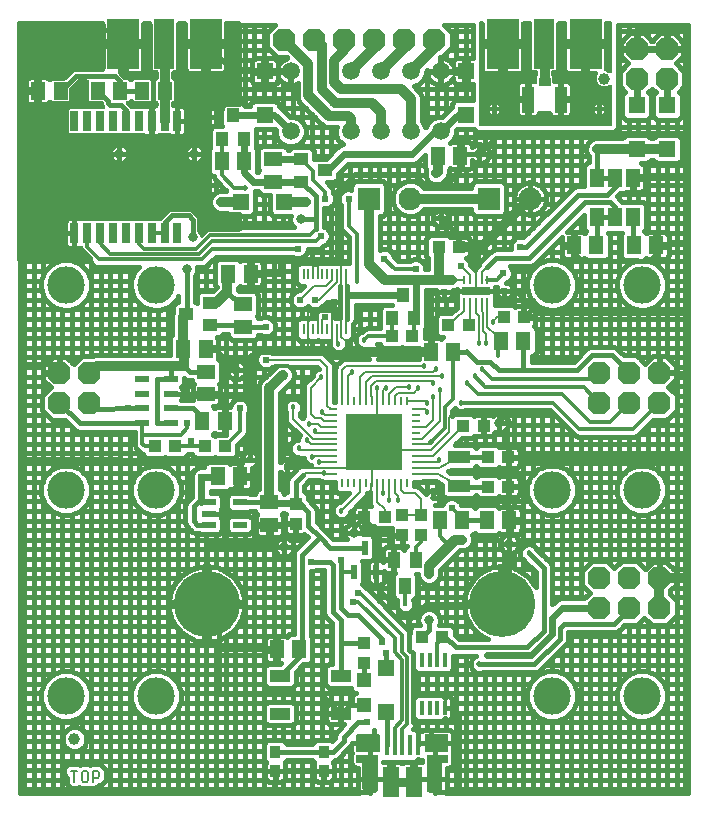
<source format=gbr>
G04 EAGLE Gerber X2 export*
%TF.Part,Single*%
%TF.FileFunction,Copper,L1,Top,Mixed*%
%TF.FilePolarity,Positive*%
%TF.GenerationSoftware,Autodesk,EAGLE,9.2.2*%
%TF.CreationDate,2019-01-17T14:04:39Z*%
G75*
%MOMM*%
%FSLAX34Y34*%
%LPD*%
%INTop Copper*%
%AMOC8*
5,1,8,0,0,1.08239X$1,22.5*%
G01*
%ADD10C,0.152400*%
%ADD11R,1.240000X1.500000*%
%ADD12R,1.000000X1.100000*%
%ADD13R,1.500000X1.240000*%
%ADD14R,1.100000X1.000000*%
%ADD15R,1.200000X0.550000*%
%ADD16R,1.400000X1.400000*%
%ADD17R,0.750000X0.250000*%
%ADD18R,0.250000X0.750000*%
%ADD19R,4.700000X4.700000*%
%ADD20R,1.900000X1.100000*%
%ADD21R,1.200000X1.000000*%
%ADD22R,1.200000X0.500000*%
%ADD23R,0.230000X0.930000*%
%ADD24P,2.089446X8X112.500000*%
%ADD25P,2.089446X8X292.500000*%
%ADD26C,5.588000*%
%ADD27C,1.930400*%
%ADD28R,1.930400X1.930400*%
%ADD29R,0.254000X0.711200*%
%ADD30R,2.387600X0.635000*%
%ADD31R,0.900000X1.000000*%
%ADD32R,1.424941X2.499994*%
%ADD33R,0.400000X1.750000*%
%ADD34R,1.250009X1.250009*%
%ADD35R,1.016000X1.016000*%
%ADD36C,1.000000*%
%ADD37R,1.168400X1.600200*%
%ADD38C,0.406400*%
%ADD39R,0.558800X1.270000*%
%ADD40C,3.175000*%
%ADD41R,1.050000X2.200000*%
%ADD42R,1.000000X0.800000*%
%ADD43R,0.800000X1.800000*%
%ADD44R,0.700000X1.800000*%
%ADD45R,1.778000X4.191000*%
%ADD46R,2.667000X4.191000*%
%ADD47R,1.651000X1.000000*%
%ADD48R,0.400000X1.200000*%
%ADD49R,1.200000X1.200000*%
%ADD50C,1.500000*%
%ADD51R,1.000000X1.200000*%
%ADD52P,2.089446X8X22.500000*%
%ADD53R,1.000000X1.400000*%
%ADD54C,0.609600*%
%ADD55C,0.609600*%
%ADD56C,0.203200*%
%ADD57C,0.812800*%
%ADD58C,0.812800*%
%ADD59C,0.304800*%
%ADD60C,0.504000*%
%ADD61C,0.127000*%
%ADD62C,0.457200*%
%ADD63C,0.508000*%
%ADD64C,0.125000*%
%ADD65C,0.453200*%

G36*
X64650Y455170D02*
X64650Y455170D01*
X64659Y455169D01*
X64852Y455190D01*
X65041Y455209D01*
X65050Y455211D01*
X65059Y455212D01*
X65243Y455270D01*
X65426Y455327D01*
X65434Y455331D01*
X65443Y455334D01*
X65610Y455426D01*
X65780Y455519D01*
X65787Y455524D01*
X65795Y455529D01*
X65942Y455653D01*
X66090Y455776D01*
X66095Y455783D01*
X66102Y455789D01*
X66222Y455941D01*
X66342Y456090D01*
X66346Y456098D01*
X66352Y456105D01*
X66439Y456278D01*
X66527Y456447D01*
X66530Y456456D01*
X66534Y456464D01*
X66586Y456650D01*
X66639Y456834D01*
X66640Y456843D01*
X66642Y456852D01*
X66656Y457045D01*
X66672Y457236D01*
X66671Y457244D01*
X66671Y457253D01*
X66647Y457446D01*
X66625Y457635D01*
X66622Y457644D01*
X66621Y457653D01*
X66560Y457836D01*
X66500Y458018D01*
X66496Y458026D01*
X66493Y458034D01*
X66397Y458201D01*
X66302Y458369D01*
X66296Y458376D01*
X66292Y458383D01*
X66077Y458636D01*
X58340Y466373D01*
X58340Y466431D01*
X58326Y466576D01*
X58319Y466723D01*
X58306Y466777D01*
X58300Y466832D01*
X58258Y466971D01*
X58222Y467113D01*
X58198Y467164D01*
X58182Y467217D01*
X58113Y467345D01*
X58050Y467477D01*
X58017Y467522D01*
X57990Y467571D01*
X57897Y467683D01*
X57809Y467800D01*
X57768Y467837D01*
X57733Y467880D01*
X57619Y467971D01*
X57510Y468069D01*
X57462Y468097D01*
X57419Y468132D01*
X57290Y468199D01*
X57163Y468274D01*
X57111Y468292D01*
X57062Y468318D01*
X56921Y468358D01*
X56783Y468406D01*
X56728Y468414D01*
X56675Y468429D01*
X56529Y468441D01*
X56384Y468461D01*
X56329Y468457D01*
X56273Y468462D01*
X56129Y468445D01*
X55982Y468436D01*
X55929Y468421D01*
X55874Y468415D01*
X55735Y468370D01*
X55593Y468332D01*
X55536Y468305D01*
X55491Y468290D01*
X55418Y468249D01*
X55293Y468190D01*
X54887Y467956D01*
X54378Y467819D01*
X52646Y467819D01*
X52646Y478820D01*
X52646Y489821D01*
X54378Y489821D01*
X54887Y489684D01*
X55479Y489343D01*
X55628Y489276D01*
X55775Y489202D01*
X55811Y489193D01*
X55846Y489177D01*
X56005Y489141D01*
X56164Y489098D01*
X56206Y489094D01*
X56238Y489087D01*
X56325Y489085D01*
X56494Y489071D01*
X65874Y489071D01*
X65879Y489068D01*
X66057Y489019D01*
X66232Y488967D01*
X66250Y488965D01*
X66267Y488960D01*
X66449Y488947D01*
X66633Y488930D01*
X66651Y488932D01*
X66669Y488931D01*
X66849Y488954D01*
X67033Y488974D01*
X67050Y488979D01*
X67068Y488981D01*
X67241Y489039D01*
X67340Y489071D01*
X76874Y489071D01*
X76879Y489068D01*
X77057Y489019D01*
X77232Y488967D01*
X77250Y488965D01*
X77267Y488960D01*
X77449Y488947D01*
X77633Y488930D01*
X77651Y488932D01*
X77669Y488931D01*
X77849Y488954D01*
X78033Y488974D01*
X78050Y488979D01*
X78068Y488981D01*
X78241Y489039D01*
X78340Y489071D01*
X87874Y489071D01*
X87879Y489068D01*
X88057Y489019D01*
X88232Y488967D01*
X88250Y488965D01*
X88267Y488960D01*
X88449Y488947D01*
X88633Y488930D01*
X88651Y488932D01*
X88669Y488931D01*
X88849Y488954D01*
X89033Y488974D01*
X89050Y488979D01*
X89068Y488981D01*
X89241Y489039D01*
X89340Y489071D01*
X98874Y489071D01*
X98879Y489068D01*
X99057Y489019D01*
X99232Y488967D01*
X99250Y488965D01*
X99267Y488960D01*
X99449Y488947D01*
X99633Y488930D01*
X99651Y488932D01*
X99669Y488931D01*
X99849Y488954D01*
X100033Y488974D01*
X100050Y488979D01*
X100068Y488981D01*
X100241Y489039D01*
X100340Y489071D01*
X109874Y489071D01*
X109879Y489068D01*
X110057Y489019D01*
X110232Y488967D01*
X110250Y488965D01*
X110267Y488960D01*
X110449Y488947D01*
X110633Y488930D01*
X110651Y488932D01*
X110669Y488931D01*
X110849Y488954D01*
X111033Y488974D01*
X111050Y488979D01*
X111068Y488981D01*
X111241Y489039D01*
X111340Y489071D01*
X120874Y489071D01*
X120879Y489068D01*
X121057Y489019D01*
X121232Y488967D01*
X121250Y488965D01*
X121267Y488960D01*
X121449Y488947D01*
X121633Y488930D01*
X121651Y488932D01*
X121669Y488931D01*
X121849Y488954D01*
X122033Y488974D01*
X122050Y488979D01*
X122068Y488981D01*
X122241Y489039D01*
X122340Y489071D01*
X122589Y489071D01*
X122616Y489073D01*
X122643Y489071D01*
X122817Y489093D01*
X122990Y489111D01*
X123015Y489118D01*
X123042Y489122D01*
X123208Y489177D01*
X123375Y489229D01*
X123398Y489242D01*
X123424Y489250D01*
X123575Y489337D01*
X123729Y489421D01*
X123749Y489438D01*
X123773Y489451D01*
X124026Y489666D01*
X131673Y497313D01*
X149315Y497313D01*
X154730Y491897D01*
X154730Y480690D01*
X154733Y480663D01*
X154731Y480637D01*
X154753Y480463D01*
X154770Y480289D01*
X154778Y480264D01*
X154781Y480237D01*
X154837Y480071D01*
X154888Y479904D01*
X154901Y479881D01*
X154910Y479855D01*
X154997Y479704D01*
X155080Y479550D01*
X155097Y479530D01*
X155110Y479507D01*
X155325Y479254D01*
X155953Y478626D01*
X156829Y476510D01*
X156836Y476498D01*
X156840Y476486D01*
X156931Y476321D01*
X157019Y476155D01*
X157028Y476145D01*
X157034Y476133D01*
X157156Y475990D01*
X157276Y475845D01*
X157286Y475837D01*
X157295Y475826D01*
X157443Y475710D01*
X157589Y475591D01*
X157600Y475585D01*
X157611Y475577D01*
X157778Y475492D01*
X157945Y475404D01*
X157958Y475400D01*
X157970Y475394D01*
X158151Y475344D01*
X158331Y475291D01*
X158345Y475290D01*
X158358Y475286D01*
X158546Y475273D01*
X158733Y475257D01*
X158746Y475258D01*
X158759Y475257D01*
X158947Y475281D01*
X159133Y475302D01*
X159145Y475306D01*
X159159Y475307D01*
X159337Y475367D01*
X159516Y475425D01*
X159528Y475431D01*
X159540Y475436D01*
X159703Y475529D01*
X159867Y475621D01*
X159878Y475630D01*
X159889Y475637D01*
X160142Y475851D01*
X162365Y478074D01*
X164586Y480295D01*
X190500Y480295D01*
X190518Y480297D01*
X190536Y480295D01*
X190718Y480316D01*
X190901Y480335D01*
X190918Y480340D01*
X190935Y480342D01*
X191110Y480399D01*
X191286Y480453D01*
X191301Y480461D01*
X191318Y480467D01*
X191478Y480557D01*
X191640Y480645D01*
X191653Y480656D01*
X191669Y480665D01*
X191808Y480785D01*
X191949Y480902D01*
X191960Y480916D01*
X191974Y480928D01*
X192086Y481073D01*
X192201Y481216D01*
X192209Y481232D01*
X192220Y481246D01*
X192302Y481411D01*
X192387Y481573D01*
X192392Y481590D01*
X192400Y481606D01*
X192447Y481785D01*
X192498Y481960D01*
X192500Y481978D01*
X192504Y481995D01*
X192531Y482326D01*
X192531Y495300D01*
X192529Y495318D01*
X192531Y495336D01*
X192510Y495518D01*
X192491Y495701D01*
X192486Y495718D01*
X192484Y495735D01*
X192427Y495910D01*
X192373Y496086D01*
X192365Y496101D01*
X192359Y496118D01*
X192269Y496278D01*
X192181Y496440D01*
X192170Y496453D01*
X192161Y496469D01*
X192041Y496608D01*
X191924Y496749D01*
X191910Y496760D01*
X191898Y496774D01*
X191753Y496886D01*
X191610Y497001D01*
X191594Y497009D01*
X191580Y497020D01*
X191415Y497102D01*
X191253Y497187D01*
X191236Y497192D01*
X191220Y497200D01*
X191041Y497247D01*
X190866Y497298D01*
X190848Y497300D01*
X190831Y497304D01*
X190500Y497331D01*
X167131Y497331D01*
X167131Y582169D01*
X176503Y582169D01*
X176521Y582171D01*
X176539Y582169D01*
X176721Y582190D01*
X176904Y582209D01*
X176921Y582214D01*
X176938Y582216D01*
X177113Y582273D01*
X177289Y582327D01*
X177304Y582335D01*
X177321Y582341D01*
X177481Y582431D01*
X177643Y582519D01*
X177656Y582530D01*
X177672Y582539D01*
X177811Y582659D01*
X177952Y582776D01*
X177963Y582790D01*
X177977Y582802D01*
X178089Y582947D01*
X178204Y583090D01*
X178212Y583106D01*
X178223Y583120D01*
X178305Y583285D01*
X178390Y583447D01*
X178395Y583464D01*
X178403Y583481D01*
X178450Y583659D01*
X178501Y583834D01*
X178503Y583852D01*
X178507Y583869D01*
X178534Y584200D01*
X178534Y585161D01*
X179267Y585893D01*
X190500Y585893D01*
X190518Y585895D01*
X190536Y585894D01*
X190718Y585915D01*
X190901Y585933D01*
X190918Y585938D01*
X190935Y585940D01*
X191110Y585997D01*
X191286Y586051D01*
X191301Y586060D01*
X191318Y586065D01*
X191478Y586156D01*
X191640Y586243D01*
X191653Y586254D01*
X191669Y586263D01*
X191808Y586384D01*
X191949Y586501D01*
X191960Y586515D01*
X191974Y586526D01*
X192087Y586672D01*
X192201Y586815D01*
X192209Y586830D01*
X192220Y586844D01*
X192303Y587010D01*
X192387Y587172D01*
X192392Y587189D01*
X192400Y587205D01*
X192447Y587383D01*
X192498Y587559D01*
X192500Y587577D01*
X192504Y587594D01*
X192531Y587924D01*
X192531Y656368D01*
X192529Y656386D01*
X192531Y656404D01*
X192510Y656586D01*
X192491Y656769D01*
X192486Y656786D01*
X192484Y656803D01*
X192427Y656978D01*
X192373Y657154D01*
X192365Y657169D01*
X192359Y657186D01*
X192269Y657346D01*
X192181Y657508D01*
X192170Y657521D01*
X192161Y657537D01*
X192041Y657676D01*
X191924Y657817D01*
X191910Y657828D01*
X191898Y657842D01*
X191753Y657954D01*
X191610Y658069D01*
X191594Y658077D01*
X191580Y658088D01*
X191415Y658170D01*
X191253Y658255D01*
X191236Y658260D01*
X191219Y658268D01*
X191041Y658315D01*
X190866Y658366D01*
X190848Y658368D01*
X190831Y658372D01*
X190500Y658399D01*
X179313Y658399D01*
X179295Y658397D01*
X179277Y658399D01*
X179095Y658378D01*
X178912Y658359D01*
X178895Y658354D01*
X178878Y658352D01*
X178703Y658295D01*
X178527Y658241D01*
X178512Y658233D01*
X178495Y658227D01*
X178335Y658137D01*
X178173Y658049D01*
X178160Y658038D01*
X178144Y658029D01*
X178005Y657909D01*
X177864Y657792D01*
X177853Y657778D01*
X177839Y657766D01*
X177727Y657621D01*
X177612Y657478D01*
X177604Y657462D01*
X177593Y657448D01*
X177511Y657283D01*
X177426Y657121D01*
X177421Y657104D01*
X177413Y657088D01*
X177366Y656909D01*
X177315Y656734D01*
X177313Y656716D01*
X177309Y656699D01*
X177282Y656368D01*
X177282Y643309D01*
X163978Y643309D01*
X163960Y643307D01*
X163943Y643309D01*
X163760Y643287D01*
X163577Y643269D01*
X163560Y643264D01*
X163543Y643262D01*
X163368Y643205D01*
X163193Y643151D01*
X163177Y643143D01*
X163160Y643137D01*
X163000Y643047D01*
X162839Y642959D01*
X162825Y642948D01*
X162809Y642939D01*
X162670Y642819D01*
X162529Y642702D01*
X162518Y642688D01*
X162505Y642676D01*
X162392Y642531D01*
X162277Y642388D01*
X162269Y642372D01*
X162258Y642358D01*
X162176Y642193D01*
X162091Y642031D01*
X162087Y642014D01*
X162079Y641997D01*
X162031Y641819D01*
X161980Y641644D01*
X161979Y641626D01*
X161974Y641609D01*
X161947Y641278D01*
X161947Y639245D01*
X161945Y639245D01*
X161945Y641278D01*
X161943Y641296D01*
X161945Y641313D01*
X161923Y641496D01*
X161905Y641679D01*
X161900Y641696D01*
X161898Y641713D01*
X161841Y641888D01*
X161787Y642063D01*
X161779Y642079D01*
X161773Y642096D01*
X161683Y642256D01*
X161595Y642417D01*
X161584Y642431D01*
X161575Y642447D01*
X161455Y642586D01*
X161338Y642727D01*
X161324Y642738D01*
X161312Y642751D01*
X161167Y642864D01*
X161024Y642979D01*
X161008Y642987D01*
X160994Y642998D01*
X160829Y643080D01*
X160667Y643165D01*
X160649Y643169D01*
X160633Y643177D01*
X160455Y643225D01*
X160280Y643276D01*
X160262Y643277D01*
X160245Y643282D01*
X159914Y643309D01*
X146610Y643309D01*
X146610Y656368D01*
X146608Y656386D01*
X146610Y656404D01*
X146589Y656586D01*
X146570Y656769D01*
X146565Y656786D01*
X146563Y656803D01*
X146506Y656978D01*
X146452Y657154D01*
X146444Y657169D01*
X146438Y657186D01*
X146348Y657346D01*
X146260Y657508D01*
X146249Y657521D01*
X146240Y657537D01*
X146120Y657676D01*
X146003Y657817D01*
X145989Y657828D01*
X145977Y657842D01*
X145832Y657954D01*
X145689Y658069D01*
X145673Y658077D01*
X145659Y658088D01*
X145494Y658170D01*
X145332Y658255D01*
X145315Y658260D01*
X145299Y658268D01*
X145120Y658315D01*
X144945Y658366D01*
X144927Y658368D01*
X144910Y658372D01*
X144579Y658399D01*
X139172Y658399D01*
X139154Y658397D01*
X139136Y658399D01*
X138954Y658378D01*
X138771Y658359D01*
X138754Y658354D01*
X138737Y658352D01*
X138562Y658295D01*
X138386Y658241D01*
X138371Y658233D01*
X138354Y658227D01*
X138194Y658137D01*
X138032Y658049D01*
X138019Y658038D01*
X138003Y658029D01*
X137864Y657909D01*
X137723Y657792D01*
X137712Y657778D01*
X137698Y657766D01*
X137586Y657621D01*
X137471Y657478D01*
X137463Y657462D01*
X137452Y657448D01*
X137370Y657283D01*
X137285Y657121D01*
X137280Y657104D01*
X137272Y657088D01*
X137225Y656909D01*
X137174Y656734D01*
X137172Y656716D01*
X137168Y656699D01*
X137141Y656368D01*
X137141Y617773D01*
X136408Y617040D01*
X134846Y617040D01*
X134828Y617038D01*
X134810Y617040D01*
X134628Y617019D01*
X134445Y617000D01*
X134428Y616995D01*
X134411Y616993D01*
X134236Y616936D01*
X134060Y616882D01*
X134045Y616874D01*
X134028Y616868D01*
X133868Y616778D01*
X133706Y616690D01*
X133693Y616679D01*
X133677Y616670D01*
X133538Y616550D01*
X133397Y616433D01*
X133386Y616419D01*
X133372Y616407D01*
X133260Y616262D01*
X133145Y616119D01*
X133137Y616103D01*
X133126Y616089D01*
X133044Y615924D01*
X132959Y615762D01*
X132954Y615745D01*
X132946Y615729D01*
X132899Y615550D01*
X132848Y615375D01*
X132846Y615357D01*
X132842Y615340D01*
X132815Y615009D01*
X132815Y610539D01*
X132817Y610522D01*
X132815Y610504D01*
X132836Y610322D01*
X132855Y610139D01*
X132860Y610122D01*
X132862Y610104D01*
X132919Y609930D01*
X132973Y609754D01*
X132981Y609738D01*
X132987Y609721D01*
X133077Y609561D01*
X133165Y609400D01*
X133176Y609386D01*
X133185Y609371D01*
X133305Y609231D01*
X133422Y609091D01*
X133436Y609079D01*
X133448Y609066D01*
X133470Y609049D01*
X134743Y607776D01*
X134743Y591739D01*
X133852Y590848D01*
X133837Y590840D01*
X133820Y590835D01*
X133660Y590744D01*
X133499Y590657D01*
X133485Y590646D01*
X133470Y590637D01*
X133330Y590517D01*
X133190Y590399D01*
X133178Y590385D01*
X133165Y590374D01*
X133052Y590229D01*
X132937Y590085D01*
X132929Y590070D01*
X132918Y590056D01*
X132836Y589891D01*
X132752Y589728D01*
X132747Y589711D01*
X132739Y589695D01*
X132691Y589517D01*
X132640Y589341D01*
X132639Y589323D01*
X132634Y589306D01*
X132607Y588976D01*
X132607Y586852D01*
X132609Y586834D01*
X132608Y586816D01*
X132629Y586634D01*
X132647Y586451D01*
X132652Y586434D01*
X132654Y586417D01*
X132711Y586242D01*
X132765Y586066D01*
X132774Y586051D01*
X132779Y586034D01*
X132870Y585874D01*
X132957Y585712D01*
X132968Y585699D01*
X132977Y585683D01*
X133098Y585543D01*
X133215Y585403D01*
X133229Y585392D01*
X133240Y585378D01*
X133385Y585266D01*
X133529Y585151D01*
X133544Y585143D01*
X133558Y585132D01*
X133723Y585050D01*
X133886Y584965D01*
X133903Y584960D01*
X133919Y584952D01*
X134097Y584905D01*
X134273Y584854D01*
X134291Y584852D01*
X134308Y584848D01*
X134638Y584821D01*
X135584Y584821D01*
X135584Y573820D01*
X135584Y562819D01*
X133852Y562819D01*
X133343Y562956D01*
X132751Y563297D01*
X132602Y563364D01*
X132455Y563438D01*
X132419Y563447D01*
X132384Y563463D01*
X132225Y563499D01*
X132066Y563542D01*
X132024Y563546D01*
X131992Y563553D01*
X131905Y563555D01*
X131736Y563569D01*
X122494Y563569D01*
X122331Y563553D01*
X122168Y563543D01*
X122131Y563533D01*
X122094Y563529D01*
X121937Y563481D01*
X121779Y563439D01*
X121741Y563421D01*
X121709Y563411D01*
X121632Y563370D01*
X121479Y563297D01*
X120887Y562956D01*
X120378Y562819D01*
X118146Y562819D01*
X118146Y573820D01*
X118146Y584821D01*
X119947Y584821D01*
X119964Y584823D01*
X119982Y584821D01*
X120164Y584842D01*
X120347Y584861D01*
X120364Y584866D01*
X120382Y584868D01*
X120556Y584925D01*
X120732Y584979D01*
X120748Y584987D01*
X120765Y584993D01*
X120925Y585083D01*
X121086Y585171D01*
X121100Y585182D01*
X121115Y585191D01*
X121255Y585311D01*
X121395Y585428D01*
X121407Y585442D01*
X121420Y585454D01*
X121532Y585598D01*
X121648Y585742D01*
X121656Y585758D01*
X121667Y585772D01*
X121749Y585937D01*
X121833Y586099D01*
X121838Y586116D01*
X121846Y586132D01*
X121894Y586311D01*
X121945Y586486D01*
X121946Y586504D01*
X121951Y586521D01*
X121978Y586852D01*
X121978Y588976D01*
X121976Y588993D01*
X121977Y589011D01*
X121956Y589193D01*
X121938Y589376D01*
X121933Y589393D01*
X121931Y589411D01*
X121874Y589585D01*
X121820Y589761D01*
X121811Y589777D01*
X121806Y589794D01*
X121715Y589954D01*
X121628Y590115D01*
X121617Y590129D01*
X121608Y590144D01*
X121488Y590284D01*
X121370Y590424D01*
X121356Y590436D01*
X121345Y590449D01*
X121200Y590562D01*
X121056Y590677D01*
X121041Y590685D01*
X121027Y590696D01*
X120862Y590778D01*
X120740Y590841D01*
X119842Y591739D01*
X119842Y607776D01*
X120637Y608571D01*
X120764Y608612D01*
X120940Y608666D01*
X120955Y608675D01*
X120972Y608680D01*
X121132Y608771D01*
X121294Y608858D01*
X121307Y608869D01*
X121323Y608878D01*
X121462Y608998D01*
X121603Y609116D01*
X121614Y609130D01*
X121628Y609141D01*
X121740Y609286D01*
X121855Y609430D01*
X121863Y609445D01*
X121874Y609459D01*
X121956Y609624D01*
X122041Y609787D01*
X122046Y609804D01*
X122054Y609820D01*
X122101Y609998D01*
X122152Y610174D01*
X122154Y610192D01*
X122158Y610209D01*
X122185Y610539D01*
X122185Y615009D01*
X122183Y615027D01*
X122185Y615045D01*
X122164Y615227D01*
X122145Y615410D01*
X122140Y615427D01*
X122138Y615444D01*
X122081Y615619D01*
X122027Y615795D01*
X122019Y615810D01*
X122013Y615827D01*
X121923Y615987D01*
X121835Y616149D01*
X121824Y616162D01*
X121815Y616178D01*
X121695Y616317D01*
X121578Y616458D01*
X121564Y616469D01*
X121552Y616483D01*
X121407Y616595D01*
X121264Y616710D01*
X121248Y616718D01*
X121234Y616729D01*
X121069Y616811D01*
X120907Y616896D01*
X120890Y616901D01*
X120874Y616909D01*
X120695Y616956D01*
X120520Y617007D01*
X120502Y617009D01*
X120485Y617013D01*
X120154Y617040D01*
X117592Y617040D01*
X116859Y617773D01*
X116859Y656368D01*
X116857Y656386D01*
X116859Y656404D01*
X116838Y656586D01*
X116819Y656769D01*
X116814Y656786D01*
X116812Y656803D01*
X116755Y656978D01*
X116701Y657154D01*
X116693Y657169D01*
X116687Y657186D01*
X116597Y657346D01*
X116509Y657508D01*
X116498Y657521D01*
X116489Y657537D01*
X116369Y657676D01*
X116252Y657817D01*
X116238Y657828D01*
X116226Y657842D01*
X116081Y657954D01*
X115938Y658069D01*
X115922Y658077D01*
X115908Y658088D01*
X115743Y658170D01*
X115581Y658255D01*
X115564Y658260D01*
X115548Y658268D01*
X115369Y658315D01*
X115194Y658366D01*
X115176Y658368D01*
X115159Y658372D01*
X114828Y658399D01*
X109421Y658399D01*
X109403Y658397D01*
X109385Y658399D01*
X109203Y658378D01*
X109020Y658359D01*
X109003Y658354D01*
X108986Y658352D01*
X108811Y658295D01*
X108635Y658241D01*
X108620Y658233D01*
X108603Y658227D01*
X108443Y658137D01*
X108281Y658049D01*
X108268Y658038D01*
X108252Y658029D01*
X108113Y657909D01*
X107972Y657792D01*
X107961Y657778D01*
X107947Y657766D01*
X107835Y657621D01*
X107720Y657478D01*
X107712Y657462D01*
X107701Y657448D01*
X107619Y657283D01*
X107534Y657121D01*
X107529Y657104D01*
X107521Y657088D01*
X107474Y656909D01*
X107423Y656734D01*
X107421Y656716D01*
X107417Y656699D01*
X107390Y656368D01*
X107390Y643309D01*
X94086Y643309D01*
X94068Y643307D01*
X94051Y643309D01*
X93868Y643287D01*
X93685Y643269D01*
X93668Y643264D01*
X93651Y643262D01*
X93476Y643205D01*
X93301Y643151D01*
X93285Y643143D01*
X93268Y643137D01*
X93108Y643047D01*
X92947Y642959D01*
X92933Y642948D01*
X92917Y642939D01*
X92778Y642819D01*
X92637Y642702D01*
X92626Y642688D01*
X92613Y642676D01*
X92500Y642531D01*
X92385Y642388D01*
X92377Y642372D01*
X92366Y642358D01*
X92284Y642193D01*
X92199Y642031D01*
X92195Y642014D01*
X92187Y641997D01*
X92139Y641819D01*
X92088Y641644D01*
X92087Y641626D01*
X92082Y641609D01*
X92055Y641278D01*
X92055Y639245D01*
X92053Y639245D01*
X92053Y641278D01*
X92051Y641296D01*
X92053Y641313D01*
X92031Y641496D01*
X92013Y641679D01*
X92008Y641696D01*
X92006Y641713D01*
X91949Y641888D01*
X91895Y642063D01*
X91887Y642079D01*
X91881Y642096D01*
X91791Y642256D01*
X91703Y642417D01*
X91692Y642431D01*
X91683Y642447D01*
X91563Y642586D01*
X91446Y642727D01*
X91432Y642738D01*
X91420Y642751D01*
X91275Y642864D01*
X91132Y642979D01*
X91116Y642987D01*
X91102Y642998D01*
X90937Y643080D01*
X90775Y643165D01*
X90757Y643169D01*
X90741Y643177D01*
X90563Y643225D01*
X90388Y643276D01*
X90370Y643277D01*
X90353Y643282D01*
X90022Y643309D01*
X76718Y643309D01*
X76718Y656368D01*
X76716Y656386D01*
X76718Y656404D01*
X76697Y656586D01*
X76678Y656769D01*
X76673Y656786D01*
X76671Y656803D01*
X76614Y656978D01*
X76560Y657154D01*
X76552Y657169D01*
X76546Y657186D01*
X76456Y657346D01*
X76368Y657508D01*
X76357Y657521D01*
X76348Y657537D01*
X76228Y657676D01*
X76111Y657817D01*
X76097Y657828D01*
X76085Y657842D01*
X75940Y657954D01*
X75797Y658069D01*
X75781Y658077D01*
X75767Y658088D01*
X75602Y658170D01*
X75440Y658255D01*
X75423Y658260D01*
X75407Y658268D01*
X75228Y658315D01*
X75053Y658366D01*
X75035Y658368D01*
X75018Y658372D01*
X74687Y658399D01*
X4032Y658399D01*
X4014Y658397D01*
X3996Y658399D01*
X3814Y658378D01*
X3631Y658359D01*
X3614Y658354D01*
X3597Y658352D01*
X3422Y658295D01*
X3246Y658241D01*
X3231Y658233D01*
X3214Y658227D01*
X3054Y658137D01*
X2892Y658049D01*
X2879Y658038D01*
X2863Y658029D01*
X2724Y657909D01*
X2583Y657792D01*
X2572Y657778D01*
X2558Y657766D01*
X2446Y657621D01*
X2331Y657478D01*
X2323Y657462D01*
X2312Y657448D01*
X2230Y657283D01*
X2145Y657121D01*
X2140Y657104D01*
X2132Y657088D01*
X2085Y656909D01*
X2034Y656734D01*
X2032Y656716D01*
X2028Y656699D01*
X2001Y656368D01*
X2001Y457200D01*
X2003Y457182D01*
X2001Y457164D01*
X2022Y456982D01*
X2041Y456799D01*
X2046Y456782D01*
X2048Y456765D01*
X2105Y456590D01*
X2159Y456414D01*
X2167Y456399D01*
X2173Y456382D01*
X2263Y456222D01*
X2351Y456060D01*
X2362Y456047D01*
X2371Y456031D01*
X2491Y455892D01*
X2608Y455751D01*
X2622Y455740D01*
X2634Y455727D01*
X2779Y455614D01*
X2922Y455499D01*
X2938Y455491D01*
X2952Y455480D01*
X3117Y455398D01*
X3279Y455313D01*
X3296Y455308D01*
X3312Y455300D01*
X3491Y455253D01*
X3666Y455202D01*
X3684Y455200D01*
X3701Y455196D01*
X4032Y455169D01*
X64641Y455169D01*
X64650Y455170D01*
G37*
G36*
X504208Y569471D02*
X504208Y569471D01*
X504226Y569469D01*
X504408Y569490D01*
X504591Y569509D01*
X504608Y569514D01*
X504625Y569516D01*
X504800Y569573D01*
X504976Y569627D01*
X504991Y569635D01*
X505008Y569641D01*
X505168Y569731D01*
X505330Y569819D01*
X505343Y569830D01*
X505359Y569839D01*
X505498Y569959D01*
X505639Y570076D01*
X505650Y570090D01*
X505664Y570102D01*
X505776Y570247D01*
X505891Y570390D01*
X505899Y570406D01*
X505910Y570420D01*
X505992Y570585D01*
X506077Y570747D01*
X506082Y570764D01*
X506090Y570781D01*
X506137Y570959D01*
X506188Y571134D01*
X506190Y571152D01*
X506194Y571169D01*
X506221Y571500D01*
X506221Y602714D01*
X506220Y602722D01*
X506221Y602731D01*
X506200Y602925D01*
X506181Y603114D01*
X506179Y603123D01*
X506178Y603132D01*
X506119Y603316D01*
X506063Y603499D01*
X506059Y603507D01*
X506056Y603515D01*
X505963Y603684D01*
X505871Y603853D01*
X505866Y603860D01*
X505861Y603868D01*
X505737Y604015D01*
X505614Y604162D01*
X505607Y604168D01*
X505601Y604175D01*
X505449Y604294D01*
X505300Y604415D01*
X505292Y604419D01*
X505285Y604424D01*
X505112Y604512D01*
X504943Y604600D01*
X504934Y604603D01*
X504926Y604607D01*
X504740Y604659D01*
X504556Y604712D01*
X504547Y604712D01*
X504538Y604715D01*
X504345Y604729D01*
X504154Y604744D01*
X504146Y604743D01*
X504137Y604744D01*
X503944Y604720D01*
X503755Y604698D01*
X503746Y604695D01*
X503737Y604694D01*
X503555Y604632D01*
X503372Y604573D01*
X503364Y604568D01*
X503356Y604565D01*
X503189Y604469D01*
X503021Y604375D01*
X503014Y604369D01*
X503007Y604365D01*
X502957Y604323D01*
X501797Y603842D01*
X500607Y603349D01*
X498121Y603349D01*
X495823Y604301D01*
X494065Y606059D01*
X493113Y608357D01*
X493113Y610843D01*
X494206Y613482D01*
X494210Y613495D01*
X494216Y613506D01*
X494268Y613686D01*
X494323Y613867D01*
X494324Y613880D01*
X494328Y613893D01*
X494343Y614081D01*
X494361Y614268D01*
X494359Y614281D01*
X494360Y614295D01*
X494338Y614482D01*
X494319Y614668D01*
X494315Y614681D01*
X494314Y614694D01*
X494255Y614874D01*
X494199Y615053D01*
X494193Y615064D01*
X494189Y615077D01*
X494096Y615242D01*
X494006Y615406D01*
X493997Y615416D01*
X493991Y615428D01*
X493869Y615569D01*
X493747Y615714D01*
X493736Y615722D01*
X493728Y615733D01*
X493579Y615848D01*
X493432Y615965D01*
X493420Y615971D01*
X493410Y615979D01*
X493241Y616063D01*
X493074Y616149D01*
X493061Y616153D01*
X493049Y616159D01*
X492866Y616208D01*
X492686Y616259D01*
X492673Y616260D01*
X492660Y616263D01*
X492329Y616290D01*
X487573Y616290D01*
X487573Y635183D01*
X498846Y635183D01*
X498846Y617882D01*
X498848Y617864D01*
X498846Y617846D01*
X498867Y617664D01*
X498886Y617481D01*
X498891Y617464D01*
X498893Y617447D01*
X498950Y617272D01*
X499004Y617096D01*
X499012Y617081D01*
X499018Y617064D01*
X499108Y616904D01*
X499196Y616742D01*
X499207Y616729D01*
X499216Y616713D01*
X499336Y616574D01*
X499453Y616433D01*
X499467Y616422D01*
X499479Y616408D01*
X499624Y616296D01*
X499767Y616181D01*
X499783Y616173D01*
X499797Y616162D01*
X499962Y616080D01*
X500124Y615995D01*
X500141Y615990D01*
X500157Y615982D01*
X500336Y615935D01*
X500511Y615884D01*
X500529Y615882D01*
X500534Y615881D01*
X502972Y614871D01*
X503065Y614795D01*
X503073Y614791D01*
X503080Y614785D01*
X503250Y614697D01*
X503421Y614607D01*
X503429Y614604D01*
X503437Y614600D01*
X503622Y614547D01*
X503807Y614492D01*
X503815Y614491D01*
X503824Y614488D01*
X504016Y614473D01*
X504208Y614455D01*
X504217Y614456D01*
X504226Y614456D01*
X504416Y614478D01*
X504608Y614499D01*
X504616Y614501D01*
X504625Y614502D01*
X504807Y614562D01*
X504992Y614620D01*
X505000Y614625D01*
X505008Y614627D01*
X505175Y614721D01*
X505344Y614815D01*
X505351Y614821D01*
X505359Y614825D01*
X505504Y614951D01*
X505651Y615075D01*
X505657Y615082D01*
X505663Y615088D01*
X505781Y615240D01*
X505901Y615391D01*
X505905Y615399D01*
X505910Y615406D01*
X505996Y615579D01*
X506083Y615750D01*
X506085Y615759D01*
X506090Y615767D01*
X506140Y615955D01*
X506191Y616138D01*
X506192Y616147D01*
X506194Y616156D01*
X506221Y616486D01*
X506221Y656368D01*
X506219Y656386D01*
X506221Y656404D01*
X506200Y656586D01*
X506181Y656769D01*
X506176Y656786D01*
X506174Y656803D01*
X506117Y656978D01*
X506063Y657154D01*
X506055Y657169D01*
X506049Y657186D01*
X505959Y657346D01*
X505871Y657508D01*
X505860Y657521D01*
X505851Y657537D01*
X505731Y657676D01*
X505614Y657817D01*
X505600Y657828D01*
X505588Y657842D01*
X505443Y657954D01*
X505300Y658069D01*
X505284Y658077D01*
X505270Y658088D01*
X505105Y658170D01*
X504943Y658255D01*
X504926Y658260D01*
X504909Y658268D01*
X504731Y658315D01*
X504556Y658366D01*
X504538Y658368D01*
X504521Y658372D01*
X504190Y658399D01*
X500877Y658399D01*
X500859Y658397D01*
X500841Y658399D01*
X500659Y658378D01*
X500476Y658359D01*
X500459Y658354D01*
X500442Y658352D01*
X500267Y658295D01*
X500091Y658241D01*
X500076Y658233D01*
X500059Y658227D01*
X499899Y658137D01*
X499737Y658049D01*
X499724Y658038D01*
X499708Y658029D01*
X499569Y657909D01*
X499428Y657792D01*
X499417Y657778D01*
X499403Y657766D01*
X499291Y657621D01*
X499176Y657478D01*
X499168Y657462D01*
X499157Y657448D01*
X499075Y657283D01*
X498990Y657121D01*
X498985Y657104D01*
X498977Y657088D01*
X498930Y656909D01*
X498879Y656734D01*
X498877Y656716D01*
X498873Y656699D01*
X498846Y656368D01*
X498846Y643309D01*
X485542Y643309D01*
X485524Y643307D01*
X485507Y643309D01*
X485324Y643287D01*
X485141Y643269D01*
X485124Y643264D01*
X485107Y643262D01*
X484932Y643205D01*
X484757Y643151D01*
X484741Y643143D01*
X484724Y643137D01*
X484564Y643047D01*
X484403Y642959D01*
X484389Y642948D01*
X484373Y642939D01*
X484234Y642819D01*
X484093Y642702D01*
X484082Y642688D01*
X484069Y642676D01*
X483956Y642531D01*
X483841Y642388D01*
X483833Y642372D01*
X483822Y642358D01*
X483740Y642193D01*
X483655Y642031D01*
X483651Y642014D01*
X483643Y641997D01*
X483595Y641819D01*
X483544Y641644D01*
X483543Y641626D01*
X483538Y641609D01*
X483511Y641278D01*
X483511Y639245D01*
X483509Y639245D01*
X483509Y641278D01*
X483507Y641296D01*
X483509Y641313D01*
X483487Y641496D01*
X483469Y641679D01*
X483464Y641696D01*
X483462Y641713D01*
X483405Y641888D01*
X483351Y642063D01*
X483343Y642079D01*
X483337Y642096D01*
X483247Y642256D01*
X483159Y642417D01*
X483148Y642431D01*
X483139Y642447D01*
X483019Y642586D01*
X482902Y642727D01*
X482888Y642738D01*
X482876Y642751D01*
X482731Y642864D01*
X482588Y642979D01*
X482572Y642987D01*
X482558Y642998D01*
X482393Y643080D01*
X482231Y643165D01*
X482213Y643169D01*
X482197Y643177D01*
X482019Y643225D01*
X481844Y643276D01*
X481826Y643277D01*
X481809Y643282D01*
X481478Y643309D01*
X468174Y643309D01*
X468174Y656368D01*
X468172Y656386D01*
X468174Y656404D01*
X468153Y656586D01*
X468134Y656769D01*
X468129Y656786D01*
X468127Y656803D01*
X468070Y656978D01*
X468016Y657154D01*
X468008Y657169D01*
X468002Y657186D01*
X467912Y657346D01*
X467824Y657508D01*
X467813Y657521D01*
X467804Y657537D01*
X467684Y657676D01*
X467567Y657817D01*
X467553Y657828D01*
X467541Y657842D01*
X467396Y657954D01*
X467253Y658069D01*
X467237Y658077D01*
X467223Y658088D01*
X467058Y658170D01*
X466896Y658255D01*
X466879Y658260D01*
X466863Y658268D01*
X466684Y658315D01*
X466509Y658366D01*
X466491Y658368D01*
X466474Y658372D01*
X466143Y658399D01*
X460736Y658399D01*
X460718Y658397D01*
X460700Y658399D01*
X460518Y658378D01*
X460335Y658359D01*
X460318Y658354D01*
X460301Y658352D01*
X460126Y658295D01*
X459950Y658241D01*
X459935Y658233D01*
X459918Y658227D01*
X459758Y658137D01*
X459596Y658049D01*
X459583Y658038D01*
X459567Y658029D01*
X459428Y657909D01*
X459287Y657792D01*
X459276Y657778D01*
X459262Y657766D01*
X459150Y657621D01*
X459035Y657478D01*
X459027Y657462D01*
X459016Y657448D01*
X458934Y657283D01*
X458849Y657121D01*
X458844Y657104D01*
X458836Y657088D01*
X458789Y656909D01*
X458738Y656734D01*
X458736Y656716D01*
X458732Y656699D01*
X458705Y656368D01*
X458705Y617773D01*
X457972Y617040D01*
X456096Y617040D01*
X456078Y617038D01*
X456060Y617040D01*
X455878Y617019D01*
X455695Y617000D01*
X455678Y616995D01*
X455661Y616993D01*
X455486Y616936D01*
X455310Y616882D01*
X455295Y616874D01*
X455278Y616868D01*
X455118Y616778D01*
X454956Y616690D01*
X454943Y616679D01*
X454927Y616670D01*
X454788Y616550D01*
X454647Y616433D01*
X454636Y616419D01*
X454622Y616407D01*
X454510Y616262D01*
X454395Y616119D01*
X454387Y616103D01*
X454376Y616089D01*
X454294Y615924D01*
X454209Y615762D01*
X454204Y615745D01*
X454196Y615729D01*
X454149Y615550D01*
X454098Y615375D01*
X454096Y615357D01*
X454092Y615340D01*
X454065Y615009D01*
X454065Y613878D01*
X454067Y613851D01*
X454065Y613825D01*
X454087Y613651D01*
X454105Y613477D01*
X454113Y613452D01*
X454116Y613425D01*
X454171Y613260D01*
X454223Y613092D01*
X454236Y613069D01*
X454244Y613043D01*
X454331Y612892D01*
X454415Y612738D01*
X454432Y612718D01*
X454445Y612695D01*
X454660Y612442D01*
X455196Y611906D01*
X455196Y607169D01*
X455198Y607152D01*
X455196Y607134D01*
X455217Y606952D01*
X455236Y606769D01*
X455241Y606752D01*
X455243Y606734D01*
X455300Y606560D01*
X455354Y606384D01*
X455362Y606368D01*
X455368Y606351D01*
X455458Y606191D01*
X455546Y606030D01*
X455557Y606016D01*
X455566Y606001D01*
X455686Y605861D01*
X455803Y605721D01*
X455817Y605709D01*
X455829Y605696D01*
X455974Y605583D01*
X456117Y605468D01*
X456133Y605460D01*
X456147Y605449D01*
X456312Y605367D01*
X456474Y605283D01*
X456491Y605278D01*
X456507Y605270D01*
X456686Y605222D01*
X456861Y605171D01*
X456879Y605170D01*
X456896Y605165D01*
X457227Y605138D01*
X460071Y605138D01*
X460071Y592731D01*
X460072Y592713D01*
X460071Y592695D01*
X460092Y592513D01*
X460111Y592330D01*
X460116Y592313D01*
X460118Y592295D01*
X460169Y592139D01*
X460154Y592086D01*
X460104Y591910D01*
X460102Y591892D01*
X460098Y591875D01*
X460071Y591544D01*
X460071Y579137D01*
X457182Y579137D01*
X456673Y579273D01*
X456216Y579537D01*
X455844Y579909D01*
X455581Y580365D01*
X455484Y580725D01*
X455429Y580870D01*
X455381Y581018D01*
X455358Y581058D01*
X455342Y581102D01*
X455260Y581233D01*
X455183Y581368D01*
X455153Y581404D01*
X455128Y581443D01*
X455022Y581556D01*
X454920Y581673D01*
X454884Y581702D01*
X454851Y581735D01*
X454724Y581825D01*
X454602Y581920D01*
X454561Y581941D01*
X454522Y581967D01*
X454380Y582030D01*
X454242Y582099D01*
X454197Y582111D01*
X454154Y582130D01*
X454003Y582163D01*
X453853Y582204D01*
X453800Y582208D01*
X453761Y582217D01*
X453675Y582218D01*
X453522Y582231D01*
X444368Y582231D01*
X444214Y582215D01*
X444059Y582207D01*
X444013Y582195D01*
X443967Y582191D01*
X443819Y582145D01*
X443669Y582107D01*
X443627Y582086D01*
X443582Y582073D01*
X443446Y581999D01*
X443306Y581931D01*
X443269Y581903D01*
X443228Y581881D01*
X443109Y581782D01*
X442986Y581688D01*
X442955Y581653D01*
X442919Y581623D01*
X442822Y581502D01*
X442719Y581386D01*
X442696Y581346D01*
X442667Y581309D01*
X442595Y581172D01*
X442518Y581038D01*
X442500Y580988D01*
X442481Y580952D01*
X442457Y580869D01*
X442406Y580725D01*
X442309Y580365D01*
X442046Y579909D01*
X441674Y579537D01*
X441217Y579273D01*
X440708Y579137D01*
X437819Y579137D01*
X437819Y591544D01*
X437817Y591562D01*
X437819Y591580D01*
X437798Y591762D01*
X437779Y591945D01*
X437774Y591962D01*
X437772Y591980D01*
X437721Y592136D01*
X437735Y592189D01*
X437786Y592365D01*
X437788Y592383D01*
X437792Y592400D01*
X437819Y592731D01*
X437819Y605138D01*
X440663Y605138D01*
X440681Y605140D01*
X440699Y605139D01*
X440881Y605160D01*
X441064Y605178D01*
X441081Y605183D01*
X441098Y605185D01*
X441273Y605242D01*
X441449Y605296D01*
X441464Y605305D01*
X441481Y605310D01*
X441641Y605401D01*
X441803Y605488D01*
X441816Y605499D01*
X441832Y605508D01*
X441971Y605628D01*
X442112Y605746D01*
X442123Y605760D01*
X442137Y605771D01*
X442249Y605916D01*
X442364Y606060D01*
X442372Y606075D01*
X442383Y606089D01*
X442465Y606254D01*
X442550Y606417D01*
X442555Y606434D01*
X442563Y606450D01*
X442610Y606628D01*
X442661Y606804D01*
X442663Y606822D01*
X442667Y606839D01*
X442694Y607169D01*
X442694Y611906D01*
X442840Y612052D01*
X442857Y612072D01*
X442878Y612090D01*
X442984Y612227D01*
X443095Y612363D01*
X443108Y612387D01*
X443124Y612408D01*
X443202Y612564D01*
X443284Y612719D01*
X443292Y612744D01*
X443304Y612768D01*
X443349Y612937D01*
X443399Y613105D01*
X443401Y613131D01*
X443408Y613157D01*
X443435Y613488D01*
X443435Y615009D01*
X443433Y615027D01*
X443435Y615045D01*
X443414Y615227D01*
X443395Y615410D01*
X443390Y615427D01*
X443388Y615444D01*
X443331Y615619D01*
X443277Y615795D01*
X443269Y615810D01*
X443263Y615827D01*
X443173Y615987D01*
X443085Y616149D01*
X443074Y616162D01*
X443065Y616178D01*
X442945Y616317D01*
X442828Y616458D01*
X442814Y616469D01*
X442802Y616483D01*
X442657Y616595D01*
X442514Y616710D01*
X442498Y616718D01*
X442484Y616729D01*
X442319Y616811D01*
X442157Y616896D01*
X442140Y616901D01*
X442124Y616909D01*
X441945Y616956D01*
X441770Y617007D01*
X441752Y617009D01*
X441735Y617013D01*
X441404Y617040D01*
X439156Y617040D01*
X438423Y617773D01*
X438423Y656368D01*
X438421Y656386D01*
X438423Y656404D01*
X438402Y656586D01*
X438383Y656769D01*
X438378Y656786D01*
X438376Y656803D01*
X438319Y656978D01*
X438265Y657154D01*
X438257Y657169D01*
X438251Y657186D01*
X438161Y657346D01*
X438073Y657508D01*
X438062Y657521D01*
X438053Y657537D01*
X437933Y657676D01*
X437816Y657817D01*
X437802Y657828D01*
X437790Y657842D01*
X437645Y657954D01*
X437502Y658069D01*
X437486Y658077D01*
X437472Y658088D01*
X437307Y658170D01*
X437145Y658255D01*
X437128Y658260D01*
X437112Y658268D01*
X436933Y658315D01*
X436758Y658366D01*
X436740Y658368D01*
X436723Y658372D01*
X436392Y658399D01*
X430985Y658399D01*
X430967Y658397D01*
X430949Y658399D01*
X430767Y658378D01*
X430584Y658359D01*
X430567Y658354D01*
X430550Y658352D01*
X430375Y658295D01*
X430199Y658241D01*
X430184Y658233D01*
X430167Y658227D01*
X430007Y658137D01*
X429845Y658049D01*
X429832Y658038D01*
X429816Y658029D01*
X429677Y657909D01*
X429536Y657792D01*
X429525Y657778D01*
X429511Y657766D01*
X429399Y657621D01*
X429284Y657478D01*
X429276Y657462D01*
X429265Y657448D01*
X429183Y657283D01*
X429098Y657121D01*
X429093Y657104D01*
X429085Y657088D01*
X429038Y656909D01*
X428987Y656734D01*
X428985Y656716D01*
X428981Y656699D01*
X428954Y656368D01*
X428954Y643309D01*
X415650Y643309D01*
X415632Y643307D01*
X415615Y643309D01*
X415432Y643287D01*
X415249Y643269D01*
X415232Y643264D01*
X415215Y643262D01*
X415040Y643205D01*
X414865Y643151D01*
X414849Y643143D01*
X414832Y643137D01*
X414672Y643047D01*
X414511Y642959D01*
X414497Y642948D01*
X414481Y642939D01*
X414342Y642819D01*
X414201Y642702D01*
X414190Y642688D01*
X414177Y642676D01*
X414064Y642531D01*
X413949Y642388D01*
X413941Y642372D01*
X413930Y642358D01*
X413848Y642193D01*
X413763Y642031D01*
X413759Y642014D01*
X413751Y641997D01*
X413703Y641819D01*
X413652Y641644D01*
X413651Y641626D01*
X413646Y641609D01*
X413619Y641278D01*
X413619Y639245D01*
X413617Y639245D01*
X413617Y641278D01*
X413615Y641296D01*
X413617Y641313D01*
X413595Y641496D01*
X413577Y641679D01*
X413572Y641696D01*
X413570Y641713D01*
X413513Y641888D01*
X413459Y642063D01*
X413451Y642079D01*
X413445Y642096D01*
X413355Y642256D01*
X413267Y642417D01*
X413256Y642431D01*
X413247Y642447D01*
X413127Y642586D01*
X413010Y642727D01*
X412996Y642738D01*
X412984Y642751D01*
X412839Y642864D01*
X412696Y642979D01*
X412680Y642987D01*
X412666Y642998D01*
X412501Y643080D01*
X412339Y643165D01*
X412321Y643169D01*
X412305Y643177D01*
X412127Y643225D01*
X411952Y643276D01*
X411934Y643277D01*
X411917Y643282D01*
X411586Y643309D01*
X398282Y643309D01*
X398282Y656368D01*
X398280Y656386D01*
X398282Y656404D01*
X398261Y656586D01*
X398242Y656769D01*
X398237Y656786D01*
X398235Y656803D01*
X398178Y656978D01*
X398124Y657154D01*
X398116Y657169D01*
X398110Y657186D01*
X398020Y657346D01*
X397932Y657508D01*
X397921Y657521D01*
X397912Y657537D01*
X397792Y657676D01*
X397675Y657817D01*
X397661Y657828D01*
X397649Y657842D01*
X397504Y657954D01*
X397361Y658069D01*
X397345Y658077D01*
X397331Y658088D01*
X397166Y658170D01*
X397004Y658255D01*
X396987Y658260D01*
X396971Y658268D01*
X396792Y658315D01*
X396617Y658366D01*
X396599Y658368D01*
X396582Y658372D01*
X396251Y658399D01*
X394970Y658399D01*
X394952Y658397D01*
X394934Y658399D01*
X394752Y658378D01*
X394569Y658359D01*
X394552Y658354D01*
X394535Y658352D01*
X394360Y658295D01*
X394184Y658241D01*
X394169Y658233D01*
X394152Y658227D01*
X393992Y658137D01*
X393830Y658049D01*
X393817Y658038D01*
X393801Y658029D01*
X393662Y657909D01*
X393521Y657792D01*
X393510Y657778D01*
X393497Y657766D01*
X393384Y657621D01*
X393269Y657478D01*
X393261Y657462D01*
X393250Y657448D01*
X393168Y657283D01*
X393083Y657121D01*
X393078Y657104D01*
X393070Y657088D01*
X393023Y656909D01*
X392972Y656734D01*
X392970Y656716D01*
X392966Y656699D01*
X392939Y656368D01*
X392939Y571500D01*
X392941Y571482D01*
X392939Y571464D01*
X392960Y571282D01*
X392979Y571099D01*
X392984Y571082D01*
X392986Y571065D01*
X393043Y570890D01*
X393097Y570714D01*
X393105Y570699D01*
X393111Y570682D01*
X393201Y570522D01*
X393289Y570360D01*
X393300Y570347D01*
X393309Y570331D01*
X393429Y570192D01*
X393546Y570051D01*
X393560Y570040D01*
X393572Y570027D01*
X393717Y569914D01*
X393860Y569799D01*
X393876Y569791D01*
X393890Y569780D01*
X394055Y569698D01*
X394217Y569613D01*
X394234Y569608D01*
X394251Y569600D01*
X394429Y569553D01*
X394604Y569502D01*
X394622Y569500D01*
X394639Y569496D01*
X394970Y569469D01*
X504190Y569469D01*
X504208Y569471D01*
G37*
%LPC*%
G36*
X111852Y562819D02*
X111852Y562819D01*
X111343Y562956D01*
X110751Y563297D01*
X110602Y563364D01*
X110455Y563438D01*
X110419Y563447D01*
X110384Y563463D01*
X110225Y563499D01*
X110066Y563542D01*
X110024Y563546D01*
X109992Y563553D01*
X109905Y563555D01*
X109736Y563569D01*
X100356Y563569D01*
X100351Y563572D01*
X100175Y563621D01*
X99998Y563673D01*
X99981Y563675D01*
X99963Y563680D01*
X99780Y563693D01*
X99597Y563710D01*
X99580Y563708D01*
X99562Y563709D01*
X99379Y563686D01*
X99197Y563666D01*
X99180Y563661D01*
X99162Y563659D01*
X98988Y563600D01*
X98890Y563569D01*
X89356Y563569D01*
X89351Y563572D01*
X89175Y563621D01*
X88998Y563673D01*
X88981Y563675D01*
X88963Y563680D01*
X88780Y563693D01*
X88597Y563710D01*
X88580Y563708D01*
X88562Y563709D01*
X88379Y563686D01*
X88197Y563666D01*
X88180Y563661D01*
X88162Y563659D01*
X87988Y563600D01*
X87890Y563569D01*
X78356Y563569D01*
X78351Y563572D01*
X78175Y563621D01*
X77998Y563673D01*
X77981Y563675D01*
X77963Y563680D01*
X77780Y563693D01*
X77597Y563710D01*
X77580Y563708D01*
X77562Y563709D01*
X77379Y563686D01*
X77197Y563666D01*
X77180Y563661D01*
X77162Y563659D01*
X76988Y563600D01*
X76890Y563569D01*
X67356Y563569D01*
X67351Y563572D01*
X67175Y563621D01*
X66998Y563673D01*
X66981Y563675D01*
X66963Y563680D01*
X66780Y563693D01*
X66597Y563710D01*
X66580Y563708D01*
X66562Y563709D01*
X66379Y563686D01*
X66197Y563666D01*
X66180Y563661D01*
X66162Y563659D01*
X65988Y563600D01*
X65890Y563569D01*
X56356Y563569D01*
X56351Y563572D01*
X56175Y563621D01*
X55998Y563673D01*
X55981Y563675D01*
X55963Y563680D01*
X55780Y563693D01*
X55597Y563710D01*
X55580Y563708D01*
X55562Y563709D01*
X55379Y563686D01*
X55197Y563666D01*
X55180Y563661D01*
X55162Y563659D01*
X54988Y563600D01*
X54890Y563569D01*
X46597Y563569D01*
X45864Y564302D01*
X45864Y583338D01*
X46597Y584071D01*
X54874Y584071D01*
X54879Y584068D01*
X55057Y584019D01*
X55232Y583967D01*
X55250Y583965D01*
X55267Y583960D01*
X55449Y583947D01*
X55633Y583930D01*
X55651Y583932D01*
X55669Y583931D01*
X55849Y583954D01*
X56033Y583974D01*
X56050Y583979D01*
X56068Y583981D01*
X56241Y584039D01*
X56340Y584071D01*
X65874Y584071D01*
X65879Y584068D01*
X66057Y584019D01*
X66232Y583967D01*
X66250Y583965D01*
X66267Y583960D01*
X66449Y583947D01*
X66633Y583930D01*
X66651Y583932D01*
X66669Y583931D01*
X66849Y583954D01*
X67033Y583974D01*
X67050Y583979D01*
X67068Y583981D01*
X67241Y584039D01*
X67340Y584071D01*
X75038Y584071D01*
X75047Y584072D01*
X75056Y584071D01*
X75248Y584092D01*
X75439Y584111D01*
X75447Y584113D01*
X75456Y584114D01*
X75638Y584172D01*
X75823Y584229D01*
X75831Y584233D01*
X75840Y584236D01*
X76008Y584329D01*
X76177Y584421D01*
X76184Y584426D01*
X76192Y584431D01*
X76340Y584556D01*
X76487Y584678D01*
X76492Y584685D01*
X76499Y584691D01*
X76619Y584843D01*
X76739Y584992D01*
X76743Y585000D01*
X76749Y585007D01*
X76837Y585180D01*
X76925Y585349D01*
X76927Y585358D01*
X76931Y585366D01*
X76983Y585551D01*
X77036Y585736D01*
X77037Y585745D01*
X77039Y585754D01*
X77053Y585946D01*
X77069Y586138D01*
X77068Y586146D01*
X77068Y586155D01*
X77044Y586346D01*
X77022Y586537D01*
X77019Y586546D01*
X77018Y586555D01*
X76957Y586736D01*
X76897Y586920D01*
X76893Y586928D01*
X76890Y586936D01*
X76794Y587104D01*
X76699Y587271D01*
X76693Y587278D01*
X76689Y587285D01*
X76474Y587538D01*
X76092Y587920D01*
X76092Y588691D01*
X76090Y588718D01*
X76092Y588745D01*
X76070Y588919D01*
X76052Y589092D01*
X76045Y589117D01*
X76041Y589144D01*
X75986Y589310D01*
X75934Y589477D01*
X75921Y589500D01*
X75913Y589526D01*
X75826Y589677D01*
X75742Y589831D01*
X75725Y589851D01*
X75712Y589875D01*
X75497Y590128D01*
X75213Y590412D01*
X75192Y590429D01*
X75175Y590449D01*
X75037Y590556D01*
X74902Y590667D01*
X74878Y590679D01*
X74857Y590696D01*
X74700Y590774D01*
X74546Y590856D01*
X74520Y590863D01*
X74496Y590875D01*
X74327Y590921D01*
X74160Y590970D01*
X74133Y590973D01*
X74108Y590980D01*
X73777Y591007D01*
X63792Y591007D01*
X63059Y591739D01*
X63059Y607144D01*
X63057Y607161D01*
X63059Y607179D01*
X63038Y607361D01*
X63019Y607544D01*
X63014Y607561D01*
X63012Y607579D01*
X62955Y607753D01*
X62901Y607929D01*
X62893Y607945D01*
X62887Y607962D01*
X62797Y608122D01*
X62709Y608283D01*
X62698Y608297D01*
X62689Y608312D01*
X62569Y608452D01*
X62452Y608592D01*
X62438Y608604D01*
X62426Y608617D01*
X62281Y608730D01*
X62138Y608845D01*
X62122Y608853D01*
X62108Y608864D01*
X61943Y608946D01*
X61781Y609030D01*
X61764Y609035D01*
X61748Y609043D01*
X61569Y609091D01*
X61394Y609142D01*
X61376Y609143D01*
X61359Y609148D01*
X61028Y609175D01*
X54246Y609175D01*
X54220Y609172D01*
X54193Y609174D01*
X54019Y609152D01*
X53846Y609135D01*
X53820Y609127D01*
X53793Y609124D01*
X53628Y609068D01*
X53461Y609017D01*
X53437Y609004D01*
X53412Y608995D01*
X53260Y608908D01*
X53107Y608825D01*
X53086Y608808D01*
X53063Y608795D01*
X52810Y608580D01*
X47073Y602843D01*
X47056Y602822D01*
X47036Y602805D01*
X46929Y602667D01*
X46818Y602532D01*
X46806Y602508D01*
X46789Y602487D01*
X46711Y602330D01*
X46629Y602176D01*
X46622Y602150D01*
X46610Y602126D01*
X46564Y601957D01*
X46515Y601790D01*
X46512Y601763D01*
X46505Y601738D01*
X46478Y601407D01*
X46478Y591422D01*
X45746Y590689D01*
X32309Y590689D01*
X31332Y591666D01*
X31269Y591718D01*
X31212Y591778D01*
X31113Y591846D01*
X31021Y591921D01*
X30948Y591960D01*
X30881Y592007D01*
X30771Y592054D01*
X30665Y592110D01*
X30586Y592133D01*
X30511Y592166D01*
X30394Y592191D01*
X30279Y592225D01*
X30197Y592232D01*
X30117Y592249D01*
X29998Y592250D01*
X29878Y592261D01*
X29796Y592252D01*
X29714Y592253D01*
X29597Y592231D01*
X29478Y592218D01*
X29399Y592193D01*
X29319Y592178D01*
X29208Y592133D01*
X29094Y592096D01*
X29022Y592057D01*
X28946Y592026D01*
X28846Y591959D01*
X28742Y591902D01*
X28679Y591848D01*
X28611Y591803D01*
X28526Y591718D01*
X28435Y591641D01*
X28384Y591577D01*
X28326Y591519D01*
X28239Y591393D01*
X28185Y591325D01*
X28167Y591289D01*
X28137Y591246D01*
X27828Y590711D01*
X27456Y590339D01*
X27000Y590076D01*
X26491Y589939D01*
X23127Y589939D01*
X23127Y598372D01*
X23125Y598390D01*
X23126Y598407D01*
X23105Y598590D01*
X23087Y598772D01*
X23082Y598789D01*
X23080Y598807D01*
X23023Y598982D01*
X22969Y599157D01*
X22960Y599173D01*
X22955Y599190D01*
X22864Y599350D01*
X22819Y599434D01*
X22898Y599593D01*
X22982Y599756D01*
X22987Y599773D01*
X22995Y599789D01*
X23043Y599967D01*
X23094Y600142D01*
X23095Y600160D01*
X23100Y600177D01*
X23127Y600508D01*
X23127Y608941D01*
X26491Y608941D01*
X27000Y608804D01*
X27456Y608541D01*
X27828Y608169D01*
X28137Y607634D01*
X28185Y607568D01*
X28225Y607496D01*
X28302Y607405D01*
X28372Y607307D01*
X28432Y607251D01*
X28485Y607189D01*
X28579Y607114D01*
X28666Y607033D01*
X28736Y606990D01*
X28801Y606939D01*
X28908Y606885D01*
X29010Y606822D01*
X29087Y606794D01*
X29160Y606757D01*
X29275Y606725D01*
X29387Y606683D01*
X29468Y606671D01*
X29548Y606649D01*
X29667Y606640D01*
X29785Y606622D01*
X29867Y606625D01*
X29949Y606619D01*
X30068Y606634D01*
X30187Y606640D01*
X30267Y606659D01*
X30349Y606670D01*
X30462Y606708D01*
X30578Y606737D01*
X30653Y606772D01*
X30730Y606798D01*
X30834Y606858D01*
X30942Y606909D01*
X31008Y606958D01*
X31079Y606999D01*
X31196Y607098D01*
X31265Y607149D01*
X31292Y607180D01*
X31332Y607214D01*
X32309Y608191D01*
X42294Y608191D01*
X42321Y608193D01*
X42348Y608191D01*
X42522Y608213D01*
X42695Y608231D01*
X42721Y608238D01*
X42747Y608242D01*
X42913Y608298D01*
X43080Y608349D01*
X43104Y608362D01*
X43129Y608370D01*
X43280Y608457D01*
X43434Y608541D01*
X43454Y608558D01*
X43478Y608571D01*
X43731Y608786D01*
X48167Y613222D01*
X50685Y615740D01*
X74687Y615740D01*
X74705Y615742D01*
X74723Y615741D01*
X74905Y615762D01*
X75088Y615780D01*
X75105Y615785D01*
X75122Y615787D01*
X75297Y615844D01*
X75473Y615898D01*
X75488Y615907D01*
X75505Y615912D01*
X75665Y616003D01*
X75827Y616090D01*
X75840Y616101D01*
X75856Y616110D01*
X75995Y616230D01*
X76136Y616348D01*
X76147Y616362D01*
X76161Y616373D01*
X76273Y616518D01*
X76388Y616662D01*
X76396Y616677D01*
X76407Y616691D01*
X76489Y616856D01*
X76574Y617019D01*
X76579Y617036D01*
X76587Y617052D01*
X76634Y617230D01*
X76685Y617406D01*
X76687Y617424D01*
X76691Y617441D01*
X76718Y617771D01*
X76718Y635183D01*
X87991Y635183D01*
X87991Y614723D01*
X87993Y614696D01*
X87992Y614669D01*
X88013Y614496D01*
X88031Y614322D01*
X88039Y614297D01*
X88042Y614270D01*
X88098Y614104D01*
X88149Y613938D01*
X88162Y613914D01*
X88170Y613888D01*
X88258Y613737D01*
X88341Y613583D01*
X88358Y613563D01*
X88371Y613539D01*
X88586Y613286D01*
X88650Y613223D01*
X88650Y613222D01*
X90275Y611598D01*
X92769Y609103D01*
X92790Y609086D01*
X92807Y609066D01*
X92945Y608959D01*
X93081Y608848D01*
X93104Y608836D01*
X93126Y608819D01*
X93282Y608741D01*
X93436Y608659D01*
X93462Y608652D01*
X93486Y608640D01*
X93655Y608594D01*
X93822Y608545D01*
X93849Y608542D01*
X93875Y608535D01*
X94206Y608508D01*
X96228Y608508D01*
X97465Y607271D01*
X97479Y607260D01*
X97490Y607246D01*
X97634Y607133D01*
X97776Y607016D01*
X97792Y607008D01*
X97806Y606997D01*
X97970Y606914D01*
X98132Y606828D01*
X98149Y606823D01*
X98165Y606814D01*
X98342Y606765D01*
X98518Y606713D01*
X98536Y606711D01*
X98553Y606706D01*
X98736Y606693D01*
X98919Y606676D01*
X98937Y606678D01*
X98955Y606677D01*
X99137Y606700D01*
X99319Y606720D01*
X99336Y606725D01*
X99354Y606728D01*
X99528Y606786D01*
X99703Y606841D01*
X99719Y606850D01*
X99736Y606856D01*
X99894Y606947D01*
X100055Y607036D01*
X100069Y607048D01*
X100085Y607057D01*
X100338Y607271D01*
X101574Y608508D01*
X115011Y608508D01*
X115743Y607776D01*
X115743Y591739D01*
X115011Y591007D01*
X101574Y591007D01*
X100338Y592244D01*
X100324Y592255D01*
X100312Y592269D01*
X100168Y592383D01*
X100026Y592499D01*
X100010Y592507D01*
X99996Y592518D01*
X99832Y592602D01*
X99670Y592687D01*
X99653Y592692D01*
X99637Y592701D01*
X99460Y592750D01*
X99284Y592802D01*
X99267Y592804D01*
X99249Y592809D01*
X99066Y592822D01*
X98883Y592839D01*
X98866Y592837D01*
X98848Y592838D01*
X98666Y592815D01*
X98483Y592795D01*
X98466Y592790D01*
X98448Y592787D01*
X98275Y592729D01*
X98099Y592674D01*
X98084Y592665D01*
X98067Y592659D01*
X97908Y592568D01*
X97747Y592479D01*
X97733Y592467D01*
X97718Y592458D01*
X97465Y592244D01*
X96228Y591007D01*
X96085Y591007D01*
X96076Y591006D01*
X96067Y591007D01*
X95875Y590986D01*
X95684Y590967D01*
X95675Y590964D01*
X95666Y590963D01*
X95482Y590905D01*
X95299Y590849D01*
X95291Y590844D01*
X95283Y590842D01*
X95114Y590748D01*
X94945Y590657D01*
X94938Y590651D01*
X94930Y590647D01*
X94783Y590522D01*
X94636Y590399D01*
X94630Y590392D01*
X94623Y590386D01*
X94505Y590236D01*
X94383Y590085D01*
X94379Y590077D01*
X94374Y590070D01*
X94287Y589899D01*
X94198Y589728D01*
X94195Y589720D01*
X94191Y589711D01*
X94140Y589526D01*
X94087Y589341D01*
X94086Y589332D01*
X94083Y589324D01*
X94069Y589132D01*
X94054Y588940D01*
X94055Y588931D01*
X94054Y588922D01*
X94078Y588731D01*
X94101Y588540D01*
X94103Y588532D01*
X94104Y588523D01*
X94166Y588339D01*
X94225Y588157D01*
X94230Y588150D01*
X94233Y588141D01*
X94329Y587974D01*
X94423Y587807D01*
X94429Y587800D01*
X94434Y587792D01*
X94648Y587539D01*
X94880Y587308D01*
X97522Y584666D01*
X97543Y584649D01*
X97560Y584628D01*
X97698Y584521D01*
X97833Y584411D01*
X97857Y584398D01*
X97878Y584382D01*
X98035Y584304D01*
X98189Y584222D01*
X98215Y584214D01*
X98239Y584202D01*
X98408Y584157D01*
X98575Y584107D01*
X98602Y584105D01*
X98627Y584098D01*
X98853Y584079D01*
X98863Y584076D01*
X98879Y584068D01*
X99057Y584019D01*
X99232Y583967D01*
X99250Y583965D01*
X99267Y583960D01*
X99449Y583947D01*
X99633Y583930D01*
X99651Y583932D01*
X99669Y583931D01*
X99849Y583954D01*
X100033Y583974D01*
X100050Y583979D01*
X100068Y583981D01*
X100241Y584039D01*
X100340Y584071D01*
X109736Y584071D01*
X109899Y584087D01*
X110062Y584097D01*
X110099Y584107D01*
X110136Y584111D01*
X110293Y584159D01*
X110451Y584201D01*
X110489Y584219D01*
X110521Y584229D01*
X110598Y584270D01*
X110751Y584343D01*
X111343Y584684D01*
X111852Y584821D01*
X114084Y584821D01*
X114084Y573820D01*
X114084Y562819D01*
X111852Y562819D01*
G37*
%LPD*%
G36*
X358048Y4960D02*
X358048Y4960D01*
X358096Y4959D01*
X358843Y5058D01*
X358891Y5073D01*
X358981Y5092D01*
X359688Y5354D01*
X359731Y5380D01*
X359814Y5418D01*
X360445Y5831D01*
X360482Y5866D01*
X360554Y5922D01*
X361077Y6465D01*
X361105Y6507D01*
X361164Y6578D01*
X361553Y7223D01*
X361571Y7270D01*
X361612Y7352D01*
X361847Y8068D01*
X361854Y8118D01*
X361876Y8207D01*
X361947Y8958D01*
X361944Y8984D01*
X361949Y9017D01*
X361949Y30481D01*
X366649Y30481D01*
X366714Y30492D01*
X366780Y30494D01*
X366823Y30512D01*
X366870Y30520D01*
X366927Y30554D01*
X366987Y30579D01*
X367022Y30610D01*
X367063Y30635D01*
X367105Y30686D01*
X367153Y30730D01*
X367175Y30772D01*
X367204Y30809D01*
X367225Y30871D01*
X367256Y30930D01*
X367264Y30984D01*
X367276Y31021D01*
X367275Y31061D01*
X367283Y31115D01*
X367283Y36767D01*
X367272Y36831D01*
X367270Y36897D01*
X367252Y36941D01*
X367244Y36987D01*
X367210Y37044D01*
X367185Y37105D01*
X367154Y37140D01*
X367129Y37181D01*
X367078Y37222D01*
X367034Y37271D01*
X366992Y37292D01*
X366955Y37322D01*
X366893Y37343D01*
X366834Y37373D01*
X366780Y37381D01*
X366743Y37394D01*
X366703Y37393D01*
X366649Y37401D01*
X349631Y37401D01*
X349566Y37389D01*
X349500Y37387D01*
X349457Y37369D01*
X349410Y37361D01*
X349353Y37328D01*
X349293Y37303D01*
X349258Y37271D01*
X349217Y37247D01*
X349176Y37196D01*
X349127Y37151D01*
X349105Y37109D01*
X349076Y37073D01*
X349055Y37011D01*
X349024Y36952D01*
X349016Y36897D01*
X349004Y36860D01*
X349005Y36821D01*
X348997Y36767D01*
X348997Y8636D01*
X349005Y8590D01*
X349008Y8517D01*
X349147Y7788D01*
X349166Y7741D01*
X349190Y7653D01*
X349487Y6974D01*
X349515Y6932D01*
X349559Y6851D01*
X350000Y6255D01*
X350037Y6220D01*
X350097Y6151D01*
X350660Y5668D01*
X350704Y5643D01*
X350778Y5589D01*
X351434Y5243D01*
X351482Y5228D01*
X351566Y5192D01*
X352283Y5001D01*
X352333Y4997D01*
X352423Y4980D01*
X353165Y4954D01*
X353175Y4956D01*
X353187Y4954D01*
X358013Y4954D01*
X358048Y4960D01*
G37*
G36*
X303413Y4956D02*
X303413Y4956D01*
X303425Y4954D01*
X304167Y4980D01*
X304216Y4991D01*
X304307Y5001D01*
X305024Y5192D01*
X305070Y5213D01*
X305156Y5243D01*
X305812Y5589D01*
X305852Y5620D01*
X305930Y5668D01*
X306493Y6151D01*
X306525Y6190D01*
X306590Y6255D01*
X307031Y6851D01*
X307054Y6896D01*
X307103Y6974D01*
X307401Y7653D01*
X307412Y7702D01*
X307443Y7788D01*
X307582Y8517D01*
X307583Y8564D01*
X307593Y8636D01*
X307593Y36767D01*
X307582Y36831D01*
X307580Y36897D01*
X307562Y36941D01*
X307554Y36987D01*
X307520Y37044D01*
X307495Y37105D01*
X307464Y37140D01*
X307439Y37181D01*
X307388Y37222D01*
X307344Y37271D01*
X307302Y37292D01*
X307265Y37322D01*
X307203Y37343D01*
X307144Y37373D01*
X307090Y37381D01*
X307053Y37394D01*
X307013Y37393D01*
X306959Y37401D01*
X289941Y37401D01*
X289876Y37389D01*
X289810Y37387D01*
X289767Y37369D01*
X289720Y37361D01*
X289663Y37328D01*
X289603Y37303D01*
X289568Y37271D01*
X289527Y37247D01*
X289486Y37196D01*
X289437Y37151D01*
X289415Y37109D01*
X289386Y37073D01*
X289365Y37011D01*
X289334Y36952D01*
X289326Y36897D01*
X289314Y36860D01*
X289315Y36821D01*
X289307Y36767D01*
X289307Y31115D01*
X289318Y31050D01*
X289320Y30984D01*
X289338Y30941D01*
X289346Y30894D01*
X289380Y30837D01*
X289405Y30777D01*
X289436Y30742D01*
X289461Y30701D01*
X289512Y30660D01*
X289556Y30611D01*
X289598Y30589D01*
X289635Y30560D01*
X289697Y30539D01*
X289756Y30508D01*
X289810Y30500D01*
X289847Y30488D01*
X289887Y30489D01*
X289941Y30481D01*
X294641Y30481D01*
X294641Y9017D01*
X294645Y8991D01*
X294644Y8958D01*
X294714Y8207D01*
X294727Y8159D01*
X294743Y8068D01*
X294978Y7352D01*
X295002Y7308D01*
X295037Y7223D01*
X295426Y6578D01*
X295460Y6539D01*
X295513Y6465D01*
X296036Y5922D01*
X296077Y5892D01*
X296145Y5831D01*
X296776Y5418D01*
X296822Y5399D01*
X296902Y5354D01*
X297609Y5092D01*
X297659Y5083D01*
X297747Y5058D01*
X298494Y4959D01*
X298530Y4961D01*
X298577Y4954D01*
X303403Y4954D01*
X303413Y4956D01*
G37*
G36*
X366788Y40027D02*
X366788Y40027D01*
X366854Y40029D01*
X366898Y40047D01*
X366944Y40055D01*
X367001Y40089D01*
X367062Y40114D01*
X367097Y40145D01*
X367138Y40170D01*
X367179Y40221D01*
X367228Y40265D01*
X367249Y40307D01*
X367279Y40344D01*
X367300Y40406D01*
X367330Y40465D01*
X367338Y40519D01*
X367351Y40556D01*
X367350Y40596D01*
X367358Y40650D01*
X367358Y53980D01*
X367346Y54045D01*
X367344Y54111D01*
X367326Y54154D01*
X367318Y54201D01*
X367285Y54258D01*
X367260Y54318D01*
X367228Y54353D01*
X367204Y54394D01*
X367153Y54436D01*
X367108Y54484D01*
X367066Y54506D01*
X367030Y54535D01*
X366968Y54556D01*
X366909Y54587D01*
X366854Y54595D01*
X366817Y54607D01*
X366778Y54606D01*
X366724Y54614D01*
X347930Y54614D01*
X347865Y54603D01*
X347799Y54601D01*
X347756Y54583D01*
X347709Y54575D01*
X347652Y54541D01*
X347592Y54516D01*
X347557Y54485D01*
X347516Y54460D01*
X347474Y54409D01*
X347426Y54365D01*
X347404Y54323D01*
X347375Y54286D01*
X347354Y54224D01*
X347323Y54165D01*
X347315Y54111D01*
X347303Y54074D01*
X347303Y54064D01*
X347303Y54063D01*
X347304Y54033D01*
X347296Y53980D01*
X347296Y40650D01*
X347307Y40585D01*
X347309Y40519D01*
X347327Y40476D01*
X347335Y40429D01*
X347369Y40372D01*
X347394Y40312D01*
X347425Y40277D01*
X347450Y40236D01*
X347501Y40195D01*
X347545Y40146D01*
X347587Y40124D01*
X347624Y40095D01*
X347686Y40074D01*
X347745Y40043D01*
X347799Y40035D01*
X347836Y40023D01*
X347876Y40024D01*
X347930Y40016D01*
X366724Y40016D01*
X366788Y40027D01*
G37*
G36*
X308725Y40012D02*
X308725Y40012D01*
X308791Y40014D01*
X308834Y40032D01*
X308881Y40040D01*
X308938Y40074D01*
X308999Y40099D01*
X309033Y40130D01*
X309074Y40155D01*
X309116Y40206D01*
X309164Y40250D01*
X309186Y40292D01*
X309215Y40329D01*
X309237Y40391D01*
X309267Y40450D01*
X309275Y40504D01*
X309287Y40541D01*
X309286Y40581D01*
X309294Y40635D01*
X309294Y53965D01*
X309283Y54030D01*
X309281Y54096D01*
X309263Y54139D01*
X309255Y54186D01*
X309221Y54243D01*
X309196Y54303D01*
X309165Y54338D01*
X309141Y54379D01*
X309089Y54421D01*
X309045Y54469D01*
X309003Y54491D01*
X308966Y54520D01*
X308904Y54541D01*
X308845Y54572D01*
X308791Y54580D01*
X308754Y54592D01*
X308714Y54591D01*
X308660Y54599D01*
X289930Y54599D01*
X289865Y54588D01*
X289799Y54586D01*
X289756Y54568D01*
X289709Y54560D01*
X289652Y54526D01*
X289592Y54501D01*
X289557Y54470D01*
X289516Y54445D01*
X289475Y54394D01*
X289426Y54350D01*
X289404Y54308D01*
X289375Y54271D01*
X289354Y54209D01*
X289323Y54150D01*
X289315Y54096D01*
X289303Y54059D01*
X289303Y54049D01*
X289303Y54048D01*
X289304Y54018D01*
X289296Y53965D01*
X289296Y40635D01*
X289307Y40570D01*
X289309Y40504D01*
X289327Y40461D01*
X289335Y40414D01*
X289369Y40357D01*
X289394Y40297D01*
X289425Y40262D01*
X289450Y40221D01*
X289501Y40180D01*
X289545Y40131D01*
X289587Y40109D01*
X289624Y40080D01*
X289686Y40059D01*
X289745Y40028D01*
X289799Y40020D01*
X289836Y40008D01*
X289876Y40009D01*
X289930Y40001D01*
X308660Y40001D01*
X308725Y40012D01*
G37*
%LPC*%
G36*
X417681Y616290D02*
X417681Y616290D01*
X417681Y635183D01*
X428954Y635183D01*
X428954Y618028D01*
X428817Y617519D01*
X428554Y617062D01*
X428182Y616690D01*
X427725Y616427D01*
X427216Y616290D01*
X417681Y616290D01*
G37*
%LPD*%
%LPC*%
G36*
X96117Y616290D02*
X96117Y616290D01*
X96117Y635183D01*
X107390Y635183D01*
X107390Y618028D01*
X107253Y617519D01*
X106990Y617062D01*
X106618Y616690D01*
X106161Y616427D01*
X105652Y616290D01*
X96117Y616290D01*
G37*
%LPD*%
%LPC*%
G36*
X166009Y616290D02*
X166009Y616290D01*
X166009Y635183D01*
X177282Y635183D01*
X177282Y618028D01*
X177145Y617519D01*
X176882Y617062D01*
X176510Y616690D01*
X176053Y616427D01*
X175544Y616290D01*
X166009Y616290D01*
G37*
%LPD*%
%LPC*%
G36*
X148348Y616290D02*
X148348Y616290D01*
X147839Y616427D01*
X147382Y616690D01*
X147010Y617062D01*
X146747Y617519D01*
X146610Y618028D01*
X146610Y635183D01*
X157883Y635183D01*
X157883Y616290D01*
X148348Y616290D01*
G37*
%LPD*%
%LPC*%
G36*
X400020Y616290D02*
X400020Y616290D01*
X399511Y616427D01*
X399054Y616690D01*
X398682Y617062D01*
X398419Y617519D01*
X398282Y618028D01*
X398282Y635183D01*
X409555Y635183D01*
X409555Y616290D01*
X400020Y616290D01*
G37*
%LPD*%
%LPC*%
G36*
X469912Y616290D02*
X469912Y616290D01*
X469403Y616427D01*
X468946Y616690D01*
X468574Y617062D01*
X468311Y617519D01*
X468174Y618028D01*
X468174Y635183D01*
X479447Y635183D01*
X479447Y616290D01*
X469912Y616290D01*
G37*
%LPD*%
%LPC*%
G36*
X465319Y594762D02*
X465319Y594762D01*
X465319Y605138D01*
X468208Y605138D01*
X468717Y605002D01*
X469174Y604738D01*
X469546Y604366D01*
X469809Y603910D01*
X469946Y603401D01*
X469946Y594762D01*
X465319Y594762D01*
G37*
%LPD*%
%LPC*%
G36*
X465319Y579137D02*
X465319Y579137D01*
X465319Y589513D01*
X469946Y589513D01*
X469946Y580874D01*
X469809Y580365D01*
X469546Y579909D01*
X469174Y579537D01*
X468717Y579273D01*
X468208Y579137D01*
X465319Y579137D01*
G37*
%LPD*%
%LPC*%
G36*
X427944Y594762D02*
X427944Y594762D01*
X427944Y603401D01*
X428081Y603910D01*
X428344Y604366D01*
X428716Y604738D01*
X429173Y605002D01*
X429682Y605138D01*
X432571Y605138D01*
X432571Y594762D01*
X427944Y594762D01*
G37*
%LPD*%
%LPC*%
G36*
X429682Y579137D02*
X429682Y579137D01*
X429173Y579273D01*
X428716Y579537D01*
X428344Y579909D01*
X428081Y580365D01*
X427944Y580874D01*
X427944Y589513D01*
X432571Y589513D01*
X432571Y579137D01*
X429682Y579137D01*
G37*
%LPD*%
%LPC*%
G36*
X11827Y602539D02*
X11827Y602539D01*
X11827Y607203D01*
X11963Y607712D01*
X12227Y608169D01*
X12599Y608541D01*
X13055Y608804D01*
X13564Y608941D01*
X16928Y608941D01*
X16928Y602539D01*
X11827Y602539D01*
G37*
%LPD*%
%LPC*%
G36*
X13564Y589939D02*
X13564Y589939D01*
X13055Y590076D01*
X12599Y590339D01*
X12227Y590711D01*
X11963Y591168D01*
X11827Y591677D01*
X11827Y596341D01*
X16928Y596341D01*
X16928Y589939D01*
X13564Y589939D01*
G37*
%LPD*%
%LPC*%
G36*
X139646Y575851D02*
X139646Y575851D01*
X139646Y584821D01*
X141378Y584821D01*
X141887Y584684D01*
X142344Y584421D01*
X142716Y584049D01*
X142979Y583592D01*
X143116Y583083D01*
X143116Y575851D01*
X139646Y575851D01*
G37*
%LPD*%
%LPC*%
G36*
X139646Y562819D02*
X139646Y562819D01*
X139646Y571789D01*
X143116Y571789D01*
X143116Y564557D01*
X142979Y564048D01*
X142716Y563591D01*
X142344Y563219D01*
X141887Y562956D01*
X141378Y562819D01*
X139646Y562819D01*
G37*
%LPD*%
%LPC*%
G36*
X45114Y480851D02*
X45114Y480851D01*
X45114Y488083D01*
X45251Y488592D01*
X45514Y489049D01*
X45886Y489421D01*
X46343Y489684D01*
X46852Y489821D01*
X48584Y489821D01*
X48584Y480851D01*
X45114Y480851D01*
G37*
%LPD*%
%LPC*%
G36*
X46852Y467819D02*
X46852Y467819D01*
X46343Y467956D01*
X45886Y468219D01*
X45514Y468591D01*
X45251Y469048D01*
X45114Y469557D01*
X45114Y476789D01*
X48584Y476789D01*
X48584Y467819D01*
X46852Y467819D01*
G37*
%LPD*%
%LPC*%
G36*
X154431Y548131D02*
X154431Y548131D01*
X154431Y551823D01*
X155273Y551475D01*
X156266Y550811D01*
X157111Y549966D01*
X157775Y548973D01*
X158123Y548131D01*
X154431Y548131D01*
G37*
%LPD*%
%LPC*%
G36*
X90931Y548131D02*
X90931Y548131D01*
X90931Y551823D01*
X91773Y551475D01*
X92766Y550811D01*
X93611Y549966D01*
X94275Y548973D01*
X94623Y548131D01*
X90931Y548131D01*
G37*
%LPD*%
%LPC*%
G36*
X146677Y548131D02*
X146677Y548131D01*
X147025Y548973D01*
X147689Y549966D01*
X148534Y550811D01*
X149527Y551475D01*
X150369Y551823D01*
X150369Y548131D01*
X146677Y548131D01*
G37*
%LPD*%
%LPC*%
G36*
X83177Y548131D02*
X83177Y548131D01*
X83525Y548973D01*
X84189Y549966D01*
X85034Y550811D01*
X86027Y551475D01*
X86869Y551823D01*
X86869Y548131D01*
X83177Y548131D01*
G37*
%LPD*%
%LPC*%
G36*
X90931Y544069D02*
X90931Y544069D01*
X94623Y544069D01*
X94275Y543227D01*
X93611Y542234D01*
X92766Y541389D01*
X91773Y540725D01*
X90931Y540377D01*
X90931Y544069D01*
G37*
%LPD*%
%LPC*%
G36*
X154431Y544069D02*
X154431Y544069D01*
X158123Y544069D01*
X157775Y543227D01*
X157111Y542234D01*
X156266Y541389D01*
X155273Y540725D01*
X154431Y540377D01*
X154431Y544069D01*
G37*
%LPD*%
%LPC*%
G36*
X86027Y540725D02*
X86027Y540725D01*
X85034Y541389D01*
X84189Y542234D01*
X83525Y543227D01*
X83177Y544069D01*
X86869Y544069D01*
X86869Y540377D01*
X86027Y540725D01*
G37*
%LPD*%
%LPC*%
G36*
X149527Y540725D02*
X149527Y540725D01*
X148534Y541389D01*
X147689Y542234D01*
X147025Y543227D01*
X146677Y544069D01*
X150369Y544069D01*
X150369Y540377D01*
X149527Y540725D01*
G37*
%LPD*%
%LPC*%
G36*
X408431Y586231D02*
X408431Y586231D01*
X408431Y588252D01*
X408541Y588206D01*
X409282Y587711D01*
X409911Y587082D01*
X410406Y586341D01*
X410452Y586231D01*
X408431Y586231D01*
G37*
%LPD*%
%LPC*%
G36*
X497331Y586231D02*
X497331Y586231D01*
X497331Y588252D01*
X497441Y588206D01*
X498182Y587711D01*
X498811Y587082D01*
X499306Y586341D01*
X499352Y586231D01*
X497331Y586231D01*
G37*
%LPD*%
%LPC*%
G36*
X408431Y582169D02*
X408431Y582169D01*
X410452Y582169D01*
X410406Y582059D01*
X409911Y581318D01*
X409282Y580689D01*
X408541Y580194D01*
X408431Y580148D01*
X408431Y582169D01*
G37*
%LPD*%
%LPC*%
G36*
X491248Y586231D02*
X491248Y586231D01*
X491294Y586341D01*
X491789Y587082D01*
X492418Y587711D01*
X493159Y588206D01*
X493269Y588252D01*
X493269Y586231D01*
X491248Y586231D01*
G37*
%LPD*%
%LPC*%
G36*
X402348Y586231D02*
X402348Y586231D01*
X402394Y586341D01*
X402889Y587082D01*
X403518Y587711D01*
X404259Y588206D01*
X404369Y588252D01*
X404369Y586231D01*
X402348Y586231D01*
G37*
%LPD*%
%LPC*%
G36*
X497331Y582169D02*
X497331Y582169D01*
X499352Y582169D01*
X499306Y582059D01*
X498811Y581318D01*
X498182Y580689D01*
X497441Y580194D01*
X497331Y580148D01*
X497331Y582169D01*
G37*
%LPD*%
%LPC*%
G36*
X493159Y580194D02*
X493159Y580194D01*
X492418Y580689D01*
X491789Y581318D01*
X491294Y582059D01*
X491248Y582169D01*
X493269Y582169D01*
X493269Y580148D01*
X493159Y580194D01*
G37*
%LPD*%
%LPC*%
G36*
X404259Y580194D02*
X404259Y580194D01*
X403518Y580689D01*
X402889Y581318D01*
X402394Y582059D01*
X402348Y582169D01*
X404369Y582169D01*
X404369Y580148D01*
X404259Y580194D01*
G37*
%LPD*%
D10*
X50316Y14732D02*
X50316Y23375D01*
X47435Y23375D02*
X53197Y23375D01*
X58230Y23375D02*
X61111Y23375D01*
X58230Y23375D02*
X56790Y21935D01*
X56790Y16173D01*
X58230Y14732D01*
X61111Y14732D01*
X62552Y16173D01*
X62552Y21935D01*
X61111Y23375D01*
X66145Y23375D02*
X66145Y14732D01*
X66145Y23375D02*
X70467Y23375D01*
X71907Y21935D01*
X71907Y19054D01*
X70467Y17613D01*
X66145Y17613D01*
D11*
X172110Y273050D03*
X191110Y273050D03*
D12*
X238125Y250118D03*
X238125Y233118D03*
D13*
X215900Y251118D03*
X215900Y232118D03*
D14*
X380120Y315913D03*
X397120Y315913D03*
D15*
X164799Y251118D03*
X164799Y241618D03*
X164799Y232118D03*
X190801Y232118D03*
X190801Y251118D03*
D16*
X228368Y505778D03*
X191368Y505778D03*
D17*
X339550Y275078D03*
X339550Y280078D03*
X339550Y285078D03*
X339550Y290078D03*
X339550Y295078D03*
X339550Y300078D03*
X339550Y305078D03*
X339550Y310078D03*
X339550Y315078D03*
X339550Y320078D03*
X339550Y325078D03*
D18*
X332300Y337328D03*
X327300Y337328D03*
X322300Y337328D03*
X317300Y337328D03*
X312300Y337328D03*
X307300Y337328D03*
X302300Y337328D03*
X297300Y337328D03*
X292300Y337328D03*
X287300Y337328D03*
X282300Y337328D03*
D17*
X270050Y330078D03*
X270050Y325078D03*
X270050Y320078D03*
X270050Y315078D03*
X270050Y310078D03*
X270050Y305078D03*
X270050Y300078D03*
X270050Y295078D03*
X270050Y290078D03*
X270050Y285078D03*
X270050Y280078D03*
D18*
X277300Y267828D03*
X282300Y267828D03*
X287300Y267828D03*
X292300Y267828D03*
X297300Y267828D03*
X302300Y267828D03*
X307300Y267828D03*
X312300Y267828D03*
X317300Y267828D03*
X322300Y267828D03*
X327300Y267828D03*
D19*
X304800Y302578D03*
D17*
X339550Y330078D03*
D18*
X277300Y337328D03*
D17*
X270050Y275078D03*
D18*
X332300Y267828D03*
D14*
X313300Y239078D03*
X296300Y239078D03*
X401075Y264478D03*
X418075Y264478D03*
X401075Y289243D03*
X418075Y289243D03*
D20*
X376555Y265178D03*
X376555Y289178D03*
D11*
X371450Y378778D03*
X352450Y378778D03*
X142900Y381318D03*
X161900Y381318D03*
X181000Y444818D03*
X200000Y444818D03*
D21*
X145575Y410528D03*
X165575Y420028D03*
X165575Y401028D03*
D13*
X193675Y418758D03*
X193675Y399758D03*
D22*
X132333Y318118D03*
X132333Y330618D03*
X132333Y343118D03*
X132333Y355618D03*
X108333Y318118D03*
X108333Y330618D03*
X108333Y343118D03*
X108333Y355618D03*
D23*
X280712Y444368D03*
X280712Y397668D03*
X276712Y444368D03*
X276712Y397668D03*
X272712Y444368D03*
X272712Y397668D03*
X268712Y444368D03*
X268712Y397668D03*
X264712Y444368D03*
X264712Y397668D03*
X260712Y444368D03*
X260712Y397668D03*
X256712Y444368D03*
X256712Y397668D03*
X252712Y444368D03*
X252712Y397668D03*
X248712Y444368D03*
X248712Y397668D03*
X244712Y444368D03*
X244712Y397668D03*
D24*
X63500Y360680D03*
X38100Y360680D03*
D25*
X38100Y335280D03*
X63500Y335280D03*
D13*
X162560Y361608D03*
X162560Y342608D03*
D24*
X495300Y187008D03*
X520700Y187008D03*
D26*
X162712Y165011D03*
X412699Y165011D03*
D27*
X335001Y508318D03*
D28*
X299999Y508318D03*
D27*
X436601Y508318D03*
D28*
X401599Y508318D03*
D25*
X546100Y360998D03*
X520700Y360998D03*
D24*
X495300Y335598D03*
D25*
X495300Y360998D03*
D24*
X520700Y335598D03*
X546100Y335598D03*
D29*
X380619Y420815D03*
X385445Y420815D03*
X390525Y420815D03*
X395605Y420815D03*
X400431Y420815D03*
X400431Y439611D03*
X395605Y439611D03*
X390525Y439611D03*
X385445Y439611D03*
X380619Y439611D03*
D30*
X390525Y430213D03*
D14*
X367420Y401003D03*
X384420Y401003D03*
D11*
X473735Y468630D03*
X492735Y468630D03*
D14*
X359165Y467043D03*
X376165Y467043D03*
D11*
X411823Y387985D03*
X430823Y387985D03*
X358483Y544513D03*
X377483Y544513D03*
D31*
X220800Y23750D03*
X220800Y39750D03*
X261800Y39750D03*
X261800Y23750D03*
D32*
X318670Y14500D03*
X337920Y14500D03*
D33*
X328295Y45250D03*
X321795Y45250D03*
X341295Y45250D03*
X334795Y45250D03*
D34*
X300939Y16789D03*
X355651Y16789D03*
D35*
X304038Y47473D03*
X352552Y47473D03*
D33*
X315295Y45250D03*
D36*
X50800Y50800D03*
X499364Y609600D03*
D14*
X136135Y298450D03*
X119135Y298450D03*
X161045Y298450D03*
X178045Y298450D03*
D37*
X523875Y526098D03*
X508635Y526098D03*
X493395Y526098D03*
D38*
X495935Y526098D02*
X508635Y526098D01*
D39*
X287465Y191834D03*
X306261Y191834D03*
X296863Y212662D03*
D40*
X43815Y435293D03*
X120015Y435293D03*
X455295Y435293D03*
X531495Y435293D03*
X531495Y261303D03*
X455295Y261303D03*
X120015Y261303D03*
X43815Y261303D03*
X43815Y87313D03*
X120015Y87313D03*
X455295Y87313D03*
X531495Y87313D03*
D41*
X435195Y592138D03*
X462695Y592138D03*
D42*
X448945Y607388D03*
D43*
X127115Y573820D03*
X116115Y573820D03*
X105115Y573820D03*
X94115Y573820D03*
X83115Y573820D03*
X72115Y573820D03*
X61115Y573820D03*
D44*
X50615Y573820D03*
X137615Y573820D03*
D43*
X127115Y478820D03*
X116115Y478820D03*
X105115Y478820D03*
X94115Y478820D03*
X83115Y478820D03*
X72115Y478820D03*
X61115Y478820D03*
D44*
X50615Y478820D03*
X137615Y478820D03*
D11*
X89510Y599758D03*
X70510Y599758D03*
X108293Y599758D03*
X127293Y599758D03*
X39028Y599440D03*
X20028Y599440D03*
D45*
X127000Y639246D03*
D46*
X161946Y639246D03*
X92054Y639246D03*
D47*
X224738Y104265D03*
X276278Y104265D03*
X276278Y72265D03*
X224738Y72265D03*
D45*
X448564Y639246D03*
D46*
X483510Y639246D03*
X413618Y639246D03*
D11*
X240958Y126683D03*
X221958Y126683D03*
D48*
X344898Y76973D03*
X351398Y76973D03*
X357898Y76973D03*
X364398Y76973D03*
X364398Y117973D03*
X357898Y117973D03*
X351398Y117973D03*
X344898Y117973D03*
D14*
X345195Y137160D03*
X362195Y137160D03*
D25*
X546100Y187008D03*
D24*
X495300Y161608D03*
D49*
X295910Y79670D03*
X295910Y100670D03*
D12*
X295593Y132008D03*
X295593Y115008D03*
D16*
X314960Y110575D03*
X314960Y73575D03*
D37*
X523875Y492443D03*
X508635Y492443D03*
X493395Y492443D03*
D38*
X495935Y492443D02*
X508635Y492443D01*
D11*
X543535Y468630D03*
X524535Y468630D03*
X159093Y320358D03*
X178093Y320358D03*
X379070Y235903D03*
X360070Y235903D03*
X419075Y235903D03*
X400075Y235903D03*
D50*
X233998Y565150D03*
X284798Y565150D03*
X310198Y565150D03*
X335598Y565150D03*
X360998Y565150D03*
X360998Y615950D03*
X335598Y615950D03*
X310198Y615950D03*
X284798Y615950D03*
X233998Y615950D03*
D51*
X184785Y578643D03*
X194285Y558643D03*
X175285Y558643D03*
D11*
X175285Y540068D03*
X194285Y540068D03*
D21*
X262730Y532130D03*
X242730Y522630D03*
X242730Y541630D03*
D13*
X218758Y541630D03*
X218758Y522630D03*
D52*
X228600Y642620D03*
X254000Y642620D03*
X279400Y642620D03*
X355600Y642620D03*
X330200Y642620D03*
X304800Y642620D03*
D16*
X382270Y579353D03*
X382270Y616353D03*
X211773Y579035D03*
X211773Y616035D03*
D52*
X552450Y635000D03*
X527050Y635000D03*
X552450Y609600D03*
X527050Y609600D03*
D16*
X526733Y550143D03*
X526733Y587143D03*
X552768Y550143D03*
X552768Y587143D03*
D51*
X328930Y426878D03*
X338430Y406878D03*
X319430Y406878D03*
D53*
X330518Y180453D03*
X321018Y202453D03*
X340018Y202453D03*
D12*
X344170Y240275D03*
X344170Y223275D03*
D14*
X336795Y391795D03*
X319795Y391795D03*
X414093Y407988D03*
X431093Y407988D03*
D12*
X328295Y240275D03*
X328295Y223275D03*
D24*
X520700Y161608D03*
D52*
X546100Y161608D03*
D54*
X158115Y272733D03*
D38*
X158115Y251118D02*
X164799Y251118D01*
D55*
X158115Y251118D02*
X158115Y272733D01*
D56*
X385445Y439611D02*
X385445Y443548D01*
X377825Y451168D01*
D54*
X377825Y451168D03*
D57*
X246698Y505778D03*
D58*
X228368Y505778D01*
D57*
X379095Y219556D03*
X351155Y190527D03*
D38*
X351155Y143120D02*
X345195Y137160D01*
X351155Y143120D02*
X351155Y151448D01*
D57*
X351155Y151448D03*
D38*
X314960Y123190D02*
X314960Y110575D01*
D54*
X314960Y123190D03*
D55*
X171793Y272733D02*
X172110Y273050D01*
X171793Y272733D02*
X158115Y272733D01*
D58*
X367969Y214326D02*
X373199Y219556D01*
X379095Y219556D01*
D59*
X360070Y222225D02*
X360070Y235903D01*
X360070Y222225D02*
X367969Y214326D01*
D58*
X358483Y530885D02*
X358483Y544513D01*
X358483Y530885D02*
X357188Y529590D01*
D60*
X357188Y529590D03*
X493395Y550228D03*
D58*
X526648Y550228D01*
X526733Y550143D01*
X552768Y550143D01*
D38*
X493395Y550228D02*
X493395Y526098D01*
X164799Y232118D02*
X154598Y232118D01*
X151765Y234950D01*
X151765Y247650D01*
X155233Y251118D02*
X158115Y251118D01*
X155233Y251118D02*
X151765Y247650D01*
D58*
X351155Y197512D02*
X351155Y190527D01*
X351155Y197512D02*
X367969Y214326D01*
D60*
X400368Y121603D03*
D55*
X455275Y139558D02*
X455275Y153015D01*
X455275Y139558D02*
X437319Y121603D01*
X400368Y121603D01*
X455275Y153015D02*
X463868Y161608D01*
X495300Y161608D01*
D38*
X567690Y563563D02*
X567690Y654368D01*
X567690Y563563D02*
X567690Y526098D01*
X567690Y469900D01*
X567690Y411798D01*
X7276Y478462D02*
X7287Y482614D01*
X7276Y478462D02*
X7226Y459436D01*
X7303Y367983D01*
X7303Y287655D01*
X164799Y241618D02*
X177800Y241618D01*
X177800Y216218D01*
X162712Y216218D01*
X162712Y165011D01*
X215900Y233118D02*
X238125Y233118D01*
X215900Y233118D02*
X215900Y232118D01*
X215900Y216218D01*
X177800Y216218D01*
D61*
X282300Y280078D02*
X304800Y302578D01*
D56*
X282300Y280078D02*
X270050Y280078D01*
D61*
X302300Y300078D02*
X304800Y302578D01*
D56*
X302300Y300078D02*
X302300Y267828D01*
D61*
X312300Y295078D02*
X304800Y302578D01*
D56*
X312300Y295078D02*
X339550Y295078D01*
D61*
X307300Y305078D02*
X304800Y302578D01*
D56*
X307300Y305078D02*
X307300Y337328D01*
D61*
X161900Y380708D02*
X161900Y381318D01*
D56*
X296300Y245818D02*
X296300Y239078D01*
X296300Y245818D02*
X302260Y251778D01*
X302260Y267788D01*
D61*
X302300Y267828D01*
D38*
X418075Y264478D02*
X418075Y289243D01*
D56*
X352545Y295078D02*
X339550Y295078D01*
D59*
X397120Y315913D02*
X397120Y327978D01*
D61*
X417830Y289243D02*
X418075Y289243D01*
D59*
X417830Y289243D02*
X417830Y325755D01*
X417830Y327978D02*
X397120Y327978D01*
D56*
X368300Y310833D02*
X352545Y295078D01*
X368300Y310833D02*
X368300Y323533D01*
X372745Y327978D01*
D59*
X397120Y327978D01*
D38*
X224825Y444818D02*
X224825Y457518D01*
X352425Y378778D02*
X352450Y378778D01*
X352425Y378778D02*
X304165Y378778D01*
X268605Y378778D02*
X248920Y378778D01*
D61*
X252712Y444368D02*
X252730Y444386D01*
D56*
X252730Y457518D01*
D38*
X224825Y457518D01*
X273368Y457518D02*
X276860Y457518D01*
X273368Y457518D02*
X255905Y457518D01*
X252730Y457518D01*
D61*
X248920Y397668D02*
X248712Y397668D01*
D56*
X248920Y397668D02*
X248920Y378778D01*
D61*
X268605Y397668D02*
X268712Y397668D01*
D56*
X390525Y430213D02*
X390525Y439611D01*
X390525Y452438D01*
D58*
X390525Y467043D01*
X376165Y467043D01*
D56*
X390525Y430213D02*
X408940Y430213D01*
D38*
X414655Y430213D01*
X424790Y430213D01*
D56*
X390525Y430213D02*
X371475Y430213D01*
D61*
X371475Y429578D01*
D38*
X363855Y429578D01*
X352425Y429578D01*
X352425Y378778D01*
D54*
X363855Y429578D03*
X414655Y430213D03*
D38*
X296300Y239078D02*
X295402Y238180D01*
D56*
X268712Y397668D02*
X268712Y414338D01*
D61*
X307340Y337368D02*
X307300Y337328D01*
D56*
X307340Y337368D02*
X307340Y347663D01*
D62*
X307340Y347663D03*
D54*
X304165Y378778D03*
D58*
X352450Y378778D01*
D56*
X268605Y378778D02*
X268605Y397668D01*
X256712Y444368D02*
X256712Y456710D01*
D38*
X261800Y23750D02*
X220800Y23750D01*
X226309Y275488D02*
X225323Y276474D01*
X226309Y275488D02*
X227469Y274713D01*
X228757Y274180D01*
X230125Y273908D01*
X230822Y273908D01*
X230822Y280987D01*
X230823Y280987D01*
X230823Y273908D01*
X231520Y273908D01*
X232888Y274180D01*
X234176Y274713D01*
X235131Y275351D01*
X232096Y272316D01*
X231013Y269702D01*
X231013Y260690D01*
X228553Y258229D01*
X228480Y258229D01*
X228480Y259422D01*
X225504Y262397D01*
X225044Y262397D01*
X225044Y276892D01*
X225323Y276474D01*
X243938Y322618D02*
X242057Y324499D01*
X242057Y327149D01*
X242206Y327297D01*
X243327Y330005D01*
X243327Y332935D01*
X242206Y335643D01*
X240134Y337715D01*
X237427Y338836D01*
X234496Y338836D01*
X231789Y337715D01*
X229717Y335643D01*
X228596Y332935D01*
X228596Y330005D01*
X229717Y327297D01*
X229866Y327149D01*
X229866Y320761D01*
X230794Y318520D01*
X232508Y316806D01*
X241373Y307941D01*
X240284Y305313D01*
X240284Y304228D01*
X239200Y304228D01*
X236492Y303107D01*
X234420Y301035D01*
X233299Y298328D01*
X233299Y295397D01*
X234420Y292690D01*
X236492Y290618D01*
X239200Y289497D01*
X239994Y289497D01*
X241237Y288982D01*
X244729Y288982D01*
X244729Y288412D01*
X245850Y285705D01*
X247922Y283633D01*
X250630Y282512D01*
X251233Y282512D01*
X251443Y282003D01*
X244532Y282003D01*
X243919Y281749D01*
X243060Y281749D01*
X240446Y280667D01*
X236459Y276679D01*
X237097Y277634D01*
X237630Y278922D01*
X237902Y280290D01*
X237902Y280987D01*
X230823Y280987D01*
X230823Y280988D01*
X237902Y280988D01*
X237902Y281685D01*
X237630Y283053D01*
X237097Y284341D01*
X236322Y285501D01*
X235336Y286487D01*
X234176Y287262D01*
X232888Y287795D01*
X231520Y288067D01*
X230823Y288067D01*
X230823Y280988D01*
X230822Y280988D01*
X230822Y288067D01*
X230125Y288067D01*
X228757Y287795D01*
X227469Y287262D01*
X226309Y286487D01*
X225323Y285501D01*
X225044Y285083D01*
X225044Y343875D01*
X235082Y353913D01*
X236474Y357274D01*
X236474Y360911D01*
X235082Y364272D01*
X233658Y365697D01*
X255920Y365697D01*
X257411Y364206D01*
X255542Y363432D01*
X253470Y361360D01*
X252349Y358653D01*
X252349Y358443D01*
X245657Y351751D01*
X244729Y349510D01*
X244729Y324860D01*
X245154Y323834D01*
X243938Y322618D01*
X540734Y635508D02*
X551942Y635508D01*
X551942Y634492D01*
X527558Y634492D01*
X527558Y635508D01*
X540734Y635508D01*
X222568Y617503D02*
X222466Y616858D01*
X222465Y616418D01*
X233529Y616418D01*
X233529Y615482D01*
X222465Y615482D01*
X222466Y615042D01*
X222541Y614567D01*
X213241Y614567D01*
X213241Y617503D01*
X222568Y617503D01*
X370190Y588457D02*
X373166Y591432D01*
X370190Y588457D02*
X370190Y585837D01*
X362083Y577730D01*
X358495Y577730D01*
X353872Y575815D01*
X350333Y572276D01*
X349473Y570200D01*
X347811Y568538D01*
X346262Y572276D01*
X344741Y573797D01*
X344741Y594591D01*
X343349Y597952D01*
X337932Y603370D01*
X338100Y603370D01*
X342723Y605285D01*
X346262Y608824D01*
X348177Y613448D01*
X348177Y615598D01*
X349471Y616892D01*
X349466Y616858D01*
X349465Y616418D01*
X360529Y616418D01*
X360529Y615482D01*
X349465Y615482D01*
X349466Y615042D01*
X349749Y613250D01*
X350310Y611523D01*
X351134Y609906D01*
X352201Y608437D01*
X353485Y607154D01*
X354953Y606087D01*
X356571Y605263D01*
X358297Y604702D01*
X360090Y604418D01*
X360529Y604418D01*
X360529Y615482D01*
X361466Y615482D01*
X361466Y604418D01*
X361905Y604418D01*
X363698Y604702D01*
X365424Y605263D01*
X367042Y606087D01*
X368510Y607154D01*
X369794Y608437D01*
X370861Y609906D01*
X371238Y610647D01*
X371238Y608822D01*
X371513Y607796D01*
X372044Y606877D01*
X372794Y606126D01*
X373714Y605595D01*
X374739Y605321D01*
X380802Y605321D01*
X380802Y614884D01*
X383738Y614884D01*
X383738Y605321D01*
X387858Y605321D01*
X387858Y591432D01*
X373166Y591432D01*
X383738Y617821D02*
X383738Y627384D01*
X383738Y617821D02*
X380802Y617821D01*
X380802Y627384D01*
X374739Y627384D01*
X373714Y627110D01*
X372794Y626579D01*
X372044Y625828D01*
X371513Y624909D01*
X371238Y623883D01*
X371238Y621253D01*
X370861Y621994D01*
X369794Y623463D01*
X368510Y624746D01*
X367042Y625813D01*
X365424Y626637D01*
X363698Y627198D01*
X361905Y627482D01*
X361466Y627482D01*
X361466Y616418D01*
X360529Y616418D01*
X360529Y627482D01*
X360090Y627482D01*
X360056Y627477D01*
X360467Y627888D01*
X361702Y627888D01*
X370332Y636518D01*
X370332Y648722D01*
X363734Y655320D01*
X387858Y655320D01*
X387858Y627384D01*
X383738Y627384D01*
X309215Y384691D02*
X312191Y381715D01*
X327399Y381715D01*
X328295Y382611D01*
X329191Y381715D01*
X342218Y381715D01*
X342218Y379846D01*
X351382Y379846D01*
X351382Y377709D01*
X342218Y377709D01*
X342218Y372808D01*
X307975Y372808D01*
X308678Y373278D01*
X309664Y374264D01*
X310439Y375424D01*
X310973Y376712D01*
X311245Y378080D01*
X311245Y378777D01*
X304165Y378777D01*
X304165Y378778D01*
X311245Y378778D01*
X311245Y379475D01*
X310973Y380843D01*
X310439Y382131D01*
X309664Y383291D01*
X308678Y384277D01*
X307519Y385052D01*
X307182Y385191D01*
X309215Y385191D01*
X309215Y384691D01*
X511302Y655320D02*
X570484Y655320D01*
X570484Y5080D01*
X365008Y5080D01*
X365139Y5283D01*
X365139Y5283D01*
X365264Y5603D01*
X365717Y6756D01*
X365717Y6757D01*
X365996Y8314D01*
X365996Y8314D01*
X365982Y9060D01*
X365982Y16789D01*
X355651Y16789D01*
X355651Y16790D01*
X365982Y16790D01*
X365982Y26448D01*
X367263Y26448D01*
X368450Y26766D01*
X369515Y27380D01*
X370384Y28249D01*
X370998Y29314D01*
X371316Y30501D01*
X371316Y37381D01*
X370998Y38568D01*
X370954Y38644D01*
X371072Y38849D01*
X371390Y40036D01*
X371390Y47472D01*
X352552Y47472D01*
X352552Y47473D01*
X371390Y47473D01*
X371390Y54594D01*
X371072Y55781D01*
X370458Y56846D01*
X369589Y57715D01*
X368525Y58329D01*
X367338Y58647D01*
X352552Y58647D01*
X352552Y47473D01*
X352552Y47473D01*
X352552Y58647D01*
X347316Y58647D01*
X346129Y58329D01*
X345064Y57715D01*
X345013Y57664D01*
X344851Y57757D01*
X343826Y58032D01*
X341295Y58032D01*
X341295Y56684D01*
X341295Y56684D01*
X341295Y58032D01*
X339947Y58032D01*
X338899Y59080D01*
X337342Y59080D01*
X337978Y59716D01*
X338983Y62143D01*
X338983Y67703D01*
X340793Y65893D01*
X362002Y65893D01*
X363050Y66941D01*
X364397Y66941D01*
X364397Y68288D01*
X364398Y68288D01*
X364398Y66941D01*
X366928Y66941D01*
X367954Y67215D01*
X368873Y67746D01*
X369624Y68497D01*
X370155Y69416D01*
X370429Y70442D01*
X370429Y76972D01*
X364977Y76972D01*
X364977Y76973D01*
X370429Y76973D01*
X370429Y83503D01*
X370155Y84529D01*
X369624Y85448D01*
X368873Y86199D01*
X367954Y86730D01*
X366928Y87004D01*
X364398Y87004D01*
X364398Y85657D01*
X364397Y85657D01*
X364397Y87004D01*
X363050Y87004D01*
X362002Y88052D01*
X340793Y88052D01*
X338983Y86242D01*
X338983Y108703D01*
X340793Y106893D01*
X368502Y106893D01*
X371477Y109868D01*
X371477Y121343D01*
X371995Y121128D01*
X390325Y121128D01*
X389395Y120743D01*
X387257Y118605D01*
X386100Y115812D01*
X386100Y112788D01*
X387257Y109995D01*
X389395Y107857D01*
X392188Y106700D01*
X395212Y106700D01*
X396390Y107188D01*
X441654Y107188D01*
X444268Y108271D01*
X467634Y131638D01*
X468717Y134251D01*
X468717Y141161D01*
X508780Y141161D01*
X511394Y142243D01*
X513394Y144244D01*
X516026Y146876D01*
X526802Y146876D01*
X533400Y153473D01*
X539998Y146876D01*
X552202Y146876D01*
X560832Y155505D01*
X560832Y167710D01*
X555244Y173298D01*
X555244Y176799D01*
X559784Y181339D01*
X559784Y186499D01*
X555244Y186499D01*
X555244Y187516D01*
X559784Y187516D01*
X559784Y192676D01*
X551768Y200691D01*
X546608Y200691D01*
X546608Y196151D01*
X545592Y196151D01*
X545592Y200691D01*
X540432Y200691D01*
X534141Y194401D01*
X526802Y201739D01*
X514598Y201739D01*
X508000Y195142D01*
X501402Y201739D01*
X489198Y201739D01*
X480568Y193110D01*
X480568Y180905D01*
X487166Y174307D01*
X482594Y169735D01*
X462251Y169735D01*
X459263Y168498D01*
X456977Y166212D01*
X456977Y166212D01*
X455457Y164691D01*
X455422Y195256D01*
X455422Y196677D01*
X455420Y196681D01*
X455420Y196685D01*
X454880Y197985D01*
X454339Y199291D01*
X454336Y199294D01*
X454335Y199298D01*
X453333Y200297D01*
X441791Y211839D01*
X441537Y212453D01*
X439465Y214525D01*
X436758Y215646D01*
X433827Y215646D01*
X431120Y214525D01*
X429048Y212453D01*
X427927Y209745D01*
X427927Y206815D01*
X429048Y204107D01*
X431120Y202035D01*
X431733Y201781D01*
X441201Y192313D01*
X441216Y179484D01*
X440156Y181468D01*
X438410Y184080D01*
X436417Y186508D01*
X434196Y188729D01*
X431768Y190722D01*
X429156Y192467D01*
X426385Y193948D01*
X423483Y195150D01*
X420477Y196062D01*
X417396Y196675D01*
X414731Y196938D01*
X414731Y167043D01*
X410667Y167043D01*
X410667Y196938D01*
X408002Y196675D01*
X404921Y196062D01*
X401915Y195150D01*
X399013Y193948D01*
X396242Y192467D01*
X393631Y190722D01*
X391202Y188729D01*
X388981Y186508D01*
X386988Y184080D01*
X385243Y181468D01*
X383762Y178697D01*
X382560Y175795D01*
X381648Y172789D01*
X381035Y169708D01*
X380773Y167043D01*
X410667Y167043D01*
X410667Y162979D01*
X380773Y162979D01*
X381035Y160314D01*
X381648Y157233D01*
X382560Y154227D01*
X383762Y151325D01*
X385243Y148554D01*
X386988Y145942D01*
X388981Y143514D01*
X391202Y141293D01*
X393631Y139300D01*
X396242Y137555D01*
X399013Y136074D01*
X400756Y135352D01*
X376356Y135352D01*
X372775Y138933D01*
X372775Y144264D01*
X369799Y147240D01*
X359310Y147240D01*
X360299Y149629D01*
X360299Y153266D01*
X358907Y156627D01*
X356335Y159199D01*
X352974Y160591D01*
X349336Y160591D01*
X345975Y159199D01*
X343403Y156627D01*
X342011Y153266D01*
X342011Y149629D01*
X343000Y147240D01*
X337591Y147240D01*
X334615Y144264D01*
X334615Y140747D01*
X333894Y142488D01*
X298122Y178260D01*
X297721Y179229D01*
X295434Y181516D01*
X294049Y182089D01*
X295338Y183379D01*
X295338Y200288D01*
X294395Y201232D01*
X300812Y201232D01*
X300240Y200659D01*
X299709Y199740D01*
X299435Y198714D01*
X299435Y191834D01*
X306260Y191834D01*
X306260Y191833D01*
X299435Y191833D01*
X299435Y184953D01*
X299709Y183927D01*
X300240Y183008D01*
X300991Y182257D01*
X301910Y181726D01*
X302936Y181452D01*
X306260Y181452D01*
X306260Y191833D01*
X306261Y191833D01*
X306261Y181452D01*
X309585Y181452D01*
X310611Y181726D01*
X311530Y182257D01*
X312281Y183008D01*
X312812Y183927D01*
X313086Y184953D01*
X313086Y191833D01*
X306261Y191833D01*
X306261Y191834D01*
X313086Y191834D01*
X313086Y192681D01*
X313542Y192226D01*
X314461Y191695D01*
X315487Y191421D01*
X320549Y191421D01*
X320549Y201984D01*
X321486Y201984D01*
X321486Y191421D01*
X322301Y191421D01*
X320438Y189557D01*
X320438Y171348D01*
X323413Y168373D01*
X324231Y168373D01*
X324231Y168035D01*
X323489Y166244D01*
X323489Y163321D01*
X324607Y160621D01*
X326674Y158555D01*
X329374Y157437D01*
X332296Y157437D01*
X334996Y158555D01*
X337063Y160621D01*
X338181Y163321D01*
X338181Y166244D01*
X337439Y168035D01*
X337439Y168373D01*
X337622Y168373D01*
X340597Y171348D01*
X340597Y189557D01*
X339782Y190373D01*
X342011Y190373D01*
X342011Y188708D01*
X343403Y185347D01*
X345975Y182775D01*
X349336Y181383D01*
X352974Y181383D01*
X356335Y182775D01*
X358907Y185347D01*
X360299Y188708D01*
X360299Y193724D01*
X375721Y209146D01*
X375721Y209146D01*
X376987Y210412D01*
X380914Y210412D01*
X384275Y211804D01*
X386847Y214376D01*
X388239Y217737D01*
X388239Y221375D01*
X387415Y223364D01*
X389572Y225521D01*
X391771Y223323D01*
X408379Y223323D01*
X410316Y225259D01*
X410399Y225176D01*
X411319Y224645D01*
X412344Y224371D01*
X418007Y224370D01*
X418007Y234834D01*
X420143Y234834D01*
X420143Y224371D01*
X425806Y224371D01*
X426831Y224645D01*
X427751Y225176D01*
X428501Y225927D01*
X429032Y226846D01*
X429307Y227872D01*
X429307Y234834D01*
X420143Y234834D01*
X420143Y236971D01*
X429307Y236971D01*
X429307Y243933D01*
X429032Y244959D01*
X428501Y245878D01*
X427751Y246629D01*
X426831Y247160D01*
X425806Y247434D01*
X420143Y247434D01*
X420143Y236971D01*
X418007Y236971D01*
X418007Y247434D01*
X412344Y247434D01*
X411319Y247160D01*
X410399Y246629D01*
X410316Y246546D01*
X408379Y248482D01*
X391771Y248482D01*
X389572Y246284D01*
X387374Y248482D01*
X378132Y248482D01*
X377096Y250984D01*
X374809Y253271D01*
X371822Y254508D01*
X368588Y254508D01*
X365601Y253271D01*
X363314Y250984D01*
X362278Y248482D01*
X356280Y248482D01*
X357116Y248829D01*
X358189Y249546D01*
X359102Y250458D01*
X359819Y251531D01*
X360313Y252724D01*
X360564Y253990D01*
X360564Y254635D01*
X354013Y254635D01*
X354013Y254635D01*
X360564Y254635D01*
X360564Y255280D01*
X360313Y256546D01*
X359819Y257739D01*
X359102Y258812D01*
X358189Y259724D01*
X357116Y260441D01*
X355924Y260935D01*
X354658Y261187D01*
X354013Y261187D01*
X354013Y254635D01*
X354012Y254635D01*
X354012Y261187D01*
X353367Y261187D01*
X352101Y260935D01*
X350909Y260441D01*
X349836Y259724D01*
X348923Y258812D01*
X348418Y258055D01*
X347623Y258850D01*
X342543Y263930D01*
X340303Y264858D01*
X338630Y264858D01*
X338630Y268748D01*
X345404Y268748D01*
X345638Y268982D01*
X356846Y268982D01*
X361975Y266185D01*
X361975Y257573D01*
X364951Y254598D01*
X388159Y254598D01*
X390715Y257153D01*
X393471Y254398D01*
X408679Y254398D01*
X410374Y256092D01*
X411019Y255720D01*
X412044Y255446D01*
X417607Y255446D01*
X417607Y264009D01*
X418543Y264009D01*
X418543Y255446D01*
X424106Y255446D01*
X425131Y255720D01*
X426051Y256251D01*
X426801Y257002D01*
X427332Y257921D01*
X427607Y258947D01*
X427607Y264009D01*
X418543Y264009D01*
X418543Y264946D01*
X427607Y264946D01*
X427607Y270008D01*
X427332Y271034D01*
X426801Y271953D01*
X426051Y272704D01*
X425131Y273235D01*
X424106Y273509D01*
X418543Y273509D01*
X418543Y264946D01*
X417607Y264946D01*
X417607Y273509D01*
X412044Y273509D01*
X411019Y273235D01*
X410374Y272863D01*
X408679Y274557D01*
X393471Y274557D01*
X391135Y272222D01*
X391135Y272782D01*
X388159Y275757D01*
X369886Y275757D01*
X367044Y277307D01*
X369505Y278598D01*
X388159Y278598D01*
X391098Y281536D01*
X393471Y279163D01*
X408679Y279163D01*
X410374Y280857D01*
X411019Y280485D01*
X412044Y280211D01*
X417607Y280211D01*
X417607Y288774D01*
X418543Y288774D01*
X418543Y280211D01*
X424106Y280211D01*
X425131Y280485D01*
X426051Y281016D01*
X426801Y281767D01*
X427332Y282686D01*
X427607Y283712D01*
X427607Y288774D01*
X418543Y288774D01*
X418543Y289711D01*
X427607Y289711D01*
X427607Y294773D01*
X427332Y295799D01*
X426801Y296718D01*
X426051Y297469D01*
X425131Y298000D01*
X424106Y298274D01*
X418543Y298274D01*
X418543Y289711D01*
X417607Y289711D01*
X417607Y298274D01*
X412044Y298274D01*
X411019Y298000D01*
X410374Y297628D01*
X408679Y299322D01*
X393471Y299322D01*
X391033Y296884D01*
X388159Y299757D01*
X372586Y299757D01*
X378661Y305833D01*
X387724Y305833D01*
X389419Y307527D01*
X390064Y307155D01*
X391089Y306881D01*
X396652Y306881D01*
X396652Y315444D01*
X397588Y315444D01*
X397588Y306881D01*
X403151Y306881D01*
X404176Y307155D01*
X405096Y307686D01*
X405846Y308437D01*
X406377Y309356D01*
X406652Y310382D01*
X406652Y310846D01*
X407848Y310350D01*
X409413Y310039D01*
X410210Y310039D01*
X410210Y318135D01*
X410210Y318135D01*
X410210Y310039D01*
X411007Y310039D01*
X412572Y310350D01*
X414045Y310960D01*
X415371Y311846D01*
X416499Y312974D01*
X417385Y314300D01*
X417995Y315773D01*
X418306Y317338D01*
X418306Y318135D01*
X410210Y318135D01*
X410210Y318135D01*
X418306Y318135D01*
X418306Y318932D01*
X417995Y320497D01*
X417385Y321970D01*
X416499Y323296D01*
X415371Y324424D01*
X414045Y325310D01*
X412572Y325920D01*
X411007Y326231D01*
X410210Y326231D01*
X410210Y318135D01*
X410210Y318135D01*
X410210Y326231D01*
X409413Y326231D01*
X407848Y325920D01*
X406375Y325310D01*
X405049Y324424D01*
X404886Y324260D01*
X404176Y324670D01*
X403151Y324944D01*
X397588Y324944D01*
X397588Y316381D01*
X396652Y316381D01*
X396652Y324944D01*
X391089Y324944D01*
X390064Y324670D01*
X389419Y324298D01*
X387724Y325992D01*
X372516Y325992D01*
X370776Y324253D01*
X370776Y328735D01*
X372841Y330799D01*
X374287Y329353D01*
X376995Y328232D01*
X379925Y328232D01*
X381765Y328994D01*
X453195Y328994D01*
X472556Y309632D01*
X474414Y307774D01*
X476841Y306769D01*
X525189Y306769D01*
X527616Y307774D01*
X540707Y320866D01*
X552202Y320866D01*
X560832Y329495D01*
X560832Y341700D01*
X553493Y349039D01*
X559784Y355329D01*
X559784Y360489D01*
X546608Y360489D01*
X546608Y361506D01*
X559784Y361506D01*
X559784Y366666D01*
X551768Y374681D01*
X546608Y374681D01*
X546608Y361506D01*
X545592Y361506D01*
X545592Y374681D01*
X540432Y374681D01*
X534141Y368391D01*
X526802Y375729D01*
X516026Y375729D01*
X512124Y379631D01*
X510124Y381632D01*
X507510Y382714D01*
X487218Y382714D01*
X484604Y381632D01*
X473304Y370332D01*
X437934Y370332D01*
X437934Y375405D01*
X439127Y375405D01*
X442102Y378381D01*
X442102Y397589D01*
X439499Y400192D01*
X439819Y400512D01*
X440350Y401431D01*
X440624Y402457D01*
X440624Y407519D01*
X431561Y407519D01*
X431561Y408456D01*
X440624Y408456D01*
X440624Y413518D01*
X440350Y414544D01*
X439819Y415463D01*
X439068Y416214D01*
X438149Y416745D01*
X437123Y417019D01*
X431561Y417019D01*
X431561Y408456D01*
X430624Y408456D01*
X430624Y417019D01*
X425062Y417019D01*
X424036Y416745D01*
X423392Y416373D01*
X421697Y418067D01*
X406781Y418067D01*
X406781Y426475D01*
X406495Y426761D01*
X406495Y430212D01*
X390525Y430212D01*
X390525Y430213D01*
X406495Y430213D01*
X406495Y433007D01*
X408149Y433007D01*
X407847Y432278D01*
X407575Y430910D01*
X407575Y430213D01*
X414655Y430213D01*
X414655Y430212D01*
X407575Y430212D01*
X407575Y429515D01*
X407847Y428147D01*
X408381Y426859D01*
X409156Y425699D01*
X410142Y424713D01*
X411301Y423938D01*
X412590Y423405D01*
X413958Y423133D01*
X414655Y423133D01*
X414655Y430212D01*
X414655Y430212D01*
X414655Y423133D01*
X415352Y423133D01*
X416720Y423405D01*
X418009Y423938D01*
X419168Y424713D01*
X420154Y425699D01*
X420929Y426859D01*
X421463Y428147D01*
X421735Y429515D01*
X421735Y430212D01*
X414655Y430212D01*
X414655Y430213D01*
X421735Y430213D01*
X421735Y430910D01*
X421463Y432278D01*
X420929Y433566D01*
X420154Y434726D01*
X419168Y435712D01*
X418009Y436487D01*
X416720Y437020D01*
X415796Y437204D01*
X418307Y438244D01*
X420593Y440531D01*
X421830Y443518D01*
X421830Y446752D01*
X420593Y449739D01*
X419292Y451041D01*
X437342Y451041D01*
X439956Y452123D01*
X463503Y475670D01*
X463503Y469698D01*
X472667Y469698D01*
X472667Y467562D01*
X463503Y467562D01*
X463503Y460599D01*
X463778Y459574D01*
X464309Y458654D01*
X465059Y457904D01*
X465979Y457373D01*
X467004Y457098D01*
X472667Y457098D01*
X472667Y467562D01*
X474803Y467562D01*
X474803Y457098D01*
X480466Y457098D01*
X481491Y457373D01*
X482411Y457904D01*
X482494Y457987D01*
X484431Y456050D01*
X501039Y456050D01*
X504015Y459026D01*
X504015Y478234D01*
X502888Y479362D01*
X514382Y479362D01*
X513255Y478234D01*
X513255Y459026D01*
X516231Y456050D01*
X526850Y456050D01*
X519625Y453057D01*
X513730Y447163D01*
X510540Y439461D01*
X510540Y431124D01*
X513730Y423422D01*
X519625Y417528D01*
X527327Y414338D01*
X535663Y414338D01*
X543365Y417528D01*
X549260Y423422D01*
X552450Y431124D01*
X552450Y439461D01*
X549260Y447163D01*
X543365Y453057D01*
X535663Y456247D01*
X533037Y456247D01*
X534776Y457987D01*
X534859Y457904D01*
X535779Y457373D01*
X536804Y457098D01*
X542467Y457098D01*
X542467Y467562D01*
X544603Y467562D01*
X544603Y457098D01*
X550266Y457098D01*
X551291Y457373D01*
X552211Y457904D01*
X552961Y458654D01*
X553492Y459574D01*
X553767Y460599D01*
X553767Y467562D01*
X544603Y467562D01*
X544603Y469698D01*
X553767Y469698D01*
X553767Y476661D01*
X553492Y477686D01*
X552961Y478606D01*
X552211Y479356D01*
X551291Y479887D01*
X550266Y480162D01*
X544603Y480162D01*
X544603Y469698D01*
X542467Y469698D01*
X542467Y480162D01*
X536804Y480162D01*
X535779Y479887D01*
X534859Y479356D01*
X534776Y479273D01*
X533254Y480795D01*
X534797Y482337D01*
X534797Y502548D01*
X531821Y505523D01*
X514502Y505523D01*
X509962Y510064D01*
X512914Y513017D01*
X516581Y513017D01*
X517629Y514065D01*
X522986Y514065D01*
X522986Y525208D01*
X524764Y525208D01*
X524764Y514065D01*
X530248Y514065D01*
X531273Y514339D01*
X532193Y514870D01*
X532943Y515621D01*
X533474Y516540D01*
X533749Y517566D01*
X533749Y525208D01*
X524764Y525208D01*
X524764Y526987D01*
X533749Y526987D01*
X533749Y534629D01*
X533474Y535655D01*
X532943Y536574D01*
X532193Y537325D01*
X531273Y537856D01*
X530501Y538063D01*
X535837Y538063D01*
X538773Y540999D01*
X540727Y540999D01*
X543663Y538063D01*
X561872Y538063D01*
X564847Y541038D01*
X564847Y559247D01*
X561872Y562222D01*
X543663Y562222D01*
X540727Y559286D01*
X538773Y559286D01*
X535837Y562222D01*
X517628Y562222D01*
X514777Y559371D01*
X491576Y559371D01*
X488215Y557979D01*
X485643Y555407D01*
X484251Y552046D01*
X484251Y548409D01*
X485643Y545048D01*
X486283Y544408D01*
X486283Y539178D01*
X485449Y539178D01*
X482473Y536203D01*
X482473Y518604D01*
X475470Y518604D01*
X472856Y517522D01*
X430784Y475449D01*
X429924Y475805D01*
X426691Y475805D01*
X423703Y474568D01*
X421417Y472282D01*
X420180Y469294D01*
X420180Y466061D01*
X420509Y465264D01*
X406573Y465264D01*
X403959Y464182D01*
X401958Y462181D01*
X394021Y454244D01*
X393005Y451791D01*
X390437Y449223D01*
X389838Y447776D01*
X388898Y448715D01*
X388898Y448715D01*
X385953Y451661D01*
X385953Y452784D01*
X384716Y455772D01*
X382429Y458058D01*
X382407Y458067D01*
X383221Y458285D01*
X384141Y458816D01*
X384891Y459567D01*
X385422Y460486D01*
X385697Y461512D01*
X385697Y466574D01*
X376633Y466574D01*
X376633Y467511D01*
X385697Y467511D01*
X385697Y472573D01*
X385422Y473599D01*
X384891Y474518D01*
X384141Y475269D01*
X383221Y475800D01*
X382196Y476074D01*
X376633Y476074D01*
X376633Y467511D01*
X375697Y467511D01*
X375697Y476074D01*
X370134Y476074D01*
X369109Y475800D01*
X368464Y475428D01*
X366769Y477122D01*
X351561Y477122D01*
X348585Y474147D01*
X348585Y459938D01*
X350148Y458375D01*
X350148Y448754D01*
X347853Y448754D01*
X347853Y450244D01*
X346616Y453232D01*
X344329Y455518D01*
X341342Y456755D01*
X338108Y456755D01*
X335121Y455518D01*
X334834Y455231D01*
X324680Y455231D01*
X321183Y458729D01*
X321183Y459134D01*
X319946Y462122D01*
X317659Y464408D01*
X314672Y465645D01*
X311438Y465645D01*
X309143Y464695D01*
X309143Y493586D01*
X311756Y493586D01*
X314731Y496561D01*
X314731Y520074D01*
X311756Y523049D01*
X288243Y523049D01*
X285267Y520074D01*
X285267Y515814D01*
X284509Y516128D01*
X281276Y516128D01*
X278288Y514891D01*
X276002Y512604D01*
X274765Y509617D01*
X274765Y506383D01*
X276002Y503396D01*
X276289Y503109D01*
X276289Y484144D01*
X277294Y481717D01*
X279199Y479812D01*
X283274Y475737D01*
X283274Y454098D01*
X277458Y454098D01*
X276712Y453352D01*
X275966Y454098D01*
X257458Y454098D01*
X256410Y453050D01*
X255031Y453050D01*
X254712Y452964D01*
X254393Y453050D01*
X253014Y453050D01*
X251966Y454098D01*
X241458Y454098D01*
X238482Y451122D01*
X238482Y437613D01*
X241458Y434638D01*
X245359Y434638D01*
X241442Y430720D01*
X240318Y430720D01*
X237331Y429483D01*
X235044Y427197D01*
X233807Y424209D01*
X233807Y420976D01*
X235044Y417988D01*
X237331Y415702D01*
X240318Y414465D01*
X243552Y414465D01*
X246539Y415702D01*
X248285Y417448D01*
X250031Y415702D01*
X253018Y414465D01*
X256252Y414465D01*
X259239Y415702D01*
X260749Y417212D01*
X261263Y417425D01*
X262978Y419139D01*
X263549Y419710D01*
X263702Y418940D01*
X264236Y417651D01*
X265011Y416492D01*
X265997Y415506D01*
X267156Y414731D01*
X268445Y414197D01*
X269813Y413925D01*
X270510Y413925D01*
X270510Y421005D01*
X270510Y421005D01*
X270510Y413925D01*
X271207Y413925D01*
X272575Y414197D01*
X273864Y414731D01*
X274511Y415163D01*
X274511Y407398D01*
X271018Y407398D01*
X271018Y409287D01*
X269781Y412274D01*
X267494Y414561D01*
X264507Y415798D01*
X261273Y415798D01*
X258286Y414561D01*
X255999Y412274D01*
X254762Y409287D01*
X254762Y407398D01*
X249458Y407398D01*
X248712Y406652D01*
X247966Y407398D01*
X241458Y407398D01*
X238482Y404422D01*
X238482Y390913D01*
X241458Y387938D01*
X247966Y387938D01*
X248712Y388684D01*
X249458Y387938D01*
X255966Y387938D01*
X256712Y388684D01*
X257458Y387938D01*
X266616Y387938D01*
X266616Y385523D01*
X266954Y384707D01*
X266954Y383662D01*
X268075Y380955D01*
X270147Y378883D01*
X272855Y377762D01*
X275785Y377762D01*
X278493Y378883D01*
X280565Y380955D01*
X281686Y383662D01*
X281686Y386593D01*
X281129Y387938D01*
X283966Y387938D01*
X286942Y390913D01*
X286942Y401979D01*
X287652Y402689D01*
X288734Y405303D01*
X288734Y418592D01*
X319031Y418592D01*
X319666Y417957D01*
X312326Y417957D01*
X309350Y414982D01*
X309350Y399034D01*
X309215Y398899D01*
X309215Y398399D01*
X298089Y398399D01*
X295662Y397394D01*
X293895Y395627D01*
X292055Y394865D01*
X289983Y392793D01*
X288862Y390085D01*
X288862Y387155D01*
X289983Y384447D01*
X292055Y382375D01*
X294762Y381254D01*
X297528Y381254D01*
X297357Y380843D01*
X297085Y379475D01*
X297085Y378778D01*
X304165Y378778D01*
X304165Y378777D01*
X297085Y378777D01*
X297085Y378080D01*
X297357Y376712D01*
X297891Y375424D01*
X298666Y374264D01*
X299652Y373278D01*
X300355Y372808D01*
X279457Y372808D01*
X277217Y371880D01*
X275502Y370166D01*
X272327Y366991D01*
X271399Y364750D01*
X271399Y343611D01*
X270970Y343182D01*
X270970Y336407D01*
X270891Y336407D01*
X270891Y366655D01*
X269963Y368896D01*
X263613Y375246D01*
X261898Y376960D01*
X259658Y377888D01*
X218124Y377888D01*
X217329Y378683D01*
X214342Y379920D01*
X211108Y379920D01*
X208121Y378683D01*
X205834Y376397D01*
X204597Y373409D01*
X204597Y370176D01*
X205834Y367188D01*
X208121Y364902D01*
X211108Y363665D01*
X214342Y363665D01*
X217329Y364902D01*
X218124Y365697D01*
X221002Y365697D01*
X208148Y352842D01*
X206756Y349481D01*
X206756Y262397D01*
X206296Y262397D01*
X203320Y259422D01*
X203320Y258229D01*
X199623Y258229D01*
X198905Y258947D01*
X182697Y258947D01*
X179721Y255972D01*
X179721Y246263D01*
X182697Y243288D01*
X198905Y243288D01*
X199623Y244006D01*
X203320Y244006D01*
X203320Y242813D01*
X205257Y240876D01*
X205174Y240793D01*
X204643Y239874D01*
X204368Y238848D01*
X204368Y233186D01*
X214832Y233186D01*
X214832Y231049D01*
X204368Y231049D01*
X204368Y225387D01*
X204643Y224361D01*
X205174Y223442D01*
X205924Y222691D01*
X206844Y222160D01*
X207869Y221886D01*
X214832Y221885D01*
X214832Y231049D01*
X216968Y231049D01*
X216968Y221886D01*
X223931Y221886D01*
X224956Y222160D01*
X225876Y222691D01*
X226626Y223442D01*
X227157Y224361D01*
X227432Y225387D01*
X227432Y231049D01*
X216968Y231049D01*
X216968Y233186D01*
X227432Y233186D01*
X227432Y238848D01*
X227157Y239874D01*
X226626Y240793D01*
X226543Y240876D01*
X228113Y242446D01*
X229740Y240818D01*
X229368Y240174D01*
X229093Y239148D01*
X229093Y233586D01*
X237657Y233586D01*
X237657Y232649D01*
X229093Y232649D01*
X229093Y227087D01*
X229368Y226061D01*
X229899Y225142D01*
X230649Y224391D01*
X231569Y223860D01*
X232594Y223586D01*
X237657Y223586D01*
X237657Y232649D01*
X238593Y232649D01*
X238593Y223586D01*
X243656Y223586D01*
X244681Y223860D01*
X245406Y224279D01*
X248228Y221456D01*
X239494Y212722D01*
X239494Y212722D01*
X237493Y210721D01*
X236411Y208107D01*
X236411Y139262D01*
X232653Y139262D01*
X230716Y137326D01*
X230633Y137409D01*
X229714Y137940D01*
X228688Y138214D01*
X223026Y138214D01*
X223026Y127751D01*
X220889Y127751D01*
X220889Y138214D01*
X215227Y138214D01*
X214201Y137940D01*
X213282Y137409D01*
X212531Y136658D01*
X212000Y135739D01*
X211726Y134713D01*
X211725Y127751D01*
X220889Y127751D01*
X220889Y125614D01*
X211726Y125614D01*
X211726Y118652D01*
X212000Y117626D01*
X212531Y116707D01*
X213282Y115956D01*
X214201Y115425D01*
X215227Y115151D01*
X220889Y115150D01*
X220889Y125614D01*
X223026Y125614D01*
X223026Y115151D01*
X225565Y115151D01*
X224760Y114345D01*
X214378Y114345D01*
X211403Y111369D01*
X211403Y97161D01*
X214378Y94185D01*
X235097Y94185D01*
X238072Y97161D01*
X238072Y107542D01*
X244633Y114103D01*
X249262Y114103D01*
X252237Y117078D01*
X252237Y136287D01*
X250634Y137890D01*
X250634Y192850D01*
X252759Y192850D01*
X255212Y193866D01*
X262446Y193866D01*
X262446Y157018D01*
X263528Y154404D01*
X269166Y148767D01*
X269166Y114345D01*
X265918Y114345D01*
X262943Y111369D01*
X262943Y97161D01*
X265918Y94185D01*
X284830Y94185D01*
X284830Y92566D01*
X287806Y89590D01*
X288961Y89590D01*
X288354Y89427D01*
X287434Y88896D01*
X286684Y88146D01*
X286153Y87226D01*
X285878Y86201D01*
X285878Y81079D01*
X285063Y81297D01*
X276746Y81297D01*
X276746Y72733D01*
X275809Y72733D01*
X275809Y81297D01*
X267492Y81297D01*
X266466Y81022D01*
X265547Y80491D01*
X264796Y79741D01*
X264265Y78821D01*
X263991Y77796D01*
X263991Y72733D01*
X275809Y72733D01*
X275809Y71797D01*
X263991Y71797D01*
X263991Y66734D01*
X264265Y65709D01*
X264796Y64789D01*
X265547Y64039D01*
X266466Y63508D01*
X267492Y63233D01*
X275809Y63233D01*
X275809Y71797D01*
X276746Y71797D01*
X276746Y63233D01*
X279235Y63233D01*
X272736Y56734D01*
X271653Y54120D01*
X271653Y51841D01*
X269023Y49211D01*
X268404Y49830D01*
X255196Y49830D01*
X252228Y46862D01*
X230372Y46862D01*
X227404Y49830D01*
X214196Y49830D01*
X211220Y46854D01*
X211220Y32646D01*
X212915Y30951D01*
X212543Y30306D01*
X212268Y29281D01*
X212268Y23968D01*
X220582Y23968D01*
X220582Y23532D01*
X212268Y23532D01*
X212268Y18219D01*
X212543Y17194D01*
X213074Y16274D01*
X213824Y15524D01*
X214744Y14993D01*
X215769Y14718D01*
X220582Y14718D01*
X220582Y23532D01*
X221018Y23532D01*
X221018Y14718D01*
X225831Y14718D01*
X226856Y14993D01*
X227776Y15524D01*
X228526Y16274D01*
X229057Y17194D01*
X229332Y18219D01*
X229332Y23532D01*
X221018Y23532D01*
X221018Y23968D01*
X229332Y23968D01*
X229332Y29281D01*
X229057Y30306D01*
X228685Y30951D01*
X230372Y32638D01*
X252228Y32638D01*
X253915Y30951D01*
X253543Y30306D01*
X253268Y29281D01*
X253268Y23968D01*
X261582Y23968D01*
X261582Y23532D01*
X253268Y23532D01*
X253268Y18219D01*
X253543Y17194D01*
X254074Y16274D01*
X254824Y15524D01*
X255744Y14993D01*
X256769Y14718D01*
X261582Y14718D01*
X261582Y23532D01*
X262018Y23532D01*
X262018Y14718D01*
X266831Y14718D01*
X267856Y14993D01*
X268776Y15524D01*
X269526Y16274D01*
X270057Y17194D01*
X270332Y18219D01*
X270332Y23532D01*
X262018Y23532D01*
X262018Y23968D01*
X270332Y23968D01*
X270332Y29281D01*
X270057Y30306D01*
X269685Y30951D01*
X271380Y32646D01*
X271380Y32781D01*
X273649Y33721D01*
X282794Y42866D01*
X284794Y44866D01*
X285263Y45998D01*
X285263Y40021D01*
X285581Y38834D01*
X285663Y38691D01*
X285592Y38568D01*
X285274Y37381D01*
X285274Y30501D01*
X285592Y29314D01*
X286206Y28249D01*
X287075Y27380D01*
X288140Y26766D01*
X289327Y26448D01*
X290608Y26448D01*
X290608Y16790D01*
X300939Y16790D01*
X300939Y16789D01*
X290608Y16789D01*
X290608Y9060D01*
X290594Y8314D01*
X290594Y8314D01*
X290873Y6756D01*
X290873Y6756D01*
X291451Y5283D01*
X291451Y5283D01*
X291582Y5080D01*
X5080Y5080D01*
X5080Y655320D01*
X74687Y655320D01*
X74687Y641278D01*
X90022Y641278D01*
X90022Y637214D01*
X74687Y637214D01*
X74687Y619569D01*
X50630Y619569D01*
X48016Y618487D01*
X46016Y616486D01*
X46016Y616486D01*
X41550Y612020D01*
X30723Y612020D01*
X28786Y610083D01*
X28703Y610166D01*
X27784Y610697D01*
X26758Y610972D01*
X21096Y610972D01*
X21096Y600508D01*
X18959Y600508D01*
X18959Y610972D01*
X13297Y610972D01*
X12271Y610697D01*
X11352Y610166D01*
X10601Y609416D01*
X10070Y608496D01*
X9796Y607471D01*
X9795Y600508D01*
X18959Y600508D01*
X18959Y598372D01*
X9796Y598372D01*
X9796Y591409D01*
X10070Y590384D01*
X10601Y589464D01*
X11352Y588714D01*
X12271Y588183D01*
X13297Y587908D01*
X18959Y587908D01*
X18959Y598372D01*
X21096Y598372D01*
X21096Y587908D01*
X26758Y587908D01*
X27784Y588183D01*
X28703Y588714D01*
X28786Y588797D01*
X30723Y586860D01*
X43971Y586860D01*
X42035Y584924D01*
X42035Y562716D01*
X45011Y559740D01*
X111219Y559740D01*
X112267Y560788D01*
X116115Y560788D01*
X116115Y573820D01*
X116115Y573820D01*
X116115Y560788D01*
X119963Y560788D01*
X121011Y559740D01*
X133219Y559740D01*
X134267Y560788D01*
X137615Y560788D01*
X137615Y573820D01*
X137615Y573820D01*
X137615Y560788D01*
X141646Y560788D01*
X142671Y561063D01*
X143591Y561594D01*
X144341Y562344D01*
X144872Y563264D01*
X145147Y564289D01*
X145147Y573820D01*
X137615Y573820D01*
X137615Y573820D01*
X145147Y573820D01*
X145147Y583351D01*
X144872Y584376D01*
X144341Y585296D01*
X143591Y586046D01*
X142671Y586577D01*
X141646Y586852D01*
X137615Y586852D01*
X137615Y573820D01*
X137615Y573820D01*
X137615Y586852D01*
X136436Y586852D01*
X136436Y588017D01*
X138572Y590153D01*
X138572Y609362D01*
X136644Y611290D01*
X136644Y613211D01*
X137994Y613211D01*
X140970Y616187D01*
X140970Y655320D01*
X144579Y655320D01*
X144579Y641278D01*
X159914Y641278D01*
X159914Y637214D01*
X144579Y637214D01*
X144579Y617760D01*
X144854Y616735D01*
X145385Y615815D01*
X146135Y615065D01*
X147055Y614534D01*
X148080Y614259D01*
X159914Y614259D01*
X159914Y637214D01*
X163978Y637214D01*
X163978Y614259D01*
X175812Y614259D01*
X176837Y614534D01*
X177757Y615065D01*
X178507Y615815D01*
X179038Y616735D01*
X179313Y617760D01*
X179313Y637214D01*
X163978Y637214D01*
X163978Y641278D01*
X179313Y641278D01*
X179313Y655320D01*
X220466Y655320D01*
X213868Y648722D01*
X213868Y636518D01*
X222498Y627888D01*
X230400Y627888D01*
X231141Y627147D01*
X229571Y626637D01*
X227953Y625813D01*
X226485Y624746D01*
X225201Y623463D01*
X224134Y621994D01*
X223310Y620377D01*
X222804Y618820D01*
X222804Y623566D01*
X222530Y624591D01*
X221999Y625511D01*
X221248Y626261D01*
X220329Y626792D01*
X219303Y627067D01*
X213241Y627067D01*
X213241Y617503D01*
X210304Y617503D01*
X210304Y627067D01*
X204242Y627067D01*
X203216Y626792D01*
X202297Y626261D01*
X201546Y625511D01*
X201015Y624591D01*
X200741Y623566D01*
X200740Y617503D01*
X210304Y617503D01*
X210304Y614567D01*
X200741Y614567D01*
X200741Y608504D01*
X201015Y607479D01*
X201546Y606559D01*
X202297Y605809D01*
X203216Y605278D01*
X204242Y605003D01*
X210304Y605003D01*
X210304Y614567D01*
X213241Y614567D01*
X213241Y605003D01*
X219303Y605003D01*
X220329Y605278D01*
X221248Y605809D01*
X221999Y606559D01*
X222530Y607479D01*
X222804Y608504D01*
X222804Y613080D01*
X223310Y611523D01*
X224134Y609906D01*
X225201Y608437D01*
X226485Y607154D01*
X227953Y606087D01*
X229571Y605263D01*
X231297Y604702D01*
X233090Y604418D01*
X233529Y604418D01*
X233529Y615482D01*
X234466Y615482D01*
X234466Y604418D01*
X234905Y604418D01*
X236698Y604702D01*
X238424Y605263D01*
X239776Y605952D01*
X239776Y593811D01*
X241168Y590450D01*
X243740Y587878D01*
X243740Y587878D01*
X261520Y570098D01*
X264881Y568706D01*
X272654Y568706D01*
X272218Y567652D01*
X272218Y562648D01*
X274133Y558024D01*
X277672Y554485D01*
X278293Y554228D01*
X277783Y554228D01*
X274796Y552991D01*
X272509Y550704D01*
X264015Y542210D01*
X254626Y542210D01*
X253810Y541394D01*
X253810Y548734D01*
X250834Y551710D01*
X234626Y551710D01*
X232674Y549758D01*
X231337Y549758D01*
X231337Y549934D01*
X228362Y552910D01*
X209153Y552910D01*
X206178Y549934D01*
X206178Y533326D01*
X207373Y532130D01*
X206178Y530934D01*
X206178Y530758D01*
X205589Y530758D01*
X205565Y530782D01*
X205565Y549672D01*
X204365Y550872D01*
X204365Y566747D01*
X204157Y566955D01*
X220698Y566955D01*
X221418Y566235D01*
X221418Y562648D01*
X223333Y558024D01*
X226872Y554485D01*
X231495Y552570D01*
X236500Y552570D01*
X241123Y554485D01*
X244662Y558024D01*
X246577Y562648D01*
X246577Y567652D01*
X244662Y572276D01*
X241123Y575815D01*
X236500Y577730D01*
X232912Y577730D01*
X224717Y585926D01*
X223852Y586284D01*
X223852Y588139D01*
X220877Y591115D01*
X202668Y591115D01*
X199693Y588139D01*
X199693Y586770D01*
X194841Y586770D01*
X191889Y589722D01*
X177681Y589722D01*
X174705Y586747D01*
X174705Y570538D01*
X175521Y569722D01*
X168181Y569722D01*
X165205Y566747D01*
X165205Y550872D01*
X164005Y549672D01*
X164005Y530463D01*
X166981Y527488D01*
X168681Y527488D01*
X168681Y526981D01*
X169686Y524554D01*
X179323Y514917D01*
X179288Y514882D01*
X179288Y514604D01*
X173124Y514604D01*
X169763Y513212D01*
X167191Y510640D01*
X165799Y507279D01*
X165799Y503641D01*
X167191Y500280D01*
X169763Y497708D01*
X173124Y496316D01*
X179645Y496316D01*
X182263Y493698D01*
X200472Y493698D01*
X203447Y496673D01*
X203447Y514502D01*
X206178Y514502D01*
X206178Y514326D01*
X209153Y511350D01*
X216288Y511350D01*
X216288Y496673D01*
X219263Y493698D01*
X233910Y493698D01*
X233617Y492991D01*
X233617Y489354D01*
X235009Y485993D01*
X236878Y484124D01*
X164421Y484124D01*
X161994Y483119D01*
X160136Y481261D01*
X159337Y480462D01*
X159199Y480795D01*
X158559Y481435D01*
X158559Y491952D01*
X157477Y494566D01*
X153984Y498059D01*
X151984Y500059D01*
X149370Y501142D01*
X131618Y501142D01*
X129004Y500059D01*
X121845Y492900D01*
X55011Y492900D01*
X53963Y491852D01*
X50615Y491852D01*
X50615Y478820D01*
X50615Y478820D01*
X50615Y491852D01*
X46584Y491852D01*
X45559Y491577D01*
X44639Y491046D01*
X43889Y490296D01*
X43358Y489376D01*
X43083Y488351D01*
X43083Y478820D01*
X50615Y478820D01*
X50615Y478820D01*
X43083Y478820D01*
X43083Y469289D01*
X43358Y468264D01*
X43889Y467344D01*
X44639Y466594D01*
X45559Y466063D01*
X46584Y465788D01*
X50615Y465788D01*
X50615Y478820D01*
X50615Y478820D01*
X50615Y465788D01*
X53963Y465788D01*
X55011Y464740D01*
X55119Y464740D01*
X55516Y463782D01*
X67697Y451601D01*
X70124Y450596D01*
X105684Y450596D01*
X102250Y447163D01*
X99060Y439461D01*
X99060Y431124D01*
X102250Y423422D01*
X108145Y417528D01*
X115847Y414338D01*
X124183Y414338D01*
X131885Y417528D01*
X137780Y423422D01*
X138621Y425452D01*
X138621Y420607D01*
X137471Y420607D01*
X134495Y417632D01*
X134495Y411455D01*
X133756Y409671D01*
X133756Y393058D01*
X131620Y390922D01*
X131620Y375856D01*
X67714Y375856D01*
X66641Y375412D01*
X57398Y375412D01*
X50059Y368073D01*
X43768Y374364D01*
X38608Y374364D01*
X38608Y361188D01*
X37592Y361188D01*
X37592Y374364D01*
X32432Y374364D01*
X24416Y366348D01*
X24416Y361188D01*
X37592Y361188D01*
X37592Y360172D01*
X24416Y360172D01*
X24416Y355012D01*
X30707Y348721D01*
X23368Y341382D01*
X23368Y329178D01*
X31998Y320548D01*
X42774Y320548D01*
X49233Y314089D01*
X51234Y312088D01*
X53848Y311006D01*
X99760Y311006D01*
X100228Y310538D01*
X101729Y310538D01*
X101729Y299294D01*
X102734Y296867D01*
X106749Y292851D01*
X108555Y292103D01*
X108555Y291346D01*
X111531Y288370D01*
X126739Y288370D01*
X127635Y289266D01*
X128531Y288370D01*
X143739Y288370D01*
X146715Y291346D01*
X146715Y291846D01*
X150465Y291846D01*
X150465Y291346D01*
X153441Y288370D01*
X168649Y288370D01*
X169545Y289266D01*
X170441Y288370D01*
X185649Y288370D01*
X188625Y291346D01*
X188625Y299691D01*
X194558Y305624D01*
X196416Y307482D01*
X197421Y309909D01*
X197421Y325727D01*
X197708Y326013D01*
X198945Y329001D01*
X198945Y332234D01*
X197708Y335222D01*
X195422Y337508D01*
X192434Y338745D01*
X189201Y338745D01*
X186213Y337508D01*
X183927Y335222D01*
X182690Y332234D01*
X182690Y331889D01*
X179161Y331889D01*
X179161Y321426D01*
X177024Y321426D01*
X177024Y331889D01*
X171362Y331889D01*
X170336Y331615D01*
X169417Y331084D01*
X169334Y331001D01*
X167959Y332376D01*
X170591Y332376D01*
X171616Y332650D01*
X172536Y333181D01*
X173286Y333932D01*
X173817Y334851D01*
X174092Y335877D01*
X174092Y341539D01*
X163628Y341539D01*
X163628Y343676D01*
X174092Y343676D01*
X174092Y349338D01*
X173817Y350364D01*
X173286Y351283D01*
X173203Y351366D01*
X175140Y353303D01*
X175140Y369912D01*
X172164Y372887D01*
X172025Y372887D01*
X172132Y373287D01*
X172132Y380249D01*
X162968Y380249D01*
X162968Y382386D01*
X172132Y382386D01*
X172132Y389348D01*
X171857Y390374D01*
X171526Y390948D01*
X173679Y390948D01*
X176647Y393916D01*
X181095Y393916D01*
X181095Y391453D01*
X184071Y388478D01*
X203279Y388478D01*
X206255Y391453D01*
X206255Y392646D01*
X208595Y392646D01*
X211108Y391605D01*
X214342Y391605D01*
X217329Y392842D01*
X219616Y395128D01*
X220853Y398116D01*
X220853Y401349D01*
X219616Y404337D01*
X217329Y406623D01*
X214342Y407860D01*
X211108Y407860D01*
X208716Y406869D01*
X206255Y406869D01*
X206255Y408062D01*
X205059Y409258D01*
X206255Y410453D01*
X206255Y427062D01*
X203279Y430037D01*
X189938Y430037D01*
X189484Y430491D01*
X189484Y432417D01*
X191241Y434174D01*
X191324Y434091D01*
X192244Y433560D01*
X193269Y433286D01*
X198932Y433285D01*
X198932Y443749D01*
X201068Y443749D01*
X201068Y433286D01*
X206731Y433286D01*
X207756Y433560D01*
X208676Y434091D01*
X209426Y434842D01*
X209957Y435761D01*
X210232Y436787D01*
X210232Y443749D01*
X201068Y443749D01*
X201068Y445886D01*
X210232Y445886D01*
X210232Y452848D01*
X209957Y453874D01*
X209426Y454793D01*
X208676Y455544D01*
X207756Y456075D01*
X206731Y456349D01*
X201068Y456349D01*
X201068Y445886D01*
X198932Y445886D01*
X198932Y456349D01*
X193269Y456349D01*
X192244Y456075D01*
X191324Y455544D01*
X191241Y455461D01*
X189304Y457397D01*
X172696Y457397D01*
X169720Y454422D01*
X169720Y435213D01*
X171196Y433737D01*
X171196Y433365D01*
X167938Y430107D01*
X157471Y430107D01*
X154495Y427132D01*
X154495Y419792D01*
X153679Y420607D01*
X152844Y420607D01*
X152844Y443125D01*
X153484Y443765D01*
X154876Y447126D01*
X154876Y450596D01*
X160381Y450596D01*
X162808Y451601D01*
X164666Y453459D01*
X170375Y459169D01*
X235139Y459169D01*
X235426Y458882D01*
X238413Y457645D01*
X241647Y457645D01*
X244634Y458882D01*
X246921Y461168D01*
X248158Y464156D01*
X248158Y465836D01*
X256901Y465836D01*
X259328Y466841D01*
X260926Y468440D01*
X261332Y468440D01*
X264319Y469677D01*
X266606Y471963D01*
X267843Y474951D01*
X267843Y478184D01*
X266606Y481172D01*
X264319Y483458D01*
X262382Y484260D01*
X262382Y500190D01*
X264824Y500190D01*
X267812Y501427D01*
X270098Y503713D01*
X271335Y506701D01*
X271335Y509934D01*
X270098Y512922D01*
X269811Y513208D01*
X269811Y515029D01*
X268806Y517456D01*
X266948Y519314D01*
X264212Y522050D01*
X270834Y522050D01*
X273810Y525026D01*
X273810Y529015D01*
X282767Y537972D01*
X338484Y537972D01*
X341472Y539209D01*
X347203Y544940D01*
X347203Y534908D01*
X348822Y533289D01*
X348044Y531409D01*
X348044Y527771D01*
X349436Y524410D01*
X352008Y521838D01*
X355369Y520446D01*
X359006Y520446D01*
X362367Y521838D01*
X366234Y525705D01*
X367626Y529066D01*
X367626Y532772D01*
X368724Y533869D01*
X368807Y533786D01*
X369726Y533255D01*
X370752Y532981D01*
X376414Y532980D01*
X376414Y543444D01*
X378551Y543444D01*
X378551Y532981D01*
X384213Y532981D01*
X385239Y533255D01*
X386158Y533786D01*
X386909Y534537D01*
X387440Y535456D01*
X387714Y536482D01*
X387714Y540636D01*
X388539Y539811D01*
X389865Y538925D01*
X391338Y538315D01*
X392903Y538004D01*
X393700Y538004D01*
X393700Y546100D01*
X393700Y546100D01*
X393700Y538004D01*
X394497Y538004D01*
X396062Y538315D01*
X397535Y538925D01*
X398861Y539811D01*
X399989Y540939D01*
X400875Y542265D01*
X401485Y543738D01*
X401796Y545303D01*
X401796Y546100D01*
X393700Y546100D01*
X393700Y546100D01*
X401796Y546100D01*
X401796Y546897D01*
X401485Y548462D01*
X400875Y549935D01*
X399989Y551261D01*
X398861Y552389D01*
X397535Y553275D01*
X396062Y553885D01*
X394497Y554196D01*
X393700Y554196D01*
X393700Y546100D01*
X393700Y546100D01*
X393700Y554196D01*
X392903Y554196D01*
X391338Y553885D01*
X389865Y553275D01*
X388539Y552389D01*
X387714Y551564D01*
X387714Y552543D01*
X387440Y553569D01*
X386909Y554488D01*
X386158Y555239D01*
X385239Y555770D01*
X384213Y556044D01*
X378551Y556044D01*
X378551Y545581D01*
X376414Y545581D01*
X376414Y556044D01*
X370752Y556044D01*
X369726Y555770D01*
X368973Y555335D01*
X371662Y558024D01*
X373577Y562648D01*
X373577Y566235D01*
X374615Y567273D01*
X389140Y567273D01*
X390941Y565471D01*
X393555Y564388D01*
X505605Y564388D01*
X508219Y565471D01*
X510219Y567471D01*
X511302Y570085D01*
X511302Y572915D01*
X511302Y655320D01*
X199390Y294417D02*
X199390Y287338D01*
X199390Y287338D01*
X199390Y294417D01*
X198693Y294417D01*
X197325Y294145D01*
X196036Y293612D01*
X194877Y292837D01*
X193891Y291851D01*
X193116Y290691D01*
X192582Y289403D01*
X192310Y288035D01*
X192310Y287338D01*
X199390Y287338D01*
X199390Y287337D01*
X192310Y287337D01*
X192310Y286640D01*
X192582Y285272D01*
X192868Y284582D01*
X192178Y284582D01*
X192178Y274118D01*
X190042Y274118D01*
X190042Y284582D01*
X184379Y284582D01*
X183354Y284307D01*
X182434Y283776D01*
X182351Y283693D01*
X180414Y285630D01*
X163806Y285630D01*
X160830Y282654D01*
X160830Y280860D01*
X156498Y280860D01*
X153511Y279623D01*
X151224Y277337D01*
X149987Y274349D01*
X149987Y255930D01*
X145736Y251679D01*
X144653Y249065D01*
X144653Y233535D01*
X145736Y230921D01*
X147736Y228921D01*
X150569Y226088D01*
X153183Y225006D01*
X155977Y225006D01*
X156695Y224288D01*
X172903Y224288D01*
X175879Y227263D01*
X175879Y236972D01*
X174764Y238087D01*
X174831Y238337D01*
X174831Y241617D01*
X164799Y241617D01*
X164799Y241618D01*
X174831Y241618D01*
X174831Y244898D01*
X174764Y245148D01*
X175879Y246263D01*
X175879Y255972D01*
X172903Y258947D01*
X166243Y258947D01*
X166243Y260470D01*
X180414Y260470D01*
X182351Y262407D01*
X182434Y262324D01*
X183354Y261793D01*
X184379Y261518D01*
X190042Y261518D01*
X190042Y271982D01*
X192178Y271982D01*
X192178Y261518D01*
X197841Y261518D01*
X198866Y261793D01*
X199786Y262324D01*
X200536Y263074D01*
X201067Y263994D01*
X201342Y265019D01*
X201342Y271982D01*
X192178Y271982D01*
X192178Y274118D01*
X201342Y274118D01*
X201342Y280507D01*
X201455Y280530D01*
X202744Y281063D01*
X203903Y281838D01*
X204889Y282824D01*
X205664Y283984D01*
X206198Y285272D01*
X206470Y286640D01*
X206470Y287337D01*
X199390Y287337D01*
X199390Y287338D01*
X206470Y287338D01*
X206470Y288035D01*
X206198Y289403D01*
X205664Y290691D01*
X204889Y291851D01*
X203903Y292837D01*
X202744Y293612D01*
X201455Y294145D01*
X200087Y294417D01*
X199390Y294417D01*
X419100Y223996D02*
X419100Y215900D01*
X419100Y215900D01*
X419100Y223996D01*
X418303Y223996D01*
X416738Y223685D01*
X415265Y223075D01*
X413939Y222189D01*
X412811Y221061D01*
X411925Y219735D01*
X411315Y218262D01*
X411004Y216697D01*
X411004Y215900D01*
X419100Y215900D01*
X419100Y215900D01*
X411004Y215900D01*
X411004Y215103D01*
X411315Y213538D01*
X411925Y212065D01*
X412811Y210739D01*
X413939Y209611D01*
X415265Y208725D01*
X416738Y208115D01*
X418303Y207804D01*
X419100Y207804D01*
X419100Y215900D01*
X419100Y215900D01*
X419100Y207804D01*
X419897Y207804D01*
X421462Y208115D01*
X422935Y208725D01*
X424261Y209611D01*
X425389Y210739D01*
X426275Y212065D01*
X426885Y213538D01*
X427196Y215103D01*
X427196Y215900D01*
X419100Y215900D01*
X419100Y215900D01*
X427196Y215900D01*
X427196Y216697D01*
X426885Y218262D01*
X426275Y219735D01*
X425389Y221061D01*
X424261Y222189D01*
X422935Y223075D01*
X421462Y223685D01*
X419897Y223996D01*
X419100Y223996D01*
X88900Y546100D02*
X88900Y554196D01*
X88900Y546100D02*
X88900Y546100D01*
X88900Y554196D01*
X88103Y554196D01*
X86538Y553885D01*
X85065Y553275D01*
X83739Y552389D01*
X82611Y551261D01*
X81725Y549935D01*
X81115Y548462D01*
X80804Y546897D01*
X80804Y546100D01*
X88900Y546100D01*
X88900Y546100D01*
X80804Y546100D01*
X80804Y545303D01*
X81115Y543738D01*
X81725Y542265D01*
X82611Y540939D01*
X83739Y539811D01*
X85065Y538925D01*
X86538Y538315D01*
X88103Y538004D01*
X88900Y538004D01*
X88900Y546100D01*
X88900Y546100D01*
X88900Y538004D01*
X89697Y538004D01*
X91262Y538315D01*
X92735Y538925D01*
X94061Y539811D01*
X95189Y540939D01*
X96075Y542265D01*
X96685Y543738D01*
X96996Y545303D01*
X96996Y546100D01*
X88900Y546100D01*
X88900Y546100D01*
X96996Y546100D01*
X96996Y546897D01*
X96685Y548462D01*
X96075Y549935D01*
X95189Y551261D01*
X94061Y552389D01*
X92735Y553275D01*
X91262Y553885D01*
X89697Y554196D01*
X88900Y554196D01*
X187643Y371316D02*
X187643Y363220D01*
X187642Y363220D01*
X187642Y371316D01*
X186845Y371316D01*
X185281Y371005D01*
X183808Y370395D01*
X182482Y369509D01*
X181354Y368381D01*
X180468Y367055D01*
X179858Y365582D01*
X179547Y364017D01*
X179547Y363220D01*
X187642Y363220D01*
X187642Y363220D01*
X179547Y363220D01*
X179547Y362423D01*
X179858Y360858D01*
X180468Y359385D01*
X181354Y358059D01*
X182482Y356931D01*
X183808Y356045D01*
X185281Y355435D01*
X186845Y355124D01*
X187642Y355124D01*
X187642Y363220D01*
X187643Y363220D01*
X187643Y355124D01*
X188440Y355124D01*
X190004Y355435D01*
X191477Y356045D01*
X192803Y356931D01*
X193931Y358059D01*
X194817Y359385D01*
X195427Y360858D01*
X195738Y362423D01*
X195738Y363220D01*
X187643Y363220D01*
X187643Y363220D01*
X195738Y363220D01*
X195738Y364017D01*
X195427Y365582D01*
X194817Y367055D01*
X193931Y368381D01*
X192803Y369509D01*
X191477Y370395D01*
X190004Y371005D01*
X188440Y371316D01*
X187643Y371316D01*
X552450Y91481D02*
X552450Y83144D01*
X552450Y91481D02*
X549260Y99183D01*
X543365Y105077D01*
X535663Y108267D01*
X527327Y108267D01*
X519625Y105077D01*
X513730Y99183D01*
X510540Y91481D01*
X510540Y83144D01*
X513730Y75442D01*
X519625Y69548D01*
X527327Y66358D01*
X535663Y66358D01*
X543365Y69548D01*
X549260Y75442D01*
X552450Y83144D01*
X476250Y83144D02*
X476250Y91481D01*
X473060Y99183D01*
X467165Y105077D01*
X459463Y108267D01*
X451127Y108267D01*
X443425Y105077D01*
X437530Y99183D01*
X434340Y91481D01*
X434340Y83144D01*
X437530Y75442D01*
X443425Y69548D01*
X451127Y66358D01*
X459463Y66358D01*
X467165Y69548D01*
X473060Y75442D01*
X476250Y83144D01*
X140970Y83144D02*
X140970Y91481D01*
X137780Y99183D01*
X131885Y105077D01*
X124183Y108267D01*
X115847Y108267D01*
X108145Y105077D01*
X102250Y99183D01*
X99060Y91481D01*
X99060Y83144D01*
X102250Y75442D01*
X108145Y69548D01*
X115847Y66358D01*
X124183Y66358D01*
X131885Y69548D01*
X137780Y75442D01*
X140970Y83144D01*
X64770Y83144D02*
X64770Y91481D01*
X61580Y99183D01*
X55685Y105077D01*
X47983Y108267D01*
X39647Y108267D01*
X31945Y105077D01*
X26050Y99183D01*
X22860Y91481D01*
X22860Y83144D01*
X26050Y75442D01*
X31945Y69548D01*
X39647Y66358D01*
X47983Y66358D01*
X55685Y69548D01*
X61580Y75442D01*
X64770Y83144D01*
X64770Y257134D02*
X64770Y265471D01*
X61580Y273173D01*
X55685Y279067D01*
X47983Y282257D01*
X39647Y282257D01*
X31945Y279067D01*
X26050Y273173D01*
X22860Y265471D01*
X22860Y257134D01*
X26050Y249432D01*
X31945Y243538D01*
X39647Y240348D01*
X47983Y240348D01*
X55685Y243538D01*
X61580Y249432D01*
X64770Y257134D01*
X140970Y257134D02*
X140970Y265471D01*
X137780Y273173D01*
X131885Y279067D01*
X124183Y282257D01*
X115847Y282257D01*
X108145Y279067D01*
X102250Y273173D01*
X99060Y265471D01*
X99060Y257134D01*
X102250Y249432D01*
X108145Y243538D01*
X115847Y240348D01*
X124183Y240348D01*
X131885Y243538D01*
X137780Y249432D01*
X140970Y257134D01*
X476250Y257134D02*
X476250Y265471D01*
X473060Y273173D01*
X467165Y279067D01*
X459463Y282257D01*
X451127Y282257D01*
X443425Y279067D01*
X437530Y273173D01*
X434340Y265471D01*
X434340Y257134D01*
X437530Y249432D01*
X443425Y243538D01*
X451127Y240348D01*
X459463Y240348D01*
X467165Y243538D01*
X473060Y249432D01*
X476250Y257134D01*
X552450Y257134D02*
X552450Y265471D01*
X549260Y273173D01*
X543365Y279067D01*
X535663Y282257D01*
X527327Y282257D01*
X519625Y279067D01*
X513730Y273173D01*
X510540Y265471D01*
X510540Y257134D01*
X513730Y249432D01*
X519625Y243538D01*
X527327Y240348D01*
X535663Y240348D01*
X543365Y243538D01*
X549260Y249432D01*
X552450Y257134D01*
X476250Y431124D02*
X476250Y439461D01*
X473060Y447163D01*
X467165Y453057D01*
X459463Y456247D01*
X451127Y456247D01*
X443425Y453057D01*
X437530Y447163D01*
X434340Y439461D01*
X434340Y431124D01*
X437530Y423422D01*
X443425Y417528D01*
X451127Y414338D01*
X459463Y414338D01*
X467165Y417528D01*
X473060Y423422D01*
X476250Y431124D01*
X436601Y508318D02*
X436601Y522001D01*
X436601Y508318D02*
X436600Y508318D01*
X436600Y522001D01*
X435524Y522001D01*
X433396Y521665D01*
X431348Y520999D01*
X429429Y520021D01*
X427686Y518755D01*
X426163Y517232D01*
X424897Y515489D01*
X423919Y513570D01*
X423254Y511522D01*
X422917Y509394D01*
X422917Y508318D01*
X436600Y508318D01*
X436600Y508317D01*
X422917Y508317D01*
X422917Y507241D01*
X423254Y505113D01*
X423919Y503065D01*
X424897Y501146D01*
X426163Y499403D01*
X427686Y497880D01*
X429429Y496614D01*
X431348Y495636D01*
X433396Y494970D01*
X435524Y494634D01*
X436600Y494634D01*
X436600Y508317D01*
X436601Y508317D01*
X436601Y494634D01*
X437678Y494634D01*
X439805Y494970D01*
X441853Y495636D01*
X443773Y496614D01*
X445515Y497880D01*
X447038Y499403D01*
X448304Y501146D01*
X449282Y503065D01*
X449948Y505113D01*
X450285Y507241D01*
X450285Y508317D01*
X436601Y508317D01*
X436601Y508318D01*
X450285Y508318D01*
X450285Y509394D01*
X449948Y511522D01*
X449282Y513570D01*
X448304Y515489D01*
X447038Y517232D01*
X445515Y518755D01*
X443773Y520021D01*
X441853Y520999D01*
X439805Y521665D01*
X437678Y522001D01*
X436601Y522001D01*
X343346Y520807D02*
X337931Y523049D01*
X332070Y523049D01*
X326656Y520807D01*
X322511Y516663D01*
X320269Y511248D01*
X320269Y505387D01*
X322511Y499972D01*
X326656Y495828D01*
X332070Y493586D01*
X337931Y493586D01*
X343346Y495828D01*
X346691Y499174D01*
X386867Y499174D01*
X386867Y496561D01*
X389843Y493586D01*
X413356Y493586D01*
X416331Y496561D01*
X416331Y520074D01*
X413356Y523049D01*
X389843Y523049D01*
X386867Y520074D01*
X386867Y517461D01*
X346691Y517461D01*
X343346Y520807D01*
X164744Y196938D02*
X164744Y167043D01*
X160680Y167043D01*
X160680Y196938D01*
X158015Y196675D01*
X154934Y196062D01*
X151928Y195150D01*
X149026Y193948D01*
X146256Y192467D01*
X143644Y190722D01*
X141215Y188729D01*
X138994Y186508D01*
X137001Y184080D01*
X135256Y181468D01*
X133775Y178697D01*
X132573Y175795D01*
X131661Y172789D01*
X131048Y169708D01*
X130786Y167043D01*
X160680Y167043D01*
X160680Y162979D01*
X130786Y162979D01*
X131048Y160314D01*
X131661Y157233D01*
X132573Y154227D01*
X133775Y151325D01*
X135256Y148554D01*
X137001Y145942D01*
X138994Y143514D01*
X141215Y141293D01*
X143644Y139300D01*
X146256Y137555D01*
X149026Y136074D01*
X151928Y134872D01*
X154934Y133960D01*
X158015Y133347D01*
X160680Y133085D01*
X160680Y162979D01*
X164744Y162979D01*
X164744Y133085D01*
X167409Y133347D01*
X170490Y133960D01*
X173496Y134872D01*
X176399Y136074D01*
X179169Y137555D01*
X181781Y139300D01*
X184209Y141293D01*
X186431Y143514D01*
X188424Y145942D01*
X190169Y148554D01*
X191650Y151325D01*
X192852Y154227D01*
X193764Y157233D01*
X194376Y160314D01*
X194639Y162979D01*
X164745Y162979D01*
X164745Y167043D01*
X194639Y167043D01*
X194376Y169708D01*
X193764Y172789D01*
X192852Y175795D01*
X191650Y178697D01*
X190169Y181468D01*
X188424Y184080D01*
X186431Y186508D01*
X184209Y188729D01*
X181781Y190722D01*
X179169Y192467D01*
X176399Y193948D01*
X173496Y195150D01*
X170490Y196062D01*
X167409Y196675D01*
X164744Y196938D01*
X44474Y12312D02*
X47896Y8890D01*
X52735Y8890D01*
X54273Y10428D01*
X55810Y8890D01*
X63531Y8890D01*
X63628Y8987D01*
X63725Y8890D01*
X68565Y8890D01*
X71446Y11771D01*
X72886Y11771D01*
X76309Y15193D01*
X77749Y16634D01*
X77749Y24355D01*
X74327Y27777D01*
X72886Y29217D01*
X63725Y29217D01*
X63628Y29120D01*
X63531Y29217D01*
X55810Y29217D01*
X55713Y29120D01*
X55617Y29217D01*
X45015Y29217D01*
X41593Y25795D01*
X41593Y20956D01*
X44474Y18074D01*
X44474Y12312D01*
X182697Y224288D02*
X198905Y224288D01*
X201881Y227263D01*
X201881Y236972D01*
X198905Y239947D01*
X182697Y239947D01*
X179721Y236972D01*
X179721Y227263D01*
X182697Y224288D01*
X60880Y52805D02*
X60880Y48795D01*
X60880Y52805D02*
X59345Y56510D01*
X56510Y59345D01*
X52805Y60880D01*
X48795Y60880D01*
X45090Y59345D01*
X42255Y56510D01*
X40720Y52805D01*
X40720Y48795D01*
X42255Y45090D01*
X45090Y42255D01*
X48795Y40720D01*
X52805Y40720D01*
X56510Y42255D01*
X59345Y45090D01*
X60880Y48795D01*
X64770Y431124D02*
X64770Y439461D01*
X61580Y447163D01*
X55685Y453057D01*
X47983Y456247D01*
X39647Y456247D01*
X31945Y453057D01*
X26050Y447163D01*
X22860Y439461D01*
X22860Y431124D01*
X26050Y423422D01*
X31945Y417528D01*
X39647Y414338D01*
X47983Y414338D01*
X55685Y417528D01*
X61580Y423422D01*
X64770Y431124D01*
X238072Y79369D02*
X238072Y65161D01*
X238072Y79369D02*
X235097Y82345D01*
X214378Y82345D01*
X211403Y79369D01*
X211403Y65161D01*
X214378Y62185D01*
X235097Y62185D01*
X238072Y65161D01*
X513366Y635508D02*
X513366Y640668D01*
X513366Y635508D02*
X526542Y635508D01*
X526542Y634492D01*
X513366Y634492D01*
X513366Y629332D01*
X519657Y623041D01*
X512318Y615702D01*
X512318Y603498D01*
X517111Y598705D01*
X514653Y596247D01*
X514653Y578038D01*
X517628Y575063D01*
X535837Y575063D01*
X538812Y578038D01*
X538812Y596247D01*
X536672Y598388D01*
X539750Y601466D01*
X542828Y598388D01*
X540688Y596247D01*
X540688Y578038D01*
X543663Y575063D01*
X561872Y575063D01*
X564847Y578038D01*
X564847Y596247D01*
X562389Y598705D01*
X567182Y603498D01*
X567182Y615702D01*
X559843Y623041D01*
X566134Y629332D01*
X566134Y634492D01*
X552958Y634492D01*
X552958Y635508D01*
X566134Y635508D01*
X566134Y640668D01*
X558118Y648684D01*
X552958Y648684D01*
X552958Y635508D01*
X551942Y635508D01*
X551942Y648684D01*
X546782Y648684D01*
X539750Y641652D01*
X532718Y648684D01*
X527558Y648684D01*
X527558Y635508D01*
X526542Y635508D01*
X526542Y648684D01*
X521382Y648684D01*
X513366Y640668D01*
X228283Y221138D02*
X228283Y213043D01*
X228282Y213043D01*
X228282Y221138D01*
X227485Y221138D01*
X225921Y220827D01*
X224448Y220217D01*
X223122Y219331D01*
X221994Y218203D01*
X221108Y216877D01*
X220498Y215404D01*
X220187Y213840D01*
X220187Y213043D01*
X228282Y213043D01*
X228282Y213042D01*
X220187Y213042D01*
X220187Y212245D01*
X220498Y210681D01*
X221108Y209208D01*
X221994Y207882D01*
X223122Y206754D01*
X224448Y205868D01*
X225921Y205258D01*
X227485Y204947D01*
X228282Y204947D01*
X228282Y213042D01*
X228283Y213042D01*
X228283Y204947D01*
X229080Y204947D01*
X230644Y205258D01*
X232117Y205868D01*
X233443Y206754D01*
X234571Y207882D01*
X235457Y209208D01*
X236067Y210681D01*
X236378Y212245D01*
X236378Y213042D01*
X228283Y213042D01*
X228283Y213043D01*
X236378Y213043D01*
X236378Y213840D01*
X236067Y215404D01*
X235457Y216877D01*
X234571Y218203D01*
X233443Y219331D01*
X232117Y220217D01*
X230644Y220827D01*
X229080Y221138D01*
X228283Y221138D01*
X152400Y546100D02*
X152400Y554196D01*
X152400Y546100D02*
X152400Y546100D01*
X152400Y554196D01*
X151603Y554196D01*
X150038Y553885D01*
X148565Y553275D01*
X147239Y552389D01*
X146111Y551261D01*
X145225Y549935D01*
X144615Y548462D01*
X144304Y546897D01*
X144304Y546100D01*
X152400Y546100D01*
X152400Y546100D01*
X144304Y546100D01*
X144304Y545303D01*
X144615Y543738D01*
X145225Y542265D01*
X146111Y540939D01*
X147239Y539811D01*
X148565Y538925D01*
X150038Y538315D01*
X151603Y538004D01*
X152400Y538004D01*
X152400Y546100D01*
X152400Y546100D01*
X152400Y538004D01*
X153197Y538004D01*
X154762Y538315D01*
X156235Y538925D01*
X157561Y539811D01*
X158689Y540939D01*
X159575Y542265D01*
X160185Y543738D01*
X160496Y545303D01*
X160496Y546100D01*
X152400Y546100D01*
X152400Y546100D01*
X160496Y546100D01*
X160496Y546897D01*
X160185Y548462D01*
X159575Y549935D01*
X158689Y551261D01*
X157561Y552389D01*
X156235Y553275D01*
X154762Y553885D01*
X153197Y554196D01*
X152400Y554196D01*
X360998Y498570D02*
X360998Y491490D01*
X360997Y491490D01*
X360997Y498570D01*
X360300Y498570D01*
X358932Y498298D01*
X357644Y497764D01*
X356484Y496989D01*
X355498Y496003D01*
X354723Y494844D01*
X354190Y493555D01*
X353918Y492187D01*
X353918Y491490D01*
X360997Y491490D01*
X360997Y491490D01*
X353918Y491490D01*
X353918Y490793D01*
X354190Y489425D01*
X354723Y488136D01*
X355498Y486977D01*
X356484Y485991D01*
X357644Y485216D01*
X358932Y484682D01*
X360300Y484410D01*
X360997Y484410D01*
X360997Y491490D01*
X360998Y491490D01*
X360998Y484410D01*
X361695Y484410D01*
X363063Y484682D01*
X364351Y485216D01*
X365511Y485991D01*
X366497Y486977D01*
X367272Y488136D01*
X367805Y489425D01*
X368077Y490793D01*
X368077Y491490D01*
X360998Y491490D01*
X360998Y491490D01*
X368077Y491490D01*
X368077Y492187D01*
X367805Y493555D01*
X367272Y494844D01*
X366497Y496003D01*
X365511Y496989D01*
X364351Y497764D01*
X363063Y498298D01*
X361695Y498570D01*
X360998Y498570D01*
X372504Y614884D02*
X372529Y615042D01*
X372529Y615482D01*
X361466Y615482D01*
X361466Y616418D01*
X372529Y616418D01*
X372529Y616858D01*
X372377Y617821D01*
X380802Y617821D01*
X380802Y614884D01*
X372504Y614884D01*
X304038Y47473D02*
X304038Y47473D01*
X304038Y58546D01*
X304038Y58546D01*
X304038Y47473D01*
X304038Y47472D01*
X285874Y47472D01*
X285874Y47473D01*
X304038Y47473D01*
X116115Y573820D02*
X116115Y586852D01*
X116115Y573820D02*
X116115Y573820D01*
X116115Y586852D01*
X112267Y586852D01*
X111942Y587178D01*
X116597Y587178D01*
X117792Y588373D01*
X118149Y588017D01*
X118149Y586852D01*
X116115Y586852D01*
X170441Y308530D02*
X169545Y307634D01*
X168649Y308530D01*
X168149Y308530D01*
X169334Y309714D01*
X169417Y309631D01*
X170336Y309100D01*
X171362Y308826D01*
X177024Y308825D01*
X177024Y319289D01*
X179161Y319289D01*
X179161Y308905D01*
X178786Y308530D01*
X170441Y308530D01*
X151917Y351366D02*
X149980Y353303D01*
X151917Y351366D02*
X151834Y351283D01*
X151303Y350364D01*
X151028Y349338D01*
X151028Y343676D01*
X161492Y343676D01*
X161492Y341539D01*
X151028Y341539D01*
X151028Y337729D01*
X141147Y337729D01*
X141559Y338142D01*
X142090Y339061D01*
X142364Y340087D01*
X142364Y343117D01*
X132333Y343117D01*
X132333Y343118D01*
X142364Y343118D01*
X142364Y346148D01*
X142090Y347174D01*
X141559Y348093D01*
X141026Y348626D01*
X143412Y351013D01*
X143412Y356435D01*
X144269Y355578D01*
X146883Y354496D01*
X149980Y354496D01*
X149980Y353303D01*
X355651Y16790D02*
X355651Y16790D01*
X355651Y35983D01*
X355651Y35983D01*
X355651Y16790D01*
X338899Y31420D02*
X325899Y31420D01*
X338899Y31420D02*
X339947Y32468D01*
X341295Y32468D01*
X341295Y33816D01*
X341295Y33816D01*
X341295Y32468D01*
X343826Y32468D01*
X344851Y32743D01*
X344964Y32808D01*
X344964Y31032D01*
X339450Y31032D01*
X339450Y16031D01*
X336390Y16031D01*
X336390Y31032D01*
X330264Y31032D01*
X329239Y30757D01*
X328320Y30226D01*
X328295Y30202D01*
X328270Y30226D01*
X327351Y30757D01*
X326326Y31032D01*
X320200Y31032D01*
X320200Y16031D01*
X317140Y16031D01*
X317140Y31032D01*
X311626Y31032D01*
X311626Y31420D01*
X319399Y31420D01*
X325899Y31420D01*
X355651Y5080D02*
X355651Y5080D01*
X355651Y16789D01*
X355651Y16789D01*
X355651Y5080D01*
X300939Y16790D02*
X300939Y16790D01*
X300939Y35968D01*
X300939Y35968D01*
X300939Y16790D01*
X300939Y16789D02*
X300939Y5080D01*
X300939Y16789D02*
X300939Y16789D01*
X300939Y5080D01*
X300939Y5080D01*
X320201Y12970D02*
X329827Y12970D01*
X320201Y12970D02*
X320201Y16030D01*
X336389Y16030D01*
X336389Y12970D01*
X329827Y12970D01*
X295832Y230046D02*
X295832Y238609D01*
X296768Y238609D01*
X296768Y230046D01*
X302331Y230046D01*
X303356Y230320D01*
X304001Y230692D01*
X305696Y228998D01*
X319263Y228998D01*
X319263Y223743D01*
X327827Y223743D01*
X327827Y222807D01*
X319263Y222807D01*
X319263Y217244D01*
X319538Y216219D01*
X320069Y215299D01*
X320819Y214549D01*
X321739Y214018D01*
X322764Y213743D01*
X327827Y213743D01*
X327827Y222807D01*
X328763Y222807D01*
X328763Y213743D01*
X332124Y213743D01*
X329938Y211557D01*
X329938Y210401D01*
X329775Y211009D01*
X329244Y211928D01*
X328493Y212679D01*
X327574Y213210D01*
X326548Y213484D01*
X321486Y213484D01*
X321486Y202921D01*
X320549Y202921D01*
X320549Y213484D01*
X315487Y213484D01*
X314461Y213210D01*
X313542Y212679D01*
X312791Y211928D01*
X312260Y211009D01*
X311986Y209983D01*
X311986Y202921D01*
X320549Y202921D01*
X320549Y201984D01*
X311986Y201984D01*
X311986Y200955D01*
X311530Y201410D01*
X310611Y201941D01*
X309585Y202215D01*
X306261Y202215D01*
X306261Y191834D01*
X306260Y191834D01*
X306260Y202215D01*
X302936Y202215D01*
X302675Y202146D01*
X304736Y204207D01*
X304736Y221116D01*
X301761Y224091D01*
X295390Y224091D01*
X295433Y224310D01*
X295433Y225107D01*
X287338Y225107D01*
X287338Y225108D01*
X295433Y225108D01*
X295433Y225905D01*
X295122Y227469D01*
X294512Y228942D01*
X293775Y230046D01*
X295832Y230046D01*
X287338Y232011D02*
X287337Y232011D01*
X287338Y232011D02*
X287338Y225108D01*
X287337Y225108D01*
X287337Y232011D01*
X356775Y429578D02*
X356775Y430275D01*
X356775Y429578D02*
X363855Y429578D01*
X363855Y429577D01*
X356775Y429577D01*
X356775Y428880D01*
X357047Y427512D01*
X357581Y426224D01*
X358356Y425064D01*
X359342Y424078D01*
X360501Y423303D01*
X361790Y422770D01*
X363158Y422498D01*
X363855Y422498D01*
X363855Y429577D01*
X363855Y429577D01*
X363855Y422498D01*
X364552Y422498D01*
X365920Y422770D01*
X367209Y423303D01*
X368368Y424078D01*
X369354Y425064D01*
X370129Y426224D01*
X370663Y427512D01*
X370935Y428880D01*
X370935Y429577D01*
X363855Y429577D01*
X363855Y429578D01*
X370935Y429578D01*
X370935Y430275D01*
X370897Y430467D01*
X372151Y430467D01*
X374555Y431462D01*
X374555Y430213D01*
X390525Y430213D01*
X390525Y430212D01*
X374555Y430212D01*
X374555Y426761D01*
X374269Y426475D01*
X374269Y415409D01*
X369482Y411082D01*
X359816Y411082D01*
X356840Y408107D01*
X356840Y393898D01*
X359816Y390923D01*
X362711Y390923D01*
X361209Y389421D01*
X361126Y389504D01*
X360206Y390035D01*
X359181Y390309D01*
X353518Y390309D01*
X353518Y379846D01*
X351382Y379846D01*
X351382Y390309D01*
X347375Y390309D01*
X347375Y397638D01*
X348510Y398773D01*
X348510Y414982D01*
X348488Y415004D01*
X348488Y430467D01*
X356813Y430467D01*
X356775Y430275D01*
X482473Y482337D02*
X484016Y480795D01*
X482494Y479273D01*
X482411Y479356D01*
X481491Y479887D01*
X480466Y480162D01*
X474803Y480162D01*
X474803Y469698D01*
X472667Y469698D01*
X472667Y480162D01*
X467995Y480162D01*
X482473Y494640D01*
X482473Y482337D01*
X94086Y637214D02*
X90022Y637214D01*
X94086Y637214D02*
X94086Y614259D01*
X105920Y614259D01*
X106945Y614534D01*
X107865Y615065D01*
X108615Y615815D01*
X109146Y616735D01*
X109421Y617760D01*
X109421Y637214D01*
X94086Y637214D01*
X94086Y641278D01*
X109421Y641278D01*
X109421Y655320D01*
X113030Y655320D01*
X113030Y616187D01*
X116006Y613211D01*
X118356Y613211D01*
X118356Y611705D01*
X117792Y611142D01*
X116597Y612337D01*
X99988Y612337D01*
X98901Y611250D01*
X97814Y612337D01*
X94950Y612337D01*
X93539Y613749D01*
X93539Y613749D01*
X90802Y616486D01*
X90802Y616486D01*
X90022Y617266D01*
X90022Y637214D01*
X270510Y421005D02*
X270510Y421005D01*
X264843Y421005D01*
X264844Y421005D01*
X270510Y421005D01*
X301244Y259587D02*
X300654Y258998D01*
X301244Y259587D02*
X301244Y249930D01*
X301998Y248109D01*
X296768Y248109D01*
X296768Y239546D01*
X295832Y239546D01*
X295832Y248109D01*
X290269Y248109D01*
X289244Y247835D01*
X289041Y247718D01*
X297468Y256144D01*
X298396Y258385D01*
X298396Y258998D01*
X300654Y258998D01*
X262315Y227486D02*
X255714Y234086D01*
X255714Y244620D01*
X254632Y247234D01*
X252631Y249234D01*
X248205Y253660D01*
X248205Y257722D01*
X245237Y260690D01*
X245237Y265342D01*
X249707Y269812D01*
X257934Y269812D01*
X258082Y269663D01*
X260790Y268542D01*
X263720Y268542D01*
X264218Y268748D01*
X270970Y268748D01*
X270970Y261973D01*
X273946Y258998D01*
X283079Y258998D01*
X275605Y251523D01*
X275395Y251523D01*
X272687Y250402D01*
X270615Y248330D01*
X269494Y245623D01*
X269494Y242692D01*
X270615Y239985D01*
X272687Y237913D01*
X275395Y236792D01*
X278325Y236792D01*
X281033Y237913D01*
X283105Y239985D01*
X284226Y242692D01*
X284226Y242902D01*
X287160Y245836D01*
X287043Y245634D01*
X286768Y244608D01*
X286768Y239546D01*
X295832Y239546D01*
X295832Y238609D01*
X286768Y238609D01*
X286768Y233547D01*
X286860Y233203D01*
X286540Y233203D01*
X284976Y232892D01*
X283503Y232282D01*
X282177Y231396D01*
X281049Y230268D01*
X280163Y228942D01*
X279553Y227469D01*
X279242Y225905D01*
X279242Y225108D01*
X287337Y225108D01*
X287337Y225107D01*
X279242Y225107D01*
X279242Y224310D01*
X279553Y222746D01*
X280163Y221273D01*
X281049Y219947D01*
X281222Y219773D01*
X270027Y219773D01*
X262315Y227486D01*
X290627Y8128D02*
X5080Y8128D01*
X300939Y8128D02*
X300939Y8128D01*
X355651Y8128D02*
X355651Y8128D01*
X365963Y8128D02*
X570484Y8128D01*
X44474Y16256D02*
X5080Y16256D01*
X77371Y16256D02*
X213092Y16256D01*
X220582Y16256D02*
X221018Y16256D01*
X228508Y16256D02*
X254092Y16256D01*
X261582Y16256D02*
X262018Y16256D01*
X269508Y16256D02*
X290608Y16256D01*
X300939Y16256D02*
X300939Y16256D01*
X317140Y16256D02*
X320200Y16256D01*
X336390Y16256D02*
X339450Y16256D01*
X355651Y16256D02*
X355651Y16256D01*
X365982Y16256D02*
X570484Y16256D01*
X41593Y24384D02*
X5080Y24384D01*
X77720Y24384D02*
X212268Y24384D01*
X229332Y24384D02*
X253268Y24384D01*
X270332Y24384D02*
X290608Y24384D01*
X300939Y24384D02*
X300939Y24384D01*
X317140Y24384D02*
X320200Y24384D01*
X336390Y24384D02*
X339450Y24384D01*
X355651Y24384D02*
X355651Y24384D01*
X365982Y24384D02*
X570484Y24384D01*
X211354Y32512D02*
X5080Y32512D01*
X230246Y32512D02*
X252354Y32512D01*
X271246Y32512D02*
X285274Y32512D01*
X300939Y32512D02*
X300939Y32512D01*
X341295Y32512D02*
X341295Y32512D01*
X343990Y32512D02*
X344964Y32512D01*
X355651Y32512D02*
X355651Y32512D01*
X371316Y32512D02*
X570484Y32512D01*
X211220Y40640D02*
X5080Y40640D01*
X280568Y40640D02*
X285263Y40640D01*
X371390Y40640D02*
X570484Y40640D01*
X40731Y48768D02*
X5080Y48768D01*
X60869Y48768D02*
X213134Y48768D01*
X228466Y48768D02*
X254134Y48768D01*
X304038Y48768D02*
X304038Y48768D01*
X352552Y48768D02*
X352552Y48768D01*
X371390Y48768D02*
X570484Y48768D01*
X42641Y56896D02*
X5080Y56896D01*
X58959Y56896D02*
X272898Y56896D01*
X304038Y56896D02*
X304038Y56896D01*
X341295Y56896D02*
X341295Y56896D01*
X352552Y56896D02*
X352552Y56896D01*
X370408Y56896D02*
X570484Y56896D01*
X211539Y65024D02*
X5080Y65024D01*
X237936Y65024D02*
X264661Y65024D01*
X275809Y65024D02*
X276746Y65024D01*
X338983Y65024D02*
X570484Y65024D01*
X28341Y73152D02*
X5080Y73152D01*
X59289Y73152D02*
X104541Y73152D01*
X135489Y73152D02*
X211403Y73152D01*
X238072Y73152D02*
X263991Y73152D01*
X275809Y73152D02*
X276746Y73152D01*
X370429Y73152D02*
X439821Y73152D01*
X470769Y73152D02*
X516021Y73152D01*
X546969Y73152D02*
X570484Y73152D01*
X23632Y81280D02*
X5080Y81280D01*
X63998Y81280D02*
X99832Y81280D01*
X140198Y81280D02*
X213313Y81280D01*
X236162Y81280D02*
X267428Y81280D01*
X275809Y81280D02*
X276746Y81280D01*
X285127Y81280D02*
X285878Y81280D01*
X370429Y81280D02*
X435112Y81280D01*
X475478Y81280D02*
X511312Y81280D01*
X551678Y81280D02*
X570484Y81280D01*
X22860Y89408D02*
X5080Y89408D01*
X64770Y89408D02*
X99060Y89408D01*
X140970Y89408D02*
X288320Y89408D01*
X338983Y89408D02*
X434340Y89408D01*
X476250Y89408D02*
X510540Y89408D01*
X552450Y89408D02*
X570484Y89408D01*
X25368Y97536D02*
X5080Y97536D01*
X62262Y97536D02*
X101568Y97536D01*
X138462Y97536D02*
X211403Y97536D01*
X238072Y97536D02*
X262943Y97536D01*
X338983Y97536D02*
X436848Y97536D01*
X473742Y97536D02*
X513048Y97536D01*
X549942Y97536D02*
X570484Y97536D01*
X33362Y105664D02*
X5080Y105664D01*
X54269Y105664D02*
X109562Y105664D01*
X130469Y105664D02*
X211403Y105664D01*
X238072Y105664D02*
X262943Y105664D01*
X338983Y105664D02*
X444842Y105664D01*
X465749Y105664D02*
X521042Y105664D01*
X541949Y105664D02*
X570484Y105664D01*
X213825Y113792D02*
X5080Y113792D01*
X244322Y113792D02*
X265365Y113792D01*
X371477Y113792D02*
X386100Y113792D01*
X449789Y113792D02*
X570484Y113792D01*
X211726Y121920D02*
X5080Y121920D01*
X220889Y121920D02*
X223026Y121920D01*
X252237Y121920D02*
X269166Y121920D01*
X457917Y121920D02*
X570484Y121920D01*
X211726Y130048D02*
X5080Y130048D01*
X220889Y130048D02*
X223026Y130048D01*
X252237Y130048D02*
X269166Y130048D01*
X466045Y130048D02*
X570484Y130048D01*
X145326Y138176D02*
X5080Y138176D01*
X160680Y138176D02*
X164744Y138176D01*
X180099Y138176D02*
X215083Y138176D01*
X220889Y138176D02*
X223026Y138176D01*
X228832Y138176D02*
X231567Y138176D01*
X250634Y138176D02*
X269166Y138176D01*
X373532Y138176D02*
X395313Y138176D01*
X468717Y138176D02*
X570484Y138176D01*
X136760Y146304D02*
X5080Y146304D01*
X160680Y146304D02*
X164744Y146304D01*
X188665Y146304D02*
X236411Y146304D01*
X250634Y146304D02*
X269166Y146304D01*
X330078Y146304D02*
X336655Y146304D01*
X370735Y146304D02*
X386746Y146304D01*
X515454Y146304D02*
X570484Y146304D01*
X132511Y154432D02*
X5080Y154432D01*
X160680Y154432D02*
X164744Y154432D01*
X192914Y154432D02*
X236411Y154432D01*
X250634Y154432D02*
X263517Y154432D01*
X321950Y154432D02*
X342494Y154432D01*
X359816Y154432D02*
X382498Y154432D01*
X559759Y154432D02*
X570484Y154432D01*
X130827Y162560D02*
X5080Y162560D01*
X160680Y162560D02*
X164744Y162560D01*
X194598Y162560D02*
X236411Y162560D01*
X250634Y162560D02*
X262446Y162560D01*
X313822Y162560D02*
X323804Y162560D01*
X337866Y162560D02*
X380814Y162560D01*
X560832Y162560D02*
X570484Y162560D01*
X131243Y170688D02*
X5080Y170688D01*
X160680Y170688D02*
X164744Y170688D01*
X194182Y170688D02*
X236411Y170688D01*
X250634Y170688D02*
X262446Y170688D01*
X305694Y170688D02*
X321098Y170688D01*
X339937Y170688D02*
X381230Y170688D01*
X410667Y170688D02*
X414731Y170688D01*
X455450Y170688D02*
X483546Y170688D01*
X557854Y170688D02*
X570484Y170688D01*
X133839Y178816D02*
X5080Y178816D01*
X160680Y178816D02*
X164744Y178816D01*
X191586Y178816D02*
X236411Y178816D01*
X250634Y178816D02*
X262446Y178816D01*
X297892Y178816D02*
X320438Y178816D01*
X340597Y178816D02*
X383825Y178816D01*
X410667Y178816D02*
X414731Y178816D01*
X455441Y178816D02*
X482657Y178816D01*
X557261Y178816D02*
X570484Y178816D01*
X139430Y186944D02*
X5080Y186944D01*
X160680Y186944D02*
X164744Y186944D01*
X185995Y186944D02*
X236411Y186944D01*
X250634Y186944D02*
X262446Y186944D01*
X295338Y186944D02*
X299435Y186944D01*
X306260Y186944D02*
X306261Y186944D01*
X313086Y186944D02*
X320438Y186944D01*
X340597Y186944D02*
X342742Y186944D01*
X359568Y186944D02*
X389417Y186944D01*
X410667Y186944D02*
X414731Y186944D01*
X435982Y186944D02*
X441207Y186944D01*
X455431Y186944D02*
X480568Y186944D01*
X555244Y186944D02*
X570484Y186944D01*
X151739Y195072D02*
X5080Y195072D01*
X160680Y195072D02*
X164744Y195072D01*
X173686Y195072D02*
X236411Y195072D01*
X295338Y195072D02*
X299435Y195072D01*
X306260Y195072D02*
X306261Y195072D01*
X320549Y195072D02*
X321486Y195072D01*
X361647Y195072D02*
X401726Y195072D01*
X410667Y195072D02*
X414731Y195072D01*
X423673Y195072D02*
X438443Y195072D01*
X455422Y195072D02*
X482530Y195072D01*
X533470Y195072D02*
X534812Y195072D01*
X557388Y195072D02*
X570484Y195072D01*
X236411Y203200D02*
X5080Y203200D01*
X303729Y203200D02*
X311986Y203200D01*
X320549Y203200D02*
X321486Y203200D01*
X369775Y203200D02*
X429955Y203200D01*
X450430Y203200D02*
X570484Y203200D01*
X220369Y211328D02*
X5080Y211328D01*
X228282Y211328D02*
X228283Y211328D01*
X236196Y211328D02*
X238100Y211328D01*
X304736Y211328D02*
X312445Y211328D01*
X320549Y211328D02*
X321486Y211328D01*
X329590Y211328D02*
X329938Y211328D01*
X383125Y211328D02*
X412418Y211328D01*
X419100Y211328D02*
X419100Y211328D01*
X425782Y211328D02*
X428582Y211328D01*
X442302Y211328D02*
X570484Y211328D01*
X223309Y219456D02*
X5080Y219456D01*
X228282Y219456D02*
X228283Y219456D01*
X233256Y219456D02*
X246228Y219456D01*
X304736Y219456D02*
X319263Y219456D01*
X327827Y219456D02*
X328763Y219456D01*
X388239Y219456D02*
X411810Y219456D01*
X419100Y219456D02*
X419100Y219456D01*
X426390Y219456D02*
X570484Y219456D01*
X149073Y227584D02*
X5080Y227584D01*
X175879Y227584D02*
X179721Y227584D01*
X201881Y227584D02*
X204368Y227584D01*
X214832Y227584D02*
X216968Y227584D01*
X227432Y227584D02*
X229093Y227584D01*
X237657Y227584D02*
X238593Y227584D01*
X262216Y227584D02*
X279600Y227584D01*
X287337Y227584D02*
X287338Y227584D01*
X295075Y227584D02*
X319263Y227584D01*
X418007Y227584D02*
X420143Y227584D01*
X429230Y227584D02*
X570484Y227584D01*
X144653Y235712D02*
X5080Y235712D01*
X175879Y235712D02*
X179721Y235712D01*
X201881Y235712D02*
X204368Y235712D01*
X227432Y235712D02*
X229093Y235712D01*
X255714Y235712D02*
X286768Y235712D01*
X295832Y235712D02*
X296768Y235712D01*
X420143Y235712D02*
X570484Y235712D01*
X31643Y243840D02*
X5080Y243840D01*
X55987Y243840D02*
X107843Y243840D01*
X132187Y243840D02*
X144653Y243840D01*
X174831Y243840D02*
X182144Y243840D01*
X199458Y243840D02*
X203320Y243840D01*
X255714Y243840D02*
X269494Y243840D01*
X285164Y243840D02*
X286768Y243840D01*
X295832Y243840D02*
X296768Y243840D01*
X418007Y243840D02*
X420143Y243840D01*
X429307Y243840D02*
X443123Y243840D01*
X467467Y243840D02*
X519323Y243840D01*
X543667Y243840D02*
X570484Y243840D01*
X25000Y251968D02*
X5080Y251968D01*
X62630Y251968D02*
X101200Y251968D01*
X138830Y251968D02*
X146025Y251968D01*
X175879Y251968D02*
X179721Y251968D01*
X249897Y251968D02*
X276050Y251968D01*
X293292Y251968D02*
X301244Y251968D01*
X360000Y251968D02*
X364298Y251968D01*
X376112Y251968D02*
X436480Y251968D01*
X474110Y251968D02*
X512680Y251968D01*
X550310Y251968D02*
X570484Y251968D01*
X22860Y260096D02*
X5080Y260096D01*
X64770Y260096D02*
X99060Y260096D01*
X140970Y260096D02*
X149987Y260096D01*
X166243Y260096D02*
X203994Y260096D01*
X227806Y260096D02*
X230419Y260096D01*
X245831Y260096D02*
X272847Y260096D01*
X346378Y260096D02*
X350392Y260096D01*
X354012Y260096D02*
X354013Y260096D01*
X357633Y260096D02*
X361975Y260096D01*
X417607Y260096D02*
X418543Y260096D01*
X427607Y260096D02*
X434340Y260096D01*
X476250Y260096D02*
X510540Y260096D01*
X552450Y260096D02*
X570484Y260096D01*
X24000Y268224D02*
X5080Y268224D01*
X63630Y268224D02*
X100200Y268224D01*
X139830Y268224D02*
X149987Y268224D01*
X190042Y268224D02*
X192178Y268224D01*
X201342Y268224D02*
X206756Y268224D01*
X225044Y268224D02*
X231013Y268224D01*
X248119Y268224D02*
X270970Y268224D01*
X338630Y268224D02*
X358235Y268224D01*
X417607Y268224D02*
X418543Y268224D01*
X427607Y268224D02*
X435480Y268224D01*
X475110Y268224D02*
X511680Y268224D01*
X551310Y268224D02*
X570484Y268224D01*
X29230Y276352D02*
X5080Y276352D01*
X58400Y276352D02*
X105430Y276352D01*
X134600Y276352D02*
X150817Y276352D01*
X190042Y276352D02*
X192178Y276352D01*
X201342Y276352D02*
X206756Y276352D01*
X225044Y276352D02*
X225445Y276352D01*
X230822Y276352D02*
X230823Y276352D01*
X368796Y276352D02*
X440710Y276352D01*
X469880Y276352D02*
X516910Y276352D01*
X546080Y276352D02*
X570484Y276352D01*
X162656Y284480D02*
X5080Y284480D01*
X181564Y284480D02*
X183999Y284480D01*
X190042Y284480D02*
X192178Y284480D01*
X205870Y284480D02*
X206756Y284480D01*
X230822Y284480D02*
X230823Y284480D01*
X237004Y284480D02*
X247075Y284480D01*
X417607Y284480D02*
X418543Y284480D01*
X427607Y284480D02*
X570484Y284480D01*
X107337Y292608D02*
X5080Y292608D01*
X188625Y292608D02*
X194648Y292608D01*
X199390Y292608D02*
X199390Y292608D01*
X204132Y292608D02*
X206756Y292608D01*
X225044Y292608D02*
X234502Y292608D01*
X417607Y292608D02*
X418543Y292608D01*
X427607Y292608D02*
X570484Y292608D01*
X101729Y300736D02*
X5080Y300736D01*
X189670Y300736D02*
X206756Y300736D01*
X225044Y300736D02*
X234297Y300736D01*
X373565Y300736D02*
X570484Y300736D01*
X101729Y308864D02*
X5080Y308864D01*
X168483Y308864D02*
X171218Y308864D01*
X177024Y308864D02*
X179120Y308864D01*
X196989Y308864D02*
X206756Y308864D01*
X225044Y308864D02*
X240450Y308864D01*
X396652Y308864D02*
X397588Y308864D01*
X406093Y308864D02*
X473324Y308864D01*
X528706Y308864D02*
X570484Y308864D01*
X46330Y316992D02*
X5080Y316992D01*
X177024Y316992D02*
X179161Y316992D01*
X197421Y316992D02*
X206756Y316992D01*
X225044Y316992D02*
X232322Y316992D01*
X396652Y316992D02*
X397588Y316992D01*
X410210Y316992D02*
X410210Y316992D01*
X418237Y316992D02*
X465196Y316992D01*
X536834Y316992D02*
X570484Y316992D01*
X27426Y325120D02*
X5080Y325120D01*
X177024Y325120D02*
X179161Y325120D01*
X197421Y325120D02*
X206756Y325120D01*
X225044Y325120D02*
X229866Y325120D01*
X242057Y325120D02*
X244729Y325120D01*
X370776Y325120D02*
X371643Y325120D01*
X388597Y325120D02*
X406091Y325120D01*
X410210Y325120D02*
X410210Y325120D01*
X414329Y325120D02*
X457068Y325120D01*
X556457Y325120D02*
X570484Y325120D01*
X23368Y333248D02*
X5080Y333248D01*
X172603Y333248D02*
X183109Y333248D01*
X198526Y333248D02*
X206756Y333248D01*
X225044Y333248D02*
X228725Y333248D01*
X243198Y333248D02*
X244729Y333248D01*
X560832Y333248D02*
X570484Y333248D01*
X23368Y341376D02*
X5080Y341376D01*
X142364Y341376D02*
X151028Y341376D01*
X174092Y341376D02*
X206756Y341376D01*
X225044Y341376D02*
X244729Y341376D01*
X270891Y341376D02*
X270970Y341376D01*
X560832Y341376D02*
X570484Y341376D01*
X29924Y349504D02*
X5080Y349504D01*
X141903Y349504D02*
X151072Y349504D01*
X174048Y349504D02*
X206765Y349504D01*
X230673Y349504D02*
X244729Y349504D01*
X270891Y349504D02*
X271399Y349504D01*
X553959Y349504D02*
X570484Y349504D01*
X24416Y357632D02*
X5080Y357632D01*
X175140Y357632D02*
X181781Y357632D01*
X187642Y357632D02*
X187643Y357632D01*
X193504Y357632D02*
X212938Y357632D01*
X236474Y357632D02*
X251538Y357632D01*
X270891Y357632D02*
X271399Y357632D01*
X559784Y357632D02*
X570484Y357632D01*
X24416Y365760D02*
X5080Y365760D01*
X37592Y365760D02*
X38608Y365760D01*
X175140Y365760D02*
X179932Y365760D01*
X187642Y365760D02*
X187643Y365760D01*
X195353Y365760D02*
X207263Y365760D01*
X270891Y365760D02*
X271817Y365760D01*
X545592Y365760D02*
X546608Y365760D01*
X559784Y365760D02*
X570484Y365760D01*
X31956Y373888D02*
X5080Y373888D01*
X37592Y373888D02*
X38608Y373888D01*
X44244Y373888D02*
X55874Y373888D01*
X172132Y373888D02*
X204795Y373888D01*
X264971Y373888D02*
X299042Y373888D01*
X309288Y373888D02*
X342218Y373888D01*
X437934Y373888D02*
X476860Y373888D01*
X528644Y373888D02*
X539638Y373888D01*
X545592Y373888D02*
X546608Y373888D01*
X552562Y373888D02*
X570484Y373888D01*
X131620Y382016D02*
X5080Y382016D01*
X162968Y382016D02*
X267636Y382016D01*
X281004Y382016D02*
X292923Y382016D01*
X310487Y382016D02*
X311890Y382016D01*
X327700Y382016D02*
X328890Y382016D01*
X351382Y382016D02*
X353518Y382016D01*
X442102Y382016D02*
X485532Y382016D01*
X509196Y382016D02*
X570484Y382016D01*
X131620Y390144D02*
X5080Y390144D01*
X171919Y390144D02*
X182404Y390144D01*
X204946Y390144D02*
X239252Y390144D01*
X286173Y390144D02*
X288886Y390144D01*
X351382Y390144D02*
X353518Y390144D01*
X359798Y390144D02*
X361932Y390144D01*
X442102Y390144D02*
X570484Y390144D01*
X133756Y398272D02*
X5080Y398272D01*
X220853Y398272D02*
X238482Y398272D01*
X286942Y398272D02*
X297782Y398272D01*
X348009Y398272D02*
X356840Y398272D01*
X441420Y398272D02*
X570484Y398272D01*
X133756Y406400D02*
X5080Y406400D01*
X217552Y406400D02*
X240460Y406400D01*
X288734Y406400D02*
X309350Y406400D01*
X348510Y406400D02*
X356840Y406400D01*
X440624Y406400D02*
X570484Y406400D01*
X39187Y414528D02*
X5080Y414528D01*
X48443Y414528D02*
X115387Y414528D01*
X124643Y414528D02*
X134495Y414528D01*
X206255Y414528D02*
X240165Y414528D01*
X243705Y414528D02*
X252865Y414528D01*
X256405Y414528D02*
X258253Y414528D01*
X267527Y414528D02*
X267646Y414528D01*
X270510Y414528D02*
X270510Y414528D01*
X273374Y414528D02*
X274511Y414528D01*
X288734Y414528D02*
X309350Y414528D01*
X348510Y414528D02*
X373294Y414528D01*
X430624Y414528D02*
X431561Y414528D01*
X440354Y414528D02*
X450667Y414528D01*
X459923Y414528D02*
X526867Y414528D01*
X536123Y414528D02*
X570484Y414528D01*
X26817Y422656D02*
X5080Y422656D01*
X60813Y422656D02*
X103017Y422656D01*
X137013Y422656D02*
X138621Y422656D01*
X152844Y422656D02*
X154495Y422656D01*
X206255Y422656D02*
X233807Y422656D01*
X348488Y422656D02*
X362361Y422656D01*
X363855Y422656D02*
X363855Y422656D01*
X365349Y422656D02*
X374269Y422656D01*
X406781Y422656D02*
X438297Y422656D01*
X472293Y422656D02*
X514497Y422656D01*
X548493Y422656D02*
X570484Y422656D01*
X23001Y430784D02*
X5080Y430784D01*
X64629Y430784D02*
X99201Y430784D01*
X152844Y430784D02*
X168615Y430784D01*
X189484Y430784D02*
X241506Y430784D01*
X372917Y430784D02*
X374555Y430784D01*
X406495Y430784D02*
X407575Y430784D01*
X421735Y430784D02*
X434481Y430784D01*
X476109Y430784D02*
X510681Y430784D01*
X552309Y430784D02*
X570484Y430784D01*
X22860Y438912D02*
X5080Y438912D01*
X64770Y438912D02*
X99060Y438912D01*
X152844Y438912D02*
X169720Y438912D01*
X198932Y438912D02*
X201068Y438912D01*
X210232Y438912D02*
X238482Y438912D01*
X418974Y438912D02*
X434340Y438912D01*
X476250Y438912D02*
X510540Y438912D01*
X552450Y438912D02*
X570484Y438912D01*
X25999Y447040D02*
X5080Y447040D01*
X61631Y447040D02*
X102199Y447040D01*
X154841Y447040D02*
X169720Y447040D01*
X198932Y447040D02*
X201068Y447040D01*
X210232Y447040D02*
X238482Y447040D01*
X421711Y447040D02*
X437479Y447040D01*
X473111Y447040D02*
X513679Y447040D01*
X549311Y447040D02*
X570484Y447040D01*
X37041Y455168D02*
X5080Y455168D01*
X50589Y455168D02*
X64130Y455168D01*
X166375Y455168D02*
X170466Y455168D01*
X198932Y455168D02*
X201068Y455168D01*
X209052Y455168D02*
X283274Y455168D01*
X344679Y455168D02*
X350148Y455168D01*
X384966Y455168D02*
X394945Y455168D01*
X443001Y455168D02*
X448521Y455168D01*
X462069Y455168D02*
X524721Y455168D01*
X538269Y455168D02*
X570484Y455168D01*
X56002Y463296D02*
X5080Y463296D01*
X247802Y463296D02*
X283274Y463296D01*
X318771Y463296D02*
X348585Y463296D01*
X385697Y463296D02*
X403073Y463296D01*
X451129Y463296D02*
X463503Y463296D01*
X472667Y463296D02*
X474803Y463296D01*
X504015Y463296D02*
X513255Y463296D01*
X542467Y463296D02*
X544603Y463296D01*
X553767Y463296D02*
X570484Y463296D01*
X43083Y471424D02*
X5080Y471424D01*
X50615Y471424D02*
X50615Y471424D01*
X266066Y471424D02*
X283274Y471424D01*
X309143Y471424D02*
X348585Y471424D01*
X375697Y471424D02*
X376633Y471424D01*
X385697Y471424D02*
X421062Y471424D01*
X459257Y471424D02*
X463503Y471424D01*
X472667Y471424D02*
X474803Y471424D01*
X504015Y471424D02*
X513255Y471424D01*
X542467Y471424D02*
X544603Y471424D01*
X553767Y471424D02*
X570484Y471424D01*
X43083Y479552D02*
X5080Y479552D01*
X50615Y479552D02*
X50615Y479552D01*
X267276Y479552D02*
X279459Y479552D01*
X309143Y479552D02*
X434887Y479552D01*
X472667Y479552D02*
X474803Y479552D01*
X482072Y479552D02*
X482773Y479552D01*
X534497Y479552D02*
X535198Y479552D01*
X542467Y479552D02*
X544603Y479552D01*
X551872Y479552D02*
X570484Y479552D01*
X43083Y487680D02*
X5080Y487680D01*
X50615Y487680D02*
X50615Y487680D01*
X158559Y487680D02*
X234310Y487680D01*
X262382Y487680D02*
X276289Y487680D01*
X309143Y487680D02*
X355028Y487680D01*
X360997Y487680D02*
X360998Y487680D01*
X366967Y487680D02*
X443015Y487680D01*
X475513Y487680D02*
X482473Y487680D01*
X534797Y487680D02*
X570484Y487680D01*
X124753Y495808D02*
X5080Y495808D01*
X156235Y495808D02*
X180153Y495808D01*
X202582Y495808D02*
X217153Y495808D01*
X262382Y495808D02*
X276289Y495808D01*
X313978Y495808D02*
X326705Y495808D01*
X343297Y495808D02*
X355368Y495808D01*
X360997Y495808D02*
X360998Y495808D01*
X366627Y495808D02*
X387621Y495808D01*
X415578Y495808D02*
X431010Y495808D01*
X436600Y495808D02*
X436601Y495808D01*
X442191Y495808D02*
X451143Y495808D01*
X534797Y495808D02*
X570484Y495808D01*
X165799Y503936D02*
X5080Y503936D01*
X203447Y503936D02*
X216288Y503936D01*
X270190Y503936D02*
X275778Y503936D01*
X314731Y503936D02*
X320870Y503936D01*
X416331Y503936D02*
X423636Y503936D01*
X436600Y503936D02*
X436601Y503936D01*
X449565Y503936D02*
X459271Y503936D01*
X533409Y503936D02*
X570484Y503936D01*
X168615Y512064D02*
X5080Y512064D01*
X203447Y512064D02*
X208439Y512064D01*
X270453Y512064D02*
X275778Y512064D01*
X314731Y512064D02*
X320607Y512064D01*
X416331Y512064D02*
X423430Y512064D01*
X436600Y512064D02*
X436601Y512064D01*
X449771Y512064D02*
X467399Y512064D01*
X511962Y512064D02*
X570484Y512064D01*
X174049Y520192D02*
X5080Y520192D01*
X266070Y520192D02*
X285386Y520192D01*
X314613Y520192D02*
X326041Y520192D01*
X343960Y520192D02*
X386986Y520192D01*
X416213Y520192D02*
X429764Y520192D01*
X436600Y520192D02*
X436601Y520192D01*
X443437Y520192D02*
X482473Y520192D01*
X522986Y520192D02*
X524764Y520192D01*
X533749Y520192D02*
X570484Y520192D01*
X166148Y528320D02*
X5080Y528320D01*
X273810Y528320D02*
X348044Y528320D01*
X367317Y528320D02*
X482473Y528320D01*
X533749Y528320D02*
X570484Y528320D01*
X164005Y536448D02*
X5080Y536448D01*
X205565Y536448D02*
X206178Y536448D01*
X281243Y536448D02*
X347203Y536448D01*
X376414Y536448D02*
X378551Y536448D01*
X387705Y536448D02*
X482718Y536448D01*
X533016Y536448D02*
X570484Y536448D01*
X80949Y544576D02*
X5080Y544576D01*
X88900Y544576D02*
X88900Y544576D01*
X96851Y544576D02*
X144449Y544576D01*
X152400Y544576D02*
X152400Y544576D01*
X160351Y544576D02*
X164005Y544576D01*
X205565Y544576D02*
X206178Y544576D01*
X253810Y544576D02*
X266381Y544576D01*
X346838Y544576D02*
X347203Y544576D01*
X393700Y544576D02*
X393700Y544576D01*
X401651Y544576D02*
X486115Y544576D01*
X564847Y544576D02*
X570484Y544576D01*
X84211Y552704D02*
X5080Y552704D01*
X88900Y552704D02*
X88900Y552704D01*
X93589Y552704D02*
X147711Y552704D01*
X152400Y552704D02*
X152400Y552704D01*
X157089Y552704D02*
X165205Y552704D01*
X204365Y552704D02*
X208947Y552704D01*
X228568Y552704D02*
X231172Y552704D01*
X236823Y552704D02*
X274509Y552704D01*
X376414Y552704D02*
X378551Y552704D01*
X387671Y552704D02*
X389011Y552704D01*
X393700Y552704D02*
X393700Y552704D01*
X398389Y552704D02*
X484523Y552704D01*
X564847Y552704D02*
X570484Y552704D01*
X43919Y560832D02*
X5080Y560832D01*
X116115Y560832D02*
X116115Y560832D01*
X137615Y560832D02*
X137615Y560832D01*
X141810Y560832D02*
X165205Y560832D01*
X204365Y560832D02*
X222170Y560832D01*
X245825Y560832D02*
X272970Y560832D01*
X372825Y560832D02*
X516238Y560832D01*
X537227Y560832D02*
X542273Y560832D01*
X563262Y560832D02*
X570484Y560832D01*
X42035Y568960D02*
X5080Y568960D01*
X116115Y568960D02*
X116115Y568960D01*
X137615Y568960D02*
X137615Y568960D01*
X145147Y568960D02*
X167418Y568960D01*
X246036Y568960D02*
X264268Y568960D01*
X347636Y568960D02*
X348233Y568960D01*
X510836Y568960D02*
X570484Y568960D01*
X42035Y577088D02*
X5080Y577088D01*
X116115Y577088D02*
X116115Y577088D01*
X137615Y577088D02*
X137615Y577088D01*
X145147Y577088D02*
X174705Y577088D01*
X238050Y577088D02*
X254530Y577088D01*
X344741Y577088D02*
X356945Y577088D01*
X511302Y577088D02*
X515603Y577088D01*
X537862Y577088D02*
X541638Y577088D01*
X563897Y577088D02*
X570484Y577088D01*
X42327Y585216D02*
X5080Y585216D01*
X116115Y585216D02*
X116115Y585216D01*
X137615Y585216D02*
X137615Y585216D01*
X144387Y585216D02*
X174705Y585216D01*
X225426Y585216D02*
X246402Y585216D01*
X344741Y585216D02*
X369569Y585216D01*
X511302Y585216D02*
X514653Y585216D01*
X538812Y585216D02*
X540688Y585216D01*
X564847Y585216D02*
X570484Y585216D01*
X9796Y593344D02*
X5080Y593344D01*
X18959Y593344D02*
X21096Y593344D01*
X138572Y593344D02*
X239969Y593344D01*
X344741Y593344D02*
X387858Y593344D01*
X511302Y593344D02*
X514653Y593344D01*
X538812Y593344D02*
X540688Y593344D01*
X564847Y593344D02*
X570484Y593344D01*
X9796Y601472D02*
X5080Y601472D01*
X18959Y601472D02*
X21096Y601472D01*
X138572Y601472D02*
X239776Y601472D01*
X339830Y601472D02*
X387858Y601472D01*
X511302Y601472D02*
X514344Y601472D01*
X565156Y601472D02*
X570484Y601472D01*
X10785Y609600D02*
X5080Y609600D01*
X18959Y609600D02*
X21096Y609600D01*
X138334Y609600D02*
X200741Y609600D01*
X210304Y609600D02*
X213241Y609600D01*
X222804Y609600D02*
X224357Y609600D01*
X233529Y609600D02*
X234466Y609600D01*
X346584Y609600D02*
X351357Y609600D01*
X360529Y609600D02*
X361466Y609600D01*
X370638Y609600D02*
X371238Y609600D01*
X380802Y609600D02*
X383738Y609600D01*
X511302Y609600D02*
X512318Y609600D01*
X567182Y609600D02*
X570484Y609600D01*
X47258Y617728D02*
X5080Y617728D01*
X90022Y617728D02*
X94086Y617728D01*
X109412Y617728D02*
X113030Y617728D01*
X140970Y617728D02*
X144588Y617728D01*
X159914Y617728D02*
X163978Y617728D01*
X179304Y617728D02*
X200741Y617728D01*
X210304Y617728D02*
X213241Y617728D01*
X360529Y617728D02*
X361466Y617728D01*
X372392Y617728D02*
X380802Y617728D01*
X511302Y617728D02*
X514344Y617728D01*
X565156Y617728D02*
X570484Y617728D01*
X74687Y625856D02*
X5080Y625856D01*
X90022Y625856D02*
X94086Y625856D01*
X109421Y625856D02*
X113030Y625856D01*
X140970Y625856D02*
X144579Y625856D01*
X159914Y625856D02*
X163978Y625856D01*
X179313Y625856D02*
X201891Y625856D01*
X210304Y625856D02*
X213241Y625856D01*
X221654Y625856D02*
X228038Y625856D01*
X360529Y625856D02*
X361466Y625856D01*
X366957Y625856D02*
X372071Y625856D01*
X380802Y625856D02*
X383738Y625856D01*
X511302Y625856D02*
X516842Y625856D01*
X562658Y625856D02*
X570484Y625856D01*
X74687Y633984D02*
X5080Y633984D01*
X90022Y633984D02*
X94086Y633984D01*
X109421Y633984D02*
X113030Y633984D01*
X140970Y633984D02*
X144579Y633984D01*
X159914Y633984D02*
X163978Y633984D01*
X179313Y633984D02*
X216402Y633984D01*
X367798Y633984D02*
X387858Y633984D01*
X511302Y633984D02*
X513366Y633984D01*
X566134Y633984D02*
X570484Y633984D01*
X74687Y642112D02*
X5080Y642112D01*
X109421Y642112D02*
X113030Y642112D01*
X140970Y642112D02*
X144579Y642112D01*
X179313Y642112D02*
X213868Y642112D01*
X370332Y642112D02*
X387858Y642112D01*
X511302Y642112D02*
X514810Y642112D01*
X526542Y642112D02*
X527558Y642112D01*
X539290Y642112D02*
X540210Y642112D01*
X551942Y642112D02*
X552958Y642112D01*
X564690Y642112D02*
X570484Y642112D01*
X74687Y650240D02*
X5080Y650240D01*
X109421Y650240D02*
X113030Y650240D01*
X140970Y650240D02*
X144579Y650240D01*
X179313Y650240D02*
X215386Y650240D01*
X368814Y650240D02*
X387858Y650240D01*
X511302Y650240D02*
X570484Y650240D01*
X8128Y655320D02*
X8128Y5080D01*
X16256Y5080D02*
X16256Y587908D01*
X16256Y598372D02*
X16256Y600508D01*
X16256Y610972D02*
X16256Y655320D01*
X24384Y79465D02*
X24384Y5080D01*
X24384Y95160D02*
X24384Y253455D01*
X24384Y269150D02*
X24384Y328162D01*
X24384Y342398D02*
X24384Y427445D01*
X24384Y443140D02*
X24384Y587908D01*
X24384Y610972D02*
X24384Y655320D01*
X32512Y69313D02*
X32512Y5080D01*
X32512Y105312D02*
X32512Y243303D01*
X32512Y279302D02*
X32512Y320548D01*
X32512Y360172D02*
X32512Y361188D01*
X32512Y374364D02*
X32512Y417293D01*
X32512Y453292D02*
X32512Y586860D01*
X32512Y612020D02*
X32512Y655320D01*
X40640Y66358D02*
X40640Y5080D01*
X40640Y108267D02*
X40640Y240348D01*
X40640Y282257D02*
X40640Y320548D01*
X40640Y374364D02*
X40640Y414338D01*
X40640Y456247D02*
X40640Y586860D01*
X40640Y612020D02*
X40640Y655320D01*
X48768Y8890D02*
X48768Y5080D01*
X48768Y29217D02*
X48768Y40731D01*
X48768Y60869D02*
X48768Y66683D01*
X48768Y107942D02*
X48768Y240673D01*
X48768Y281932D02*
X48768Y314554D01*
X48768Y369364D02*
X48768Y414663D01*
X48768Y455922D02*
X48768Y465788D01*
X48768Y478820D02*
X48768Y478820D01*
X48768Y491852D02*
X48768Y559740D01*
X48768Y618798D02*
X48768Y655320D01*
X56896Y8890D02*
X56896Y5080D01*
X56896Y29217D02*
X56896Y42641D01*
X56896Y58959D02*
X56896Y70759D01*
X56896Y103866D02*
X56896Y244749D01*
X56896Y277856D02*
X56896Y311006D01*
X56896Y374910D02*
X56896Y418739D01*
X56896Y451846D02*
X56896Y462402D01*
X56896Y492900D02*
X56896Y559740D01*
X56896Y619569D02*
X56896Y655320D01*
X65024Y8890D02*
X65024Y5080D01*
X65024Y29217D02*
X65024Y311006D01*
X65024Y375412D02*
X65024Y454274D01*
X65024Y492900D02*
X65024Y559740D01*
X65024Y619569D02*
X65024Y655320D01*
X73152Y12037D02*
X73152Y5080D01*
X73152Y28952D02*
X73152Y311006D01*
X73152Y375856D02*
X73152Y450596D01*
X73152Y492900D02*
X73152Y559740D01*
X73152Y619569D02*
X73152Y655320D01*
X81280Y311006D02*
X81280Y5080D01*
X81280Y375856D02*
X81280Y450596D01*
X81280Y492900D02*
X81280Y543340D01*
X81280Y546100D02*
X81280Y546100D01*
X81280Y548860D02*
X81280Y559740D01*
X81280Y637214D02*
X81280Y641278D01*
X89408Y311006D02*
X89408Y5080D01*
X89408Y375856D02*
X89408Y450596D01*
X89408Y492900D02*
X89408Y538004D01*
X89408Y546100D02*
X89408Y546100D01*
X89408Y554196D02*
X89408Y559740D01*
X89408Y637214D02*
X89408Y641278D01*
X97536Y311006D02*
X97536Y5080D01*
X97536Y375856D02*
X97536Y450596D01*
X97536Y492900D02*
X97536Y559740D01*
X97536Y612337D02*
X97536Y614259D01*
X97536Y637214D02*
X97536Y641278D01*
X105664Y72029D02*
X105664Y5080D01*
X105664Y102596D02*
X105664Y246019D01*
X105664Y276586D02*
X105664Y293937D01*
X105664Y375856D02*
X105664Y420009D01*
X105664Y450576D02*
X105664Y450596D01*
X105664Y492900D02*
X105664Y559740D01*
X105664Y612337D02*
X105664Y614259D01*
X105664Y637214D02*
X105664Y641278D01*
X113792Y67209D02*
X113792Y5080D01*
X113792Y107416D02*
X113792Y241199D01*
X113792Y281406D02*
X113792Y288370D01*
X113792Y375856D02*
X113792Y415189D01*
X113792Y492900D02*
X113792Y560788D01*
X113792Y586852D02*
X113792Y587178D01*
X113792Y612337D02*
X113792Y615425D01*
X121920Y66358D02*
X121920Y5080D01*
X121920Y108267D02*
X121920Y240348D01*
X121920Y282257D02*
X121920Y288370D01*
X121920Y375856D02*
X121920Y414338D01*
X121920Y492975D02*
X121920Y559740D01*
X130048Y68787D02*
X130048Y5080D01*
X130048Y105838D02*
X130048Y242777D01*
X130048Y279828D02*
X130048Y288370D01*
X130048Y375856D02*
X130048Y416767D01*
X130048Y500492D02*
X130048Y559740D01*
X138176Y76399D02*
X138176Y5080D01*
X138176Y98226D02*
X138176Y144511D01*
X138176Y162979D02*
X138176Y167043D01*
X138176Y185511D02*
X138176Y250389D01*
X138176Y272216D02*
X138176Y288370D01*
X138176Y343117D02*
X138176Y343118D01*
X138176Y420607D02*
X138176Y424379D01*
X138176Y501142D02*
X138176Y560788D01*
X138176Y573820D02*
X138176Y573820D01*
X138176Y586852D02*
X138176Y589757D01*
X138176Y609758D02*
X138176Y613393D01*
X146304Y137529D02*
X146304Y5080D01*
X146304Y162979D02*
X146304Y167043D01*
X146304Y192493D02*
X146304Y230353D01*
X146304Y252247D02*
X146304Y290935D01*
X146304Y337729D02*
X146304Y354735D01*
X146304Y501142D02*
X146304Y540747D01*
X146304Y546100D02*
X146304Y546100D01*
X146304Y551453D02*
X146304Y614967D01*
X146304Y637214D02*
X146304Y641278D01*
X154432Y134112D02*
X154432Y5080D01*
X154432Y162979D02*
X154432Y167043D01*
X154432Y195910D02*
X154432Y225006D01*
X154432Y280005D02*
X154432Y288370D01*
X154432Y341539D02*
X154432Y343676D01*
X154432Y419855D02*
X154432Y446053D01*
X154432Y497611D02*
X154432Y538250D01*
X154432Y546100D02*
X154432Y546100D01*
X154432Y553950D02*
X154432Y614259D01*
X154432Y637214D02*
X154432Y641278D01*
X162560Y162979D02*
X162560Y5080D01*
X162560Y167043D02*
X162560Y224288D01*
X162560Y284384D02*
X162560Y288370D01*
X162560Y430107D02*
X162560Y451499D01*
X162560Y483353D02*
X162560Y637214D01*
X170688Y134020D02*
X170688Y5080D01*
X170688Y162979D02*
X170688Y167043D01*
X170688Y196002D02*
X170688Y224288D01*
X170688Y241617D02*
X170688Y241618D01*
X170688Y258947D02*
X170688Y260470D01*
X170688Y285630D02*
X170688Y288370D01*
X170688Y308530D02*
X170688Y309006D01*
X170688Y331709D02*
X170688Y332402D01*
X170688Y341539D02*
X170688Y343676D01*
X170688Y380249D02*
X170688Y382386D01*
X170688Y432857D02*
X170688Y434245D01*
X170688Y455390D02*
X170688Y459169D01*
X170688Y484124D02*
X170688Y497325D01*
X170688Y513595D02*
X170688Y523553D01*
X170688Y569722D02*
X170688Y614259D01*
X170688Y637214D02*
X170688Y641278D01*
X178816Y137366D02*
X178816Y5080D01*
X178816Y162979D02*
X178816Y167043D01*
X178816Y192656D02*
X178816Y260470D01*
X178816Y285630D02*
X178816Y288370D01*
X178816Y308560D02*
X178816Y319289D01*
X178816Y321426D02*
X178816Y393916D01*
X178816Y457397D02*
X178816Y459169D01*
X178816Y484124D02*
X178816Y496316D01*
X178816Y514604D02*
X178816Y515425D01*
X178816Y589722D02*
X178816Y616350D01*
X178816Y637214D02*
X178816Y641278D01*
X186944Y144140D02*
X186944Y5080D01*
X186944Y162979D02*
X186944Y167043D01*
X186944Y185883D02*
X186944Y224288D01*
X186944Y239947D02*
X186944Y243288D01*
X186944Y258947D02*
X186944Y261518D01*
X186944Y284582D02*
X186944Y289665D01*
X186944Y337811D02*
X186944Y355124D01*
X186944Y363220D02*
X186944Y363220D01*
X186944Y371316D02*
X186944Y388478D01*
X186944Y457397D02*
X186944Y459169D01*
X186944Y484124D02*
X186944Y493698D01*
X186944Y589722D02*
X186944Y655320D01*
X195072Y224288D02*
X195072Y5080D01*
X195072Y239947D02*
X195072Y243288D01*
X195072Y258947D02*
X195072Y261518D01*
X195072Y271982D02*
X195072Y274118D01*
X195072Y287337D02*
X195072Y287338D01*
X195072Y292967D02*
X195072Y306138D01*
X195072Y337653D02*
X195072Y360001D01*
X195072Y363220D02*
X195072Y363220D01*
X195072Y366439D02*
X195072Y388478D01*
X195072Y430037D02*
X195072Y433286D01*
X195072Y456349D02*
X195072Y459169D01*
X195072Y484124D02*
X195072Y493698D01*
X195072Y586770D02*
X195072Y655320D01*
X203200Y244006D02*
X203200Y5080D01*
X203200Y258229D02*
X203200Y281368D01*
X203200Y287337D02*
X203200Y287338D01*
X203200Y293307D02*
X203200Y388478D01*
X203200Y430037D02*
X203200Y433286D01*
X203200Y443749D02*
X203200Y445886D01*
X203200Y456349D02*
X203200Y459169D01*
X203200Y484124D02*
X203200Y496426D01*
X203200Y591115D02*
X203200Y605287D01*
X203200Y614567D02*
X203200Y617503D01*
X203200Y626783D02*
X203200Y655320D01*
X211328Y32538D02*
X211328Y5080D01*
X211328Y46962D02*
X211328Y221886D01*
X211328Y231049D02*
X211328Y233186D01*
X211328Y356022D02*
X211328Y363665D01*
X211328Y379920D02*
X211328Y391605D01*
X211328Y407860D02*
X211328Y459169D01*
X211328Y484124D02*
X211328Y511350D01*
X211328Y552910D02*
X211328Y566955D01*
X211328Y591115D02*
X211328Y614567D01*
X211328Y617503D02*
X211328Y655320D01*
X219456Y14718D02*
X219456Y5080D01*
X219456Y23532D02*
X219456Y23968D01*
X219456Y49830D02*
X219456Y62185D01*
X219456Y82345D02*
X219456Y94185D01*
X219456Y114345D02*
X219456Y115151D01*
X219456Y125614D02*
X219456Y127751D01*
X219456Y138214D02*
X219456Y221886D01*
X219456Y231049D02*
X219456Y233186D01*
X219456Y364150D02*
X219456Y365697D01*
X219456Y377888D02*
X219456Y394969D01*
X219456Y404496D02*
X219456Y459169D01*
X219456Y484124D02*
X219456Y493698D01*
X219456Y552910D02*
X219456Y566955D01*
X219456Y591115D02*
X219456Y605044D01*
X219456Y614567D02*
X219456Y617503D01*
X219456Y627026D02*
X219456Y630930D01*
X219456Y654310D02*
X219456Y655320D01*
X227584Y15413D02*
X227584Y5080D01*
X227584Y23532D02*
X227584Y23968D01*
X227584Y49650D02*
X227584Y62185D01*
X227584Y82345D02*
X227584Y94185D01*
X227584Y138214D02*
X227584Y204947D01*
X227584Y213042D02*
X227584Y213043D01*
X227584Y221138D02*
X227584Y241917D01*
X227584Y260318D02*
X227584Y274666D01*
X227584Y287309D02*
X227584Y346415D01*
X227584Y377888D02*
X227584Y459169D01*
X227584Y484124D02*
X227584Y493698D01*
X227584Y552910D02*
X227584Y554190D01*
X227584Y583058D02*
X227584Y606355D01*
X227584Y615482D02*
X227584Y616418D01*
X227584Y625545D02*
X227584Y627888D01*
X235712Y32638D02*
X235712Y5080D01*
X235712Y46862D02*
X235712Y62800D01*
X235712Y81730D02*
X235712Y94800D01*
X235712Y139262D02*
X235712Y209823D01*
X235712Y213042D02*
X235712Y213043D01*
X235712Y216262D02*
X235712Y223586D01*
X235712Y232649D02*
X235712Y233586D01*
X235712Y280987D02*
X235712Y280988D01*
X235712Y286111D02*
X235712Y291398D01*
X235712Y302327D02*
X235712Y313602D01*
X235712Y338836D02*
X235712Y355434D01*
X235712Y362751D02*
X235712Y365697D01*
X235712Y377888D02*
X235712Y417321D01*
X235712Y427864D02*
X235712Y458763D01*
X235712Y484124D02*
X235712Y485290D01*
X235712Y551710D02*
X235712Y552570D01*
X235712Y577730D02*
X235712Y604546D01*
X243840Y32638D02*
X243840Y5080D01*
X243840Y46862D02*
X243840Y113310D01*
X243840Y217068D02*
X243840Y223635D01*
X243840Y281749D02*
X243840Y288982D01*
X243840Y322716D02*
X243840Y365697D01*
X243840Y377888D02*
X243840Y387938D01*
X243840Y407398D02*
X243840Y414584D01*
X243840Y433119D02*
X243840Y434638D01*
X243840Y454098D02*
X243840Y458553D01*
X243840Y551710D02*
X243840Y557202D01*
X243840Y573098D02*
X243840Y587778D01*
X251968Y32638D02*
X251968Y5080D01*
X251968Y46862D02*
X251968Y116809D01*
X251968Y136556D02*
X251968Y192850D01*
X251968Y249897D02*
X251968Y269812D01*
X251968Y358062D02*
X251968Y365697D01*
X251968Y377888D02*
X251968Y387938D01*
X251968Y407398D02*
X251968Y414900D01*
X251968Y454096D02*
X251968Y465836D01*
X251968Y550576D02*
X251968Y579650D01*
X260096Y14718D02*
X260096Y5080D01*
X260096Y23532D02*
X260096Y23968D01*
X260096Y49830D02*
X260096Y193866D01*
X260096Y229704D02*
X260096Y268829D01*
X260096Y377707D02*
X260096Y387938D01*
X260096Y415310D02*
X260096Y416559D01*
X260096Y454098D02*
X260096Y467609D01*
X260096Y542210D02*
X260096Y571522D01*
X268224Y15205D02*
X268224Y5080D01*
X268224Y23532D02*
X268224Y23968D01*
X268224Y49830D02*
X268224Y63233D01*
X268224Y71797D02*
X268224Y72733D01*
X268224Y81297D02*
X268224Y94185D01*
X268224Y114345D02*
X268224Y149708D01*
X268224Y221576D02*
X268224Y268748D01*
X268224Y370635D02*
X268224Y380806D01*
X268224Y413831D02*
X268224Y414289D01*
X268224Y421005D02*
X268224Y421005D01*
X268224Y454098D02*
X268224Y501839D01*
X268224Y518038D02*
X268224Y522050D01*
X268224Y546419D02*
X268224Y568706D01*
X276352Y36424D02*
X276352Y5080D01*
X276352Y60350D02*
X276352Y71797D01*
X276352Y72733D02*
X276352Y94185D01*
X276352Y219773D02*
X276352Y236792D01*
X276352Y252271D02*
X276352Y258998D01*
X276352Y371016D02*
X276352Y377996D01*
X276352Y453712D02*
X276352Y483991D01*
X276352Y512954D02*
X276352Y531557D01*
X276352Y553635D02*
X276352Y555805D01*
X284480Y44552D02*
X284480Y5080D01*
X284480Y81297D02*
X284480Y94185D01*
X284480Y225107D02*
X284480Y225108D01*
X284480Y232687D02*
X284480Y243156D01*
X284480Y372808D02*
X284480Y388451D01*
X284480Y516128D02*
X284480Y537972D01*
X292608Y16790D02*
X292608Y16789D01*
X292608Y47472D02*
X292608Y47473D01*
X292608Y225107D02*
X292608Y225108D01*
X292608Y238609D02*
X292608Y239546D01*
X292608Y248109D02*
X292608Y251284D01*
X292608Y372808D02*
X292608Y382146D01*
X292608Y395094D02*
X292608Y418592D01*
X292608Y523049D02*
X292608Y537972D01*
X300736Y16790D02*
X300736Y16789D01*
X300736Y47472D02*
X300736Y47473D01*
X300736Y175646D02*
X300736Y182512D01*
X300736Y191833D02*
X300736Y191834D01*
X300736Y201155D02*
X300736Y201232D01*
X300736Y224091D02*
X300736Y230046D01*
X300736Y248109D02*
X300736Y259079D01*
X300736Y378777D02*
X300736Y378778D01*
X300736Y398399D02*
X300736Y418592D01*
X300736Y523049D02*
X300736Y537972D01*
X308864Y181452D02*
X308864Y167518D01*
X308864Y191833D02*
X308864Y191834D01*
X308864Y202215D02*
X308864Y228998D01*
X308864Y372808D02*
X308864Y373464D01*
X308864Y378777D02*
X308864Y378778D01*
X308864Y384091D02*
X308864Y385191D01*
X308864Y398399D02*
X308864Y418592D01*
X308864Y523049D02*
X308864Y537972D01*
X316992Y31420D02*
X316992Y31032D01*
X316992Y159390D02*
X316992Y191421D01*
X316992Y201984D02*
X316992Y202921D01*
X316992Y213484D02*
X316992Y228998D01*
X316992Y372808D02*
X316992Y381715D01*
X316992Y417957D02*
X316992Y418592D01*
X316992Y464684D02*
X316992Y537972D01*
X325120Y16030D02*
X325120Y12970D01*
X325120Y31032D02*
X325120Y31420D01*
X325120Y151262D02*
X325120Y160109D01*
X325120Y213484D02*
X325120Y213743D01*
X325120Y222807D02*
X325120Y223743D01*
X325120Y372808D02*
X325120Y381715D01*
X325120Y455231D02*
X325120Y497364D01*
X325120Y519271D02*
X325120Y537972D01*
X333248Y16030D02*
X333248Y12970D01*
X333248Y31032D02*
X333248Y31420D01*
X333248Y143134D02*
X333248Y157831D01*
X333248Y372808D02*
X333248Y381715D01*
X333248Y455231D02*
X333248Y493586D01*
X333248Y523049D02*
X333248Y537972D01*
X341376Y32468D02*
X341376Y31032D01*
X341376Y58032D02*
X341376Y65893D01*
X341376Y88052D02*
X341376Y106893D01*
X341376Y147240D02*
X341376Y190373D01*
X341376Y264414D02*
X341376Y268748D01*
X341376Y372808D02*
X341376Y381715D01*
X341376Y456741D02*
X341376Y495012D01*
X341376Y521622D02*
X341376Y539170D01*
X341376Y599926D02*
X341376Y604727D01*
X349504Y65893D02*
X349504Y58647D01*
X349504Y88052D02*
X349504Y106893D01*
X349504Y160591D02*
X349504Y181383D01*
X349504Y259392D02*
X349504Y268982D01*
X349504Y377709D02*
X349504Y379846D01*
X349504Y390309D02*
X349504Y430467D01*
X349504Y448754D02*
X349504Y459019D01*
X349504Y475066D02*
X349504Y499174D01*
X349504Y517461D02*
X349504Y524342D01*
X349504Y570275D02*
X349504Y614799D01*
X349504Y615482D02*
X349504Y616418D01*
X357632Y16790D02*
X357632Y16789D01*
X357632Y47472D02*
X357632Y47473D01*
X357632Y58647D02*
X357632Y65893D01*
X357632Y88052D02*
X357632Y106893D01*
X357632Y157902D02*
X357632Y184072D01*
X357632Y248482D02*
X357632Y249173D01*
X357632Y254635D02*
X357632Y254635D01*
X357632Y260097D02*
X357632Y268553D01*
X357632Y390309D02*
X357632Y393106D01*
X357632Y408899D02*
X357632Y426147D01*
X357632Y429577D02*
X357632Y429578D01*
X357632Y477122D02*
X357632Y485224D01*
X357632Y491490D02*
X357632Y491490D01*
X357632Y497756D02*
X357632Y499174D01*
X357632Y517461D02*
X357632Y520446D01*
X357632Y577372D02*
X357632Y604918D01*
X357632Y615482D02*
X357632Y616418D01*
X365760Y6998D02*
X365760Y5080D01*
X365760Y16789D02*
X365760Y16790D01*
X365760Y47472D02*
X365760Y47473D01*
X365760Y58647D02*
X365760Y66941D01*
X365760Y76972D02*
X365760Y76973D01*
X365760Y87004D02*
X365760Y106893D01*
X365760Y147240D02*
X365760Y199185D01*
X365760Y253337D02*
X365760Y254598D01*
X365760Y411082D02*
X365760Y422738D01*
X365760Y429577D02*
X365760Y429578D01*
X365760Y477122D02*
X365760Y486240D01*
X365760Y491490D02*
X365760Y491490D01*
X365760Y496740D02*
X365760Y499174D01*
X365760Y517461D02*
X365760Y525231D01*
X365760Y581407D02*
X365760Y605434D01*
X365760Y615482D02*
X365760Y616418D01*
X365760Y626466D02*
X365760Y631946D01*
X365760Y653294D02*
X365760Y655320D01*
X373888Y121128D02*
X373888Y5080D01*
X373888Y137820D02*
X373888Y207313D01*
X373888Y253652D02*
X373888Y254598D01*
X373888Y275757D02*
X373888Y278598D01*
X373888Y299757D02*
X373888Y301059D01*
X373888Y325992D02*
X373888Y329752D01*
X373888Y415065D02*
X373888Y431186D01*
X373888Y476074D02*
X373888Y499174D01*
X373888Y517461D02*
X373888Y532981D01*
X373888Y556044D02*
X373888Y566546D01*
X373888Y591432D02*
X373888Y605549D01*
X373888Y614884D02*
X373888Y617821D01*
X373888Y627156D02*
X373888Y655320D01*
X382016Y121128D02*
X382016Y5080D01*
X382016Y135352D02*
X382016Y156020D01*
X382016Y162979D02*
X382016Y167043D01*
X382016Y174002D02*
X382016Y210869D01*
X382016Y248482D02*
X382016Y254598D01*
X382016Y275757D02*
X382016Y278598D01*
X382016Y299757D02*
X382016Y305833D01*
X382016Y325992D02*
X382016Y328994D01*
X382016Y430212D02*
X382016Y430213D01*
X382016Y466574D02*
X382016Y467511D01*
X382016Y476074D02*
X382016Y499174D01*
X382016Y517461D02*
X382016Y532981D01*
X382016Y556044D02*
X382016Y567273D01*
X382016Y591432D02*
X382016Y614884D01*
X382016Y617821D02*
X382016Y655320D01*
X390144Y107547D02*
X390144Y5080D01*
X390144Y121053D02*
X390144Y121128D01*
X390144Y135352D02*
X390144Y142351D01*
X390144Y162979D02*
X390144Y167043D01*
X390144Y187671D02*
X390144Y224949D01*
X390144Y246856D02*
X390144Y256582D01*
X390144Y273773D02*
X390144Y280582D01*
X390144Y297773D02*
X390144Y307134D01*
X390144Y324691D02*
X390144Y328994D01*
X390144Y430212D02*
X390144Y430213D01*
X390144Y448516D02*
X390144Y493586D01*
X390144Y523049D02*
X390144Y538810D01*
X390144Y553390D02*
X390144Y566268D01*
X398272Y107188D02*
X398272Y5080D01*
X398272Y135352D02*
X398272Y136470D01*
X398272Y162979D02*
X398272Y167043D01*
X398272Y193552D02*
X398272Y223323D01*
X398272Y248482D02*
X398272Y254398D01*
X398272Y274557D02*
X398272Y279163D01*
X398272Y299322D02*
X398272Y306881D01*
X398272Y324944D02*
X398272Y328994D01*
X398272Y430212D02*
X398272Y430213D01*
X398272Y458495D02*
X398272Y493586D01*
X398272Y523049D02*
X398272Y539418D01*
X398272Y546100D02*
X398272Y546100D01*
X398272Y552782D02*
X398272Y564388D01*
X406400Y107188D02*
X406400Y5080D01*
X406400Y162979D02*
X406400Y167043D01*
X406400Y196356D02*
X406400Y223323D01*
X406400Y248482D02*
X406400Y254398D01*
X406400Y274557D02*
X406400Y279163D01*
X406400Y299322D02*
X406400Y309441D01*
X406400Y325320D02*
X406400Y328994D01*
X406400Y430212D02*
X406400Y430213D01*
X406400Y465193D02*
X406400Y493586D01*
X406400Y523049D02*
X406400Y564388D01*
X414528Y107188D02*
X414528Y5080D01*
X414528Y167043D02*
X414528Y209218D01*
X414528Y215900D02*
X414528Y215900D01*
X414528Y222582D02*
X414528Y224371D01*
X414528Y247434D02*
X414528Y255446D01*
X414528Y273509D02*
X414528Y280211D01*
X414528Y298274D02*
X414528Y311283D01*
X414528Y318135D02*
X414528Y318135D01*
X414528Y324987D02*
X414528Y328994D01*
X414528Y418067D02*
X414528Y423133D01*
X414528Y430212D02*
X414528Y430213D01*
X414528Y465264D02*
X414528Y494758D01*
X414528Y521877D02*
X414528Y564388D01*
X422656Y107188D02*
X422656Y5080D01*
X422656Y195401D02*
X422656Y208610D01*
X422656Y215900D02*
X422656Y215900D01*
X422656Y223190D02*
X422656Y224371D01*
X422656Y234834D02*
X422656Y236971D01*
X422656Y247434D02*
X422656Y255446D01*
X422656Y264009D02*
X422656Y264946D01*
X422656Y273509D02*
X422656Y280211D01*
X422656Y288774D02*
X422656Y289711D01*
X422656Y298274D02*
X422656Y328994D01*
X422656Y417108D02*
X422656Y451041D01*
X422656Y473521D02*
X422656Y564388D01*
X430784Y107188D02*
X430784Y5080D01*
X430784Y191380D02*
X430784Y202371D01*
X430784Y214189D02*
X430784Y328994D01*
X430784Y408456D02*
X430784Y451041D01*
X430784Y475449D02*
X430784Y495923D01*
X430784Y508317D02*
X430784Y508318D01*
X430784Y520712D02*
X430784Y564388D01*
X438912Y74061D02*
X438912Y5080D01*
X438912Y100564D02*
X438912Y107188D01*
X438912Y183329D02*
X438912Y194603D01*
X438912Y214754D02*
X438912Y248051D01*
X438912Y274554D02*
X438912Y328994D01*
X438912Y370332D02*
X438912Y375405D01*
X438912Y407519D02*
X438912Y408456D01*
X438912Y416304D02*
X438912Y422041D01*
X438912Y448544D02*
X438912Y451691D01*
X438912Y483577D02*
X438912Y494829D01*
X438912Y508317D02*
X438912Y508318D01*
X438912Y521806D02*
X438912Y564388D01*
X447040Y68050D02*
X447040Y5080D01*
X447040Y106575D02*
X447040Y111043D01*
X447040Y206590D02*
X447040Y242040D01*
X447040Y280565D02*
X447040Y328994D01*
X447040Y370332D02*
X447040Y416030D01*
X447040Y454555D02*
X447040Y459207D01*
X447040Y491705D02*
X447040Y499406D01*
X447040Y508317D02*
X447040Y508318D01*
X447040Y517229D02*
X447040Y564388D01*
X455168Y66358D02*
X455168Y5080D01*
X455168Y108267D02*
X455168Y119171D01*
X455168Y197293D02*
X455168Y240348D01*
X455168Y282257D02*
X455168Y327020D01*
X455168Y370332D02*
X455168Y414338D01*
X455168Y456247D02*
X455168Y467335D01*
X455168Y499833D02*
X455168Y564388D01*
X463296Y67945D02*
X463296Y5080D01*
X463296Y106680D02*
X463296Y127299D01*
X463296Y169735D02*
X463296Y241935D01*
X463296Y280670D02*
X463296Y318892D01*
X463296Y370332D02*
X463296Y415925D01*
X463296Y454660D02*
X463296Y475463D01*
X463296Y507961D02*
X463296Y564388D01*
X471424Y73807D02*
X471424Y5080D01*
X471424Y100818D02*
X471424Y141161D01*
X471424Y169735D02*
X471424Y247797D01*
X471424Y274808D02*
X471424Y310764D01*
X471424Y370332D02*
X471424Y421787D01*
X471424Y448798D02*
X471424Y457098D01*
X471424Y467562D02*
X471424Y469698D01*
X471424Y480162D02*
X471424Y483591D01*
X471424Y516089D02*
X471424Y564388D01*
X479552Y141161D02*
X479552Y5080D01*
X479552Y169735D02*
X479552Y306769D01*
X479552Y376580D02*
X479552Y457098D01*
X479552Y480162D02*
X479552Y491719D01*
X479552Y518604D02*
X479552Y564388D01*
X487680Y141161D02*
X487680Y5080D01*
X487680Y200222D02*
X487680Y306769D01*
X487680Y382714D02*
X487680Y456050D01*
X487680Y557444D02*
X487680Y564388D01*
X495808Y141161D02*
X495808Y5080D01*
X495808Y201739D02*
X495808Y306769D01*
X495808Y382714D02*
X495808Y456050D01*
X495808Y559371D02*
X495808Y564388D01*
X503936Y141161D02*
X503936Y5080D01*
X503936Y199206D02*
X503936Y306769D01*
X503936Y382714D02*
X503936Y458947D01*
X503936Y478313D02*
X503936Y479362D01*
X503936Y559371D02*
X503936Y564388D01*
X512064Y79465D02*
X512064Y5080D01*
X512064Y95160D02*
X512064Y142914D01*
X512064Y199206D02*
X512064Y253455D01*
X512064Y269150D02*
X512064Y306769D01*
X512064Y379691D02*
X512064Y427445D01*
X512064Y443140D02*
X512064Y479362D01*
X512064Y507961D02*
X512064Y512166D01*
X512064Y559371D02*
X512064Y655320D01*
X520192Y69313D02*
X520192Y5080D01*
X520192Y105312D02*
X520192Y146876D01*
X520192Y201739D02*
X520192Y243303D01*
X520192Y279302D02*
X520192Y306769D01*
X520192Y375729D02*
X520192Y417293D01*
X520192Y453292D02*
X520192Y456050D01*
X520192Y505523D02*
X520192Y514065D01*
X520192Y562222D02*
X520192Y575063D01*
X520192Y634492D02*
X520192Y635508D01*
X520192Y647494D02*
X520192Y655320D01*
X528320Y66358D02*
X528320Y5080D01*
X528320Y108267D02*
X528320Y148393D01*
X528320Y200222D02*
X528320Y240348D01*
X528320Y282257D02*
X528320Y308478D01*
X528320Y374212D02*
X528320Y414338D01*
X528320Y505523D02*
X528320Y514065D01*
X528320Y525208D02*
X528320Y526987D01*
X528320Y562222D02*
X528320Y575063D01*
X528320Y634492D02*
X528320Y635508D01*
X528320Y648684D02*
X528320Y655320D01*
X536448Y66683D02*
X536448Y5080D01*
X536448Y107942D02*
X536448Y150425D01*
X536448Y196708D02*
X536448Y240673D01*
X536448Y281932D02*
X536448Y316606D01*
X536448Y370698D02*
X536448Y414663D01*
X536448Y455922D02*
X536448Y457193D01*
X536448Y480067D02*
X536448Y538674D01*
X536448Y561611D02*
X536448Y575674D01*
X536448Y634492D02*
X536448Y635508D01*
X536448Y644954D02*
X536448Y655320D01*
X544576Y70759D02*
X544576Y5080D01*
X544576Y103866D02*
X544576Y146876D01*
X544576Y200691D02*
X544576Y244749D01*
X544576Y277856D02*
X544576Y320866D01*
X544576Y374681D02*
X544576Y418739D01*
X544576Y451846D02*
X544576Y467562D01*
X544576Y469698D02*
X544576Y538063D01*
X544576Y562222D02*
X544576Y575063D01*
X544576Y634492D02*
X544576Y635508D01*
X544576Y646478D02*
X544576Y655320D01*
X552704Y147377D02*
X552704Y5080D01*
X552704Y199756D02*
X552704Y321367D01*
X552704Y360489D02*
X552704Y361506D01*
X552704Y373746D02*
X552704Y458397D01*
X552704Y467562D02*
X552704Y469698D01*
X552704Y478863D02*
X552704Y538063D01*
X552704Y562222D02*
X552704Y575063D01*
X552704Y635508D02*
X552704Y655320D01*
X560832Y538063D02*
X560832Y5080D01*
X560832Y562222D02*
X560832Y575063D01*
X560832Y622052D02*
X560832Y624030D01*
X560832Y634492D02*
X560832Y635508D01*
X560832Y645970D02*
X560832Y655320D01*
X568960Y655320D02*
X568960Y5080D01*
D59*
X237173Y287973D02*
X230188Y294958D01*
X237173Y287973D02*
X242570Y282575D01*
X230188Y294958D02*
X230188Y336550D01*
X236538Y342900D01*
X236538Y361950D01*
X231775Y366713D01*
X220663Y366713D01*
X217805Y363855D01*
X199390Y363855D01*
D38*
X412699Y165011D02*
X418465Y170777D01*
X418710Y288608D02*
X418075Y289243D01*
X418710Y288608D02*
X567690Y288290D01*
D54*
X270510Y421005D03*
D56*
X256712Y456710D02*
X255905Y457518D01*
D38*
X199390Y363855D02*
X199390Y343118D01*
X178045Y343118D01*
X418465Y194293D02*
X418465Y170777D01*
D59*
X306261Y227321D02*
X295402Y238180D01*
X306261Y227321D02*
X306261Y222885D01*
X306261Y203200D01*
X306261Y191834D01*
D57*
X228283Y213043D03*
X187643Y363220D03*
X410210Y318135D03*
X287338Y225108D03*
D38*
X177483Y287338D02*
X7303Y287655D01*
D59*
X417830Y325755D02*
X417830Y327978D01*
X417830Y325755D02*
X410210Y318135D01*
D38*
X228283Y213043D02*
X219075Y213043D01*
X215900Y216218D01*
X287338Y225108D02*
X287338Y230115D01*
X296300Y239078D01*
X198755Y363220D02*
X187643Y363220D01*
D58*
X395326Y467043D02*
X436601Y508318D01*
X395326Y467043D02*
X390525Y467043D01*
D38*
X567690Y187008D02*
X567690Y5715D01*
X567690Y187008D02*
X567690Y288290D01*
X38100Y360680D02*
X30798Y367983D01*
X7303Y367983D01*
X7287Y482614D02*
X7287Y546100D01*
X7287Y650225D01*
X7938Y650875D01*
X19978Y650875D01*
X20028Y599440D01*
X173038Y127000D02*
X173038Y88900D01*
X173038Y127000D02*
X173038Y154686D01*
X162712Y165011D01*
D57*
X88900Y546100D03*
X152400Y546100D03*
X419100Y215900D03*
D38*
X419100Y194928D01*
X418465Y194293D01*
X220800Y23750D02*
X220800Y6848D01*
X220800Y6213D01*
X221298Y6350D02*
X220800Y6848D01*
X276278Y72265D02*
X259643Y88900D01*
X173038Y88900D01*
X334328Y151130D02*
X348209Y165011D01*
X412699Y165011D01*
D57*
X393700Y546100D03*
D38*
X162050Y343118D02*
X132333Y343118D01*
X162050Y343118D02*
X162560Y342608D01*
X177535Y342608D01*
X178045Y343118D01*
X200000Y444818D02*
X224825Y444818D01*
X50615Y478820D02*
X7634Y478820D01*
X7276Y478462D01*
X19978Y650875D02*
X80425Y650875D01*
X92054Y639246D01*
X88900Y546100D02*
X7287Y546100D01*
X137478Y546100D02*
X152400Y546100D01*
X137478Y546100D02*
X115888Y546100D01*
X88900Y546100D01*
X116115Y546328D02*
X116115Y573820D01*
X116115Y546328D02*
X115888Y546100D01*
X137615Y546238D02*
X137615Y573820D01*
X137615Y546238D02*
X137478Y546100D01*
X567690Y360680D02*
X567690Y288290D01*
X567690Y360680D02*
X567690Y411798D01*
X567373Y360998D02*
X546100Y360998D01*
X567373Y360998D02*
X567690Y360680D01*
D54*
X199390Y287338D03*
D38*
X190500Y287338D02*
X177483Y287338D01*
X190500Y287338D02*
X199390Y287338D01*
X199390Y343118D01*
X443523Y411480D02*
X567373Y411480D01*
X567690Y411798D01*
X295910Y79670D02*
X283683Y79670D01*
X276278Y72265D01*
X221958Y126683D02*
X173355Y126683D01*
X173038Y127000D01*
X334328Y126365D02*
X334328Y151130D01*
X334328Y126365D02*
X337185Y123508D01*
X337185Y64770D01*
X443523Y411480D02*
X440201Y414801D01*
X424790Y430213D01*
X543535Y468630D02*
X544805Y469900D01*
X567690Y469900D01*
X473735Y468630D02*
X473735Y462255D01*
X480378Y455613D01*
X538163Y455613D01*
X543535Y460985D02*
X543535Y468630D01*
X543535Y460985D02*
X538163Y455613D01*
X177800Y254635D02*
X177800Y241618D01*
X191110Y267945D02*
X191110Y273050D01*
X191110Y267945D02*
X177800Y254635D01*
X191110Y273050D02*
X190500Y273660D01*
X190500Y287338D01*
X178093Y320358D02*
X178093Y343070D01*
X178045Y343118D01*
D59*
X419075Y235903D02*
X419100Y235878D01*
X419100Y215900D01*
X419075Y263478D02*
X418075Y264478D01*
X419075Y263478D02*
X419075Y254000D01*
X419075Y235903D01*
D38*
X381868Y615950D02*
X360998Y615950D01*
X381868Y615950D02*
X382270Y616353D01*
D55*
X211858Y615950D02*
X211773Y616035D01*
X211858Y615950D02*
X233998Y615950D01*
D56*
X264141Y280460D02*
X264204Y280396D01*
X244686Y280460D02*
X242570Y282575D01*
X244686Y280460D02*
X264141Y280460D01*
X264204Y280396D02*
X269731Y280396D01*
X270050Y280078D01*
D38*
X348615Y518795D02*
X364173Y518795D01*
X377483Y532105D01*
X377483Y544513D01*
X348615Y518795D02*
X338138Y529273D01*
X552450Y654368D02*
X567690Y654368D01*
X552450Y654368D02*
X527050Y654368D01*
X527050Y635000D01*
X552450Y635000D02*
X552450Y654368D01*
X567690Y526098D02*
X523875Y526098D01*
X379070Y546100D02*
X377483Y544513D01*
X379070Y546100D02*
X393700Y546100D01*
X411163Y563563D01*
X567690Y563563D01*
D59*
X321018Y202453D02*
X307008Y202453D01*
X306261Y203200D01*
D38*
X306261Y191834D02*
X306261Y179197D01*
X334328Y151130D01*
X198755Y363220D02*
X198755Y374015D01*
X203518Y378778D02*
X248920Y378778D01*
X203518Y378778D02*
X198755Y374015D01*
X431093Y407988D02*
X437906Y414801D01*
X440201Y414801D01*
X268712Y414338D02*
X268712Y421005D01*
X270510Y421005D01*
D56*
X248712Y414338D02*
X248712Y397668D01*
D38*
X248712Y414338D02*
X256712Y414338D01*
X268712Y414338D01*
D56*
X256712Y414338D02*
X256712Y397668D01*
D59*
X306651Y223275D02*
X328295Y223275D01*
X306651Y223275D02*
X306261Y222885D01*
D58*
X304165Y378778D02*
X280670Y378778D01*
D38*
X268605Y378778D01*
D56*
X276712Y435145D02*
X276712Y444368D01*
X276712Y435145D02*
X275908Y434340D01*
D38*
X275908Y421005D01*
X275908Y407353D01*
D56*
X276712Y406548D01*
X276712Y397668D01*
D38*
X275908Y421005D02*
X270510Y421005D01*
D56*
X276712Y397668D02*
X276712Y390990D01*
X280353Y387350D01*
X280353Y379095D01*
X280670Y378778D01*
D54*
X360998Y491490D03*
D38*
X273368Y514668D02*
X273368Y457518D01*
X273368Y514668D02*
X287973Y529273D01*
X338138Y529273D01*
X187643Y363220D02*
X170155Y380708D01*
X161900Y380708D01*
X376165Y467043D02*
X376165Y476323D01*
X360998Y491490D01*
X211773Y616035D02*
X185157Y616035D01*
X161946Y639246D01*
D54*
X230823Y280988D03*
D59*
X237173Y287338D01*
X237173Y287973D01*
D38*
X81407Y6350D02*
X81407Y5608D01*
X7303Y5608D01*
X7303Y287655D01*
X81407Y6350D02*
X221298Y6350D01*
D58*
X546100Y187008D02*
X567690Y187008D01*
D60*
X354013Y254635D03*
D56*
X276712Y444368D02*
X276860Y444516D01*
X276860Y457518D01*
D59*
X354013Y254635D02*
X418440Y254635D01*
X419075Y254000D01*
D38*
X371020Y76973D02*
X364398Y76973D01*
X371020Y76973D02*
X376238Y71755D01*
X376238Y5715D01*
X567690Y5715D01*
X376238Y5715D02*
X355651Y5715D01*
X355651Y16789D01*
X355651Y47473D01*
X352552Y47473D01*
X355651Y16789D02*
X337920Y16789D01*
X337920Y14500D01*
X318670Y14500D01*
X318670Y16789D02*
X300939Y16789D01*
X318670Y16789D02*
X318670Y14500D01*
X300939Y16789D02*
X300939Y47473D01*
X304038Y47473D01*
X300939Y6213D02*
X220800Y6213D01*
X300939Y6213D02*
X300939Y16789D01*
X341295Y45250D02*
X341295Y47473D01*
X352552Y47473D01*
X341295Y60660D02*
X337185Y64770D01*
X341295Y60660D02*
X341295Y45250D01*
D57*
X174943Y505460D03*
D58*
X191050Y505460D01*
X191368Y505778D01*
D62*
X354330Y352108D03*
X383540Y352108D03*
D59*
X487363Y319405D02*
X504508Y319405D01*
X520700Y335598D01*
X487363Y319405D02*
X463868Y342900D01*
X392748Y342900D02*
X383540Y352108D01*
X392748Y342900D02*
X463868Y342900D01*
D56*
X302260Y344170D02*
X302300Y337328D01*
X302260Y344170D02*
X301625Y345440D01*
X301625Y349568D01*
X306217Y354160D01*
X352278Y354160D02*
X354330Y352108D01*
X352278Y354160D02*
X306217Y354160D01*
X292300Y357388D02*
X292300Y337328D01*
X292300Y357388D02*
X296545Y361633D01*
D62*
X356553Y363855D03*
X396240Y363855D03*
D56*
X354330Y361633D02*
X296545Y361633D01*
X354330Y361633D02*
X356553Y363855D01*
D59*
X396240Y363855D02*
X404178Y355918D01*
X490220Y355918D02*
X495300Y360998D01*
X490220Y355918D02*
X404178Y355918D01*
D56*
X297300Y352863D02*
X297300Y337328D01*
D62*
X362268Y357823D03*
X389890Y357823D03*
D56*
X302788Y358351D02*
X297300Y352863D01*
X361105Y358351D02*
X362268Y357823D01*
X361105Y358351D02*
X302788Y358351D01*
D59*
X389890Y357823D02*
X398780Y348933D01*
X481965Y348933D02*
X495300Y335598D01*
X481965Y348933D02*
X398780Y348933D01*
D56*
X327300Y267828D02*
X327300Y261345D01*
X328295Y240275D02*
X344170Y240275D01*
X329883Y258763D02*
X327300Y261345D01*
X329883Y258763D02*
X339090Y258763D01*
X344170Y253683D01*
X344170Y240275D01*
D54*
X262890Y407670D03*
X313055Y457518D03*
X339725Y448628D03*
D62*
X354330Y340678D03*
D56*
X354330Y320993D02*
X348615Y315278D01*
X339750Y315278D01*
D61*
X339550Y315078D01*
D56*
X354330Y320993D02*
X354330Y340678D01*
X260712Y397668D02*
X260712Y405492D01*
X262890Y407670D01*
D59*
X313055Y457518D02*
X321945Y448628D01*
X339725Y448628D01*
D56*
X400431Y420815D02*
X400431Y399669D01*
X345400Y305078D02*
X339550Y305078D01*
X345400Y305078D02*
X360045Y319723D01*
X360045Y346393D01*
D62*
X360045Y346393D03*
X409575Y375920D03*
D59*
X409575Y385738D01*
X411823Y387985D01*
D56*
X411823Y390183D01*
X407670Y392430D02*
X400431Y399669D01*
X407670Y392430D02*
X409575Y392430D01*
X411823Y390183D01*
D61*
X270050Y330078D02*
X267775Y330078D01*
D56*
X264795Y333058D01*
X264795Y365443D01*
X258445Y371793D01*
X212725Y371793D01*
D54*
X212725Y371793D03*
X212725Y399733D03*
D38*
X192405Y401028D02*
X165575Y401028D01*
X192405Y401028D02*
X193675Y399758D01*
X212700Y399758D01*
X212725Y399733D01*
D54*
X241935Y422593D03*
D62*
X249555Y317818D03*
D56*
X257175Y317818D01*
X259715Y315278D01*
X269850Y315278D01*
D61*
X270050Y315078D01*
D56*
X264160Y434658D02*
X268712Y439210D01*
X268712Y444368D01*
X254000Y434658D02*
X241935Y422593D01*
X254000Y434658D02*
X264160Y434658D01*
X339550Y290078D02*
X354285Y290078D01*
X380120Y315913D01*
D38*
X215900Y251118D02*
X190801Y251118D01*
X215900Y250118D02*
X238125Y250118D01*
X215900Y250118D02*
X215900Y251118D01*
X238125Y250118D02*
X238125Y268288D01*
X244475Y274638D01*
D59*
X364173Y313690D02*
X364173Y331470D01*
X371475Y338773D01*
D62*
X262255Y275908D03*
D63*
X352743Y302578D03*
D56*
X312300Y337328D02*
X312300Y346273D01*
X314325Y347663D01*
D62*
X314325Y347663D03*
D61*
X312300Y267828D02*
X312420Y267708D01*
D56*
X312420Y259398D01*
D62*
X312420Y259398D03*
D61*
X245745Y275908D02*
X244475Y274638D01*
D56*
X245745Y275908D02*
X262255Y275908D01*
X263085Y275078D01*
X270050Y275078D01*
D58*
X215900Y251118D02*
X215900Y303213D01*
X215900Y347663D01*
X227330Y359093D01*
D54*
X227330Y359093D03*
X180340Y429578D03*
D60*
X383223Y378778D03*
D59*
X371475Y378753D02*
X371475Y338773D01*
D56*
X371475Y378753D02*
X371450Y378778D01*
D59*
X161045Y298450D02*
X136135Y298450D01*
X149225Y298450D01*
X149225Y303213D01*
D54*
X149225Y303213D03*
X215900Y303213D03*
D38*
X240690Y251118D02*
X190801Y251118D01*
X240690Y251118D02*
X248603Y243205D01*
X248603Y231140D01*
X258286Y221456D01*
X267081Y212662D01*
X296863Y212662D01*
D57*
X242761Y491173D03*
D59*
X154011Y465796D02*
X109538Y465796D01*
X105115Y470219D01*
X105115Y478820D01*
D38*
X258286Y221456D02*
X243523Y206693D01*
X243523Y129248D01*
X240958Y126683D01*
X240958Y120485D01*
X224738Y104265D01*
D58*
X170790Y420028D02*
X180340Y429578D01*
X170790Y420028D02*
X165575Y420028D01*
X180340Y444158D02*
X181000Y444818D01*
X180340Y444158D02*
X180340Y429578D01*
D55*
X194285Y540068D02*
X194285Y558643D01*
X218758Y522630D02*
X242730Y522630D01*
D38*
X255270Y510090D01*
D56*
X339550Y300078D02*
X350560Y300078D01*
D38*
X193675Y418758D02*
X191160Y418758D01*
X180340Y429578D01*
X383223Y378778D02*
X391752Y370249D01*
D55*
X218758Y522630D02*
X202223Y522630D01*
D38*
X506095Y375603D02*
X520700Y360998D01*
X506095Y375603D02*
X488633Y375603D01*
D59*
X165735Y477520D02*
X154011Y465796D01*
X165735Y477520D02*
X250508Y477520D01*
D38*
X255270Y491173D02*
X242761Y491173D01*
X255270Y491173D02*
X255270Y510090D01*
D59*
X255270Y482283D02*
X250508Y477520D01*
D38*
X255270Y482283D02*
X255270Y491173D01*
X391752Y370249D02*
X402864Y370249D01*
X409893Y363220D01*
X431800Y363220D01*
X476250Y363220D01*
X488633Y375603D01*
X430823Y364198D02*
X430823Y387985D01*
X430823Y364198D02*
X431800Y363220D01*
D55*
X194285Y530568D02*
X194285Y540068D01*
X194285Y530568D02*
X202223Y522630D01*
D59*
X352743Y302578D02*
X353060Y302578D01*
X364173Y313690D01*
D56*
X352743Y302260D02*
X350560Y300078D01*
X352743Y302260D02*
X352743Y302578D01*
D38*
X371500Y378778D02*
X383223Y378778D01*
X371500Y378778D02*
X371475Y378753D01*
D54*
X251143Y200978D03*
D62*
X
... [11480 chars truncated]
</source>
